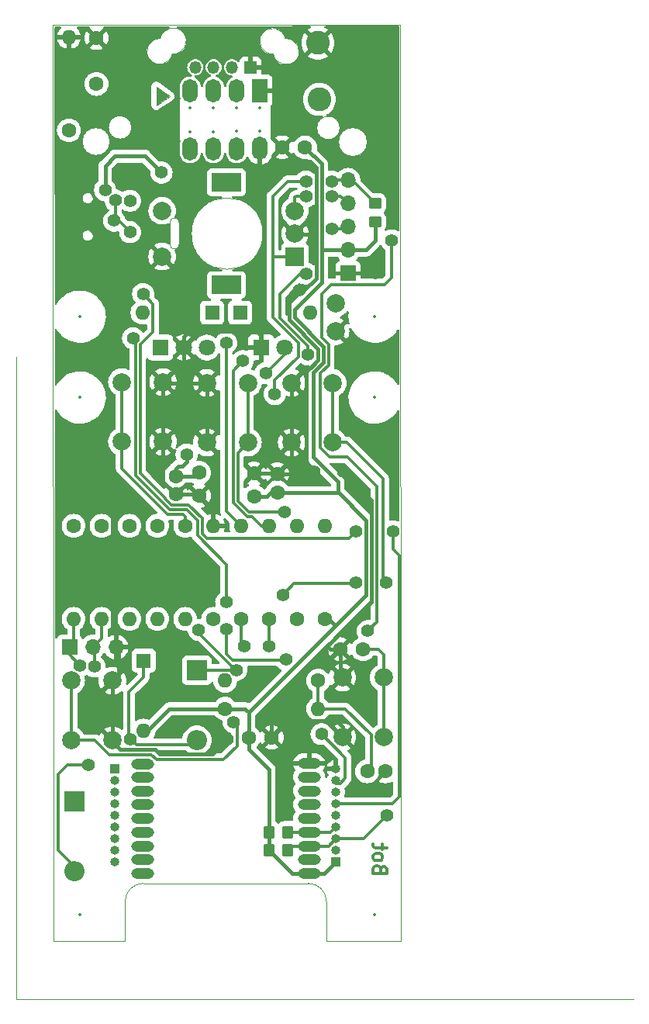
<source format=gbr>
G04 #@! TF.GenerationSoftware,KiCad,Pcbnew,7.0.1*
G04 #@! TF.CreationDate,2023-11-23T20:28:25+01:00*
G04 #@! TF.ProjectId,Spotify_controller,53706f74-6966-4795-9f63-6f6e74726f6c,rev?*
G04 #@! TF.SameCoordinates,Original*
G04 #@! TF.FileFunction,Profile,NP*
%FSLAX46Y46*%
G04 Gerber Fmt 4.6, Leading zero omitted, Abs format (unit mm)*
G04 Created by KiCad (PCBNEW 7.0.1) date 2023-11-23 20:28:25*
%MOMM*%
%LPD*%
G01*
G04 APERTURE LIST*
G04 Aperture macros list*
%AMRoundRect*
0 Rectangle with rounded corners*
0 $1 Rounding radius*
0 $2 $3 $4 $5 $6 $7 $8 $9 X,Y pos of 4 corners*
0 Add a 4 corners polygon primitive as box body*
4,1,4,$2,$3,$4,$5,$6,$7,$8,$9,$2,$3,0*
0 Add four circle primitives for the rounded corners*
1,1,$1+$1,$2,$3*
1,1,$1+$1,$4,$5*
1,1,$1+$1,$6,$7*
1,1,$1+$1,$8,$9*
0 Add four rect primitives between the rounded corners*
20,1,$1+$1,$2,$3,$4,$5,0*
20,1,$1+$1,$4,$5,$6,$7,0*
20,1,$1+$1,$6,$7,$8,$9,0*
20,1,$1+$1,$8,$9,$2,$3,0*%
G04 Aperture macros list end*
G04 #@! TA.AperFunction,Profile*
%ADD10C,0.100000*%
G04 #@! TD*
G04 #@! TA.AperFunction,Profile*
%ADD11C,0.050000*%
G04 #@! TD*
G04 #@! TA.AperFunction,NonConductor*
%ADD12C,0.100000*%
G04 #@! TD*
%ADD13C,0.300000*%
G04 #@! TA.AperFunction,NonConductor*
%ADD14C,0.300000*%
G04 #@! TD*
G04 #@! TA.AperFunction,EtchedComponent*
%ADD15C,0.050000*%
G04 #@! TD*
G04 #@! TA.AperFunction,ComponentPad*
%ADD16R,1.600000X1.600000*%
G04 #@! TD*
G04 #@! TA.AperFunction,ComponentPad*
%ADD17O,1.600000X1.600000*%
G04 #@! TD*
G04 #@! TA.AperFunction,ComponentPad*
%ADD18R,1.000000X1.000000*%
G04 #@! TD*
G04 #@! TA.AperFunction,ComponentPad*
%ADD19O,1.000000X1.000000*%
G04 #@! TD*
G04 #@! TA.AperFunction,ComponentPad*
%ADD20C,1.600000*%
G04 #@! TD*
G04 #@! TA.AperFunction,ComponentPad*
%ADD21R,1.800000X1.800000*%
G04 #@! TD*
G04 #@! TA.AperFunction,ComponentPad*
%ADD22C,1.800000*%
G04 #@! TD*
G04 #@! TA.AperFunction,ComponentPad*
%ADD23R,1.700000X1.700000*%
G04 #@! TD*
G04 #@! TA.AperFunction,ComponentPad*
%ADD24O,1.700000X1.700000*%
G04 #@! TD*
G04 #@! TA.AperFunction,ComponentPad*
%ADD25O,2.500000X1.200000*%
G04 #@! TD*
G04 #@! TA.AperFunction,ComponentPad*
%ADD26O,2.200000X2.200000*%
G04 #@! TD*
G04 #@! TA.AperFunction,ComponentPad*
%ADD27R,2.200000X2.200000*%
G04 #@! TD*
G04 #@! TA.AperFunction,ComponentPad*
%ADD28O,1.700000X2.550000*%
G04 #@! TD*
G04 #@! TA.AperFunction,ComponentPad*
%ADD29O,1.350000X1.350000*%
G04 #@! TD*
G04 #@! TA.AperFunction,ComponentPad*
%ADD30R,1.350000X1.350000*%
G04 #@! TD*
G04 #@! TA.AperFunction,ComponentPad*
%ADD31R,1.700000X2.550000*%
G04 #@! TD*
G04 #@! TA.AperFunction,ComponentPad*
%ADD32C,2.600000*%
G04 #@! TD*
G04 #@! TA.AperFunction,ComponentPad*
%ADD33C,2.000000*%
G04 #@! TD*
G04 #@! TA.AperFunction,ComponentPad*
%ADD34R,2.000000X2.000000*%
G04 #@! TD*
G04 #@! TA.AperFunction,ComponentPad*
%ADD35R,3.200000X2.000000*%
G04 #@! TD*
G04 #@! TA.AperFunction,SMDPad,CuDef*
%ADD36RoundRect,0.250000X-0.350000X-0.450000X0.350000X-0.450000X0.350000X0.450000X-0.350000X0.450000X0*%
G04 #@! TD*
G04 #@! TA.AperFunction,SMDPad,CuDef*
%ADD37RoundRect,0.250000X0.450000X-0.350000X0.450000X0.350000X-0.450000X0.350000X-0.450000X-0.350000X0*%
G04 #@! TD*
G04 #@! TA.AperFunction,ViaPad*
%ADD38C,1.400000*%
G04 #@! TD*
G04 #@! TA.AperFunction,Conductor*
%ADD39C,0.400000*%
G04 #@! TD*
G04 #@! TA.AperFunction,Conductor*
%ADD40C,0.300000*%
G04 #@! TD*
%ADD41C,0.350000*%
%ADD42C,0.099999*%
%ADD43O,2.800000X1.500000*%
G04 APERTURE END LIST*
D10*
X66300000Y-142500000D02*
X58200000Y-142500000D01*
X56200000Y-136200000D02*
X38200000Y-136200000D01*
X66240000Y-42500000D02*
X28300000Y-42500000D01*
X66300000Y-142500000D02*
X66240000Y-42500000D01*
X28360000Y-142500000D02*
X36200000Y-142500000D01*
X28300000Y-42500000D02*
X28360000Y-142500000D01*
X36200000Y-142500000D02*
X36200000Y-138200000D01*
X58200000Y-142500000D02*
X58200000Y-138200000D01*
X58200000Y-138200000D02*
G75*
G03*
X56200000Y-136200000I-2000000J0D01*
G01*
X38200000Y-136200000D02*
G75*
G03*
X36200000Y-138200000I0J-2000000D01*
G01*
D11*
X34539367Y-55246493D02*
G75*
G03*
X34539367Y-55246493I-1503191J0D01*
G01*
X36914388Y-53708493D02*
G75*
G03*
X36914388Y-53708493I-1260612J0D01*
G01*
X59655562Y-53759400D02*
G75*
G03*
X59655562Y-53759400I-1260962J0D01*
G01*
X62637337Y-55297400D02*
G75*
G03*
X62637337Y-55297400I-1560337J0D01*
G01*
D10*
X41370500Y-45684496D02*
G75*
G03*
X40059249Y-44003753I91840J1423516D01*
G01*
X40059249Y-44003723D02*
G75*
G03*
X41367028Y-45683800I-69049J-1402777D01*
G01*
X53695599Y-44007400D02*
G75*
G03*
X52384522Y-45691682I-1380298J-277975D01*
G01*
X52384349Y-45688146D02*
G75*
G03*
X53695600Y-44007401I1403091J257230D01*
G01*
D11*
X42107600Y-66469200D02*
X42107600Y-64081600D01*
X41091600Y-64081600D02*
X41091600Y-66469200D01*
X41091600Y-66469200D02*
G75*
G03*
X42107600Y-66469200I508000J0D01*
G01*
X42107600Y-64081600D02*
G75*
G03*
X41091600Y-64081600I-508000J0D01*
G01*
X51240000Y-65290000D02*
G75*
G03*
X51240000Y-65290000I-3900000J0D01*
G01*
D12*
X24282400Y-148844000D02*
X91694000Y-148844000D01*
X24282400Y-78740000D02*
X24282400Y-148844000D01*
D13*
D14*
X64088285Y-134651857D02*
X64016857Y-134437571D01*
X64016857Y-134437571D02*
X63945428Y-134366142D01*
X63945428Y-134366142D02*
X63802571Y-134294714D01*
X63802571Y-134294714D02*
X63588285Y-134294714D01*
X63588285Y-134294714D02*
X63445428Y-134366142D01*
X63445428Y-134366142D02*
X63374000Y-134437571D01*
X63374000Y-134437571D02*
X63302571Y-134580428D01*
X63302571Y-134580428D02*
X63302571Y-135151857D01*
X63302571Y-135151857D02*
X64802571Y-135151857D01*
X64802571Y-135151857D02*
X64802571Y-134651857D01*
X64802571Y-134651857D02*
X64731142Y-134509000D01*
X64731142Y-134509000D02*
X64659714Y-134437571D01*
X64659714Y-134437571D02*
X64516857Y-134366142D01*
X64516857Y-134366142D02*
X64374000Y-134366142D01*
X64374000Y-134366142D02*
X64231142Y-134437571D01*
X64231142Y-134437571D02*
X64159714Y-134509000D01*
X64159714Y-134509000D02*
X64088285Y-134651857D01*
X64088285Y-134651857D02*
X64088285Y-135151857D01*
X63302571Y-133437571D02*
X63374000Y-133580428D01*
X63374000Y-133580428D02*
X63445428Y-133651857D01*
X63445428Y-133651857D02*
X63588285Y-133723285D01*
X63588285Y-133723285D02*
X64016857Y-133723285D01*
X64016857Y-133723285D02*
X64159714Y-133651857D01*
X64159714Y-133651857D02*
X64231142Y-133580428D01*
X64231142Y-133580428D02*
X64302571Y-133437571D01*
X64302571Y-133437571D02*
X64302571Y-133223285D01*
X64302571Y-133223285D02*
X64231142Y-133080428D01*
X64231142Y-133080428D02*
X64159714Y-133009000D01*
X64159714Y-133009000D02*
X64016857Y-132937571D01*
X64016857Y-132937571D02*
X63588285Y-132937571D01*
X63588285Y-132937571D02*
X63445428Y-133009000D01*
X63445428Y-133009000D02*
X63374000Y-133080428D01*
X63374000Y-133080428D02*
X63302571Y-133223285D01*
X63302571Y-133223285D02*
X63302571Y-133437571D01*
X64302571Y-132508999D02*
X64302571Y-131937571D01*
X64802571Y-132294714D02*
X63516857Y-132294714D01*
X63516857Y-132294714D02*
X63374000Y-132223285D01*
X63374000Y-132223285D02*
X63302571Y-132080428D01*
X63302571Y-132080428D02*
X63302571Y-131937571D01*
D15*
X41079600Y-50313000D02*
X39606400Y-51278200D01*
X39606400Y-49246200D01*
X41079600Y-50313000D01*
G04 #@! TA.AperFunction,EtchedComponent*
G36*
X41079600Y-50313000D02*
G01*
X39606400Y-51278200D01*
X39606400Y-49246200D01*
X41079600Y-50313000D01*
G37*
G04 #@! TD.AperFunction*
D16*
X38227000Y-111912400D03*
D17*
X38227000Y-119532400D03*
D18*
X59232800Y-133858000D03*
D19*
X59232800Y-132588000D03*
X59232800Y-131318000D03*
X59232800Y-130048000D03*
X59232800Y-128778000D03*
X59232800Y-127508000D03*
X59232800Y-126238000D03*
X59232800Y-124968000D03*
X59232800Y-123698000D03*
D20*
X62636400Y-123977400D03*
X64636400Y-123977400D03*
D18*
X35102800Y-123708000D03*
D19*
X35102800Y-124978000D03*
X35102800Y-126248000D03*
X35102800Y-127518000D03*
X35102800Y-128788000D03*
X35102800Y-130058000D03*
X35102800Y-131328000D03*
X35102800Y-132598000D03*
X35102800Y-133868000D03*
D21*
X40045800Y-77724000D03*
D22*
X42585800Y-77724000D03*
X45125800Y-77724000D03*
D20*
X52832000Y-93539999D03*
X52832000Y-91539999D03*
X41734001Y-91739998D03*
X41734001Y-93739998D03*
D23*
X30124400Y-110413800D03*
D24*
X32664400Y-110413800D03*
X35204400Y-110413800D03*
D25*
X56300000Y-135128000D03*
X56300000Y-133628000D03*
X56300000Y-132138000D03*
X56300000Y-130628000D03*
X56300000Y-129128000D03*
X56300000Y-127628000D03*
X56300000Y-126128000D03*
X56300000Y-124628000D03*
X56300000Y-123128000D03*
X38100000Y-123158000D03*
X38100000Y-124628000D03*
X38100000Y-126128000D03*
X38100000Y-127628000D03*
X38100000Y-129128000D03*
X38100000Y-130628000D03*
X38100000Y-132128000D03*
X38100000Y-133628000D03*
X38100000Y-135128000D03*
D17*
X47120000Y-114090000D03*
D20*
X57280000Y-114090000D03*
D26*
X44043600Y-120573800D03*
D27*
X44043600Y-112953800D03*
D26*
X30657800Y-134874000D03*
D27*
X30657800Y-127254000D03*
D28*
X43307000Y-56037400D03*
X45847000Y-56037400D03*
X48387000Y-56037400D03*
X50927000Y-55997400D03*
X43307000Y-49717400D03*
D29*
X43869200Y-47142400D03*
D28*
X45847000Y-49717400D03*
D29*
X45869200Y-47142400D03*
X47869200Y-47142400D03*
D28*
X48387000Y-49717400D03*
D30*
X49869200Y-47142400D03*
D31*
X50927000Y-49717400D03*
D20*
X33070800Y-48950000D03*
X33070800Y-43950000D03*
D32*
X57251600Y-44475400D03*
X57429400Y-50647600D03*
D20*
X39725600Y-97180400D03*
D17*
X39725600Y-107340400D03*
X30581600Y-107340400D03*
D20*
X30581600Y-97180400D03*
X33629600Y-97180400D03*
D17*
X33629600Y-107340400D03*
D20*
X53360000Y-55880000D03*
X55860000Y-55880000D03*
X58013600Y-107340400D03*
D17*
X58013600Y-97180400D03*
D20*
X51917600Y-107340400D03*
D17*
X51917600Y-97180400D03*
D33*
X58892000Y-81586000D03*
X58892000Y-88086000D03*
X54392000Y-81586000D03*
X54392000Y-88086000D03*
X30320000Y-120590000D03*
X30320000Y-114090000D03*
X34820000Y-120590000D03*
X34820000Y-114090000D03*
D20*
X54965600Y-107340400D03*
D17*
X54965600Y-97180400D03*
D21*
X51054000Y-77712000D03*
D22*
X53594000Y-77712000D03*
D34*
X54748000Y-67790000D03*
D33*
X54748000Y-62790000D03*
X54748000Y-65290000D03*
D35*
X47248000Y-70890000D03*
X47248000Y-59690000D03*
D33*
X40248000Y-62790000D03*
X40248000Y-67790000D03*
X59182000Y-72912000D03*
D20*
X36677600Y-97180400D03*
D17*
X36677600Y-107340400D03*
D33*
X35850000Y-88000000D03*
X35850000Y-81500000D03*
X40350000Y-88000000D03*
X40350000Y-81500000D03*
X49621000Y-81586000D03*
X49621000Y-88086000D03*
X45121000Y-81586000D03*
X45121000Y-88086000D03*
D20*
X42773600Y-97180400D03*
D17*
X42773600Y-107340400D03*
D20*
X59690000Y-110650000D03*
X62190000Y-110650000D03*
X45821600Y-107340400D03*
D17*
X45821600Y-97180400D03*
X48869600Y-97180400D03*
D20*
X48869600Y-107340400D03*
D33*
X64440000Y-113749100D03*
X64440000Y-120249100D03*
X59940000Y-113749100D03*
X59940000Y-120249100D03*
X59182000Y-75946000D03*
D20*
X49718600Y-120276600D03*
X52218600Y-120276600D03*
D17*
X57287801Y-117152400D03*
D20*
X47127801Y-117152400D03*
D16*
X45720000Y-73914000D03*
D17*
X38100000Y-73914000D03*
D23*
X60540000Y-69640000D03*
D24*
X60540000Y-67100000D03*
X60540000Y-64560000D03*
X60540000Y-62020000D03*
X60540000Y-59480000D03*
D20*
X44274001Y-91399999D03*
X44274001Y-93899999D03*
X50284001Y-93980000D03*
X50284001Y-91480000D03*
D16*
X48768000Y-73914000D03*
D17*
X56388000Y-73914000D03*
D20*
X30070000Y-54019999D03*
D17*
X30070000Y-43859999D03*
D36*
X51933600Y-130606800D03*
X53933600Y-130606800D03*
X53933600Y-132588000D03*
X51933600Y-132588000D03*
D37*
X63500000Y-63992000D03*
X63500000Y-61992000D03*
D38*
X57658000Y-119913400D03*
X64820800Y-128778000D03*
X32156500Y-123288365D03*
X36753800Y-120499100D03*
X48040268Y-118603602D03*
X32878119Y-112551262D03*
X31281704Y-112451941D03*
X36752241Y-61705251D03*
X35018500Y-63872000D03*
X36748500Y-65125600D03*
X35153338Y-61661452D03*
X34016436Y-60536347D03*
X40182800Y-58623200D03*
X44246800Y-108534200D03*
X53410691Y-104718691D03*
X42926000Y-89408000D03*
X47362900Y-120514900D03*
X60060211Y-91302211D03*
X55229536Y-71485536D03*
X49276000Y-75946000D03*
X63500000Y-69596000D03*
X56812026Y-91302211D03*
X34544000Y-93218000D03*
X53594000Y-95707200D03*
X61441000Y-103378000D03*
X64740500Y-103378000D03*
X51562000Y-80518000D03*
X52549615Y-82804000D03*
X58757500Y-59614497D03*
X55958500Y-59614497D03*
X58757500Y-61214000D03*
X65278000Y-66040000D03*
X55958500Y-61214000D03*
X62687200Y-108661200D03*
X58757500Y-64770000D03*
X55958500Y-69664524D03*
X56170500Y-78486000D03*
X38167000Y-71882000D03*
X65430400Y-97790000D03*
X61441000Y-97790000D03*
X37076645Y-76701176D03*
X47252214Y-108466215D03*
X53746400Y-111760000D03*
X47244000Y-105511600D03*
X48344131Y-112911100D03*
X51917600Y-110286900D03*
X49047400Y-79197200D03*
X49199800Y-110286900D03*
X47244000Y-77216000D03*
D39*
X38658800Y-119532400D02*
X38227000Y-119532400D01*
X41038800Y-117152400D02*
X38658800Y-119532400D01*
D40*
X38227000Y-113690400D02*
X36626800Y-115290600D01*
X36626800Y-120218200D02*
X37033200Y-120624600D01*
X38227000Y-111912400D02*
X38227000Y-113690400D01*
X36626800Y-115290600D02*
X36626800Y-120218200D01*
D39*
X47127801Y-117152400D02*
X41038800Y-117152400D01*
X35483800Y-113426200D02*
X34820000Y-114090000D01*
X35483800Y-110693200D02*
X35483800Y-113426200D01*
X35204400Y-110413800D02*
X35483800Y-110693200D01*
X34829600Y-108134000D02*
X34829600Y-93503600D01*
X35204400Y-108508800D02*
X34829600Y-108134000D01*
X35204400Y-110413800D02*
X35204400Y-108508800D01*
X34829600Y-93503600D02*
X34544000Y-93218000D01*
D40*
X33629600Y-109448600D02*
X32664400Y-110413800D01*
X33629600Y-107340400D02*
X33629600Y-109448600D01*
X32878119Y-110627519D02*
X32664400Y-110413800D01*
X31281704Y-112451941D02*
X30124400Y-111294637D01*
X30581600Y-107340400D02*
X30581600Y-109956600D01*
X30581600Y-109956600D02*
X30124400Y-110413800D01*
X30124400Y-111294637D02*
X30124400Y-110413800D01*
X32878119Y-112551262D02*
X32878119Y-110627519D01*
D39*
X35052000Y-56845200D02*
X38404800Y-56845200D01*
X38404800Y-56845200D02*
X40182800Y-58623200D01*
X34016436Y-57880764D02*
X35052000Y-56845200D01*
X34016436Y-60536347D02*
X34016436Y-57880764D01*
D40*
X30657800Y-134340600D02*
X30657800Y-134874000D01*
X28879800Y-132562600D02*
X30657800Y-134340600D01*
X29924435Y-123288365D02*
X28879800Y-124333000D01*
X32156500Y-123288365D02*
X29924435Y-123288365D01*
X28879800Y-124333000D02*
X28879800Y-132562600D01*
X63090000Y-123523800D02*
X62636400Y-123977400D01*
X63090000Y-119986000D02*
X63090000Y-123523800D01*
X57287801Y-117152400D02*
X60256400Y-117152400D01*
X60256400Y-117152400D02*
X63090000Y-119986000D01*
X60255800Y-124757800D02*
X59740800Y-125272800D01*
X60255800Y-122511200D02*
X60255800Y-124757800D01*
X57658000Y-119913400D02*
X60255800Y-122511200D01*
D39*
X59283600Y-118465600D02*
X59940000Y-119122000D01*
X54029600Y-118465600D02*
X59283600Y-118465600D01*
X52218600Y-120276600D02*
X54029600Y-118465600D01*
X59940000Y-119122000D02*
X59940000Y-120249100D01*
D40*
X65405000Y-127508000D02*
X59232800Y-127508000D01*
X66140563Y-126772437D02*
X65405000Y-127508000D01*
X66124749Y-100414749D02*
X66140563Y-126772437D01*
X65430400Y-97790000D02*
X65430400Y-99720400D01*
X65430400Y-99720400D02*
X66124749Y-100414749D01*
D39*
X57962800Y-135128000D02*
X59232800Y-133858000D01*
X56300000Y-135128000D02*
X57962800Y-135128000D01*
D40*
X59232800Y-131318000D02*
X62280800Y-131318000D01*
X62280800Y-131318000D02*
X64820800Y-128778000D01*
X58412800Y-132138000D02*
X59232800Y-131318000D01*
X55041800Y-132138000D02*
X58412800Y-132138000D01*
X59537600Y-125272800D02*
X59232800Y-124968000D01*
X59740800Y-125272800D02*
X59537600Y-125272800D01*
X59359800Y-125272800D02*
X59740800Y-125272800D01*
X58216800Y-130628000D02*
X58652800Y-130628000D01*
X58216800Y-130628000D02*
X58495400Y-130628000D01*
X56300000Y-130628000D02*
X58216800Y-130628000D01*
X58652800Y-130628000D02*
X59232800Y-130048000D01*
X39617503Y-122682000D02*
X46939200Y-122682000D01*
X48412400Y-118975734D02*
X48040268Y-118603602D01*
X34468911Y-122148100D02*
X39083603Y-122148100D01*
X39083603Y-122148100D02*
X39617503Y-122682000D01*
X30320000Y-120590000D02*
X32910811Y-120590000D01*
X32910811Y-120590000D02*
X34468911Y-122148100D01*
X46939200Y-122682000D02*
X48412400Y-121208800D01*
X48412400Y-121208800D02*
X48412400Y-118975734D01*
X55041800Y-132138000D02*
X56300000Y-132138000D01*
X54813200Y-132138000D02*
X55041800Y-132138000D01*
D39*
X34820000Y-120590000D02*
X34820000Y-114090000D01*
X49276000Y-75946000D02*
X43180000Y-75946000D01*
X42569000Y-76557000D02*
X42569000Y-77707200D01*
X43180000Y-75946000D02*
X42569000Y-76557000D01*
X42569000Y-76557000D02*
X42569000Y-77732000D01*
X42569000Y-77707200D02*
X42585800Y-77724000D01*
X45745800Y-122132000D02*
X47362900Y-120514900D01*
X39979600Y-122132000D02*
X45745800Y-122132000D01*
X35645000Y-121598600D02*
X39446200Y-121598600D01*
X39446200Y-121598600D02*
X39979600Y-122132000D01*
X34820000Y-120773600D02*
X35645000Y-121598600D01*
X34820000Y-120590000D02*
X34820000Y-120773600D01*
D40*
X35018500Y-63872000D02*
X35153338Y-63737162D01*
X35494900Y-63872000D02*
X36748500Y-65125600D01*
X35018500Y-63872000D02*
X35494900Y-63872000D01*
X35153338Y-63737162D02*
X35153338Y-61661452D01*
X51562000Y-80518000D02*
X53594000Y-78486000D01*
X53594000Y-78486000D02*
X53594000Y-77712000D01*
X55118000Y-77216000D02*
X52324000Y-74422000D01*
X52549615Y-81308385D02*
X55118000Y-78740000D01*
X52549615Y-82804000D02*
X52549615Y-81308385D01*
X52324000Y-74422000D02*
X52324000Y-67818000D01*
X55118000Y-78740000D02*
X55118000Y-77216000D01*
X49510310Y-96191416D02*
X50065016Y-96191416D01*
X50065016Y-96191416D02*
X51054000Y-97180400D01*
X48006000Y-94687107D02*
X49510310Y-96191416D01*
X48006000Y-80238600D02*
X48006000Y-94687107D01*
X49047400Y-79197200D02*
X48006000Y-80238600D01*
X51054000Y-97180400D02*
X51917600Y-97180400D01*
X44043600Y-112953800D02*
X44086300Y-112911100D01*
X44086300Y-112911100D02*
X48344131Y-112911100D01*
X36879300Y-120624600D02*
X36753800Y-120499100D01*
X37033200Y-120624600D02*
X36879300Y-120624600D01*
X37033200Y-120624600D02*
X37457200Y-121048600D01*
X37457200Y-121048600D02*
X43568800Y-121048600D01*
X43568800Y-121048600D02*
X44043600Y-120573800D01*
X51917600Y-110286900D02*
X51917600Y-107340400D01*
X48869600Y-109956700D02*
X48869600Y-107340400D01*
X49199800Y-110286900D02*
X48869600Y-109956700D01*
X48297594Y-112911100D02*
X48344131Y-112911100D01*
X44246800Y-108860306D02*
X48297594Y-112911100D01*
X44246800Y-108534200D02*
X44246800Y-108860306D01*
X53678900Y-111827500D02*
X53746400Y-111760000D01*
X47252214Y-111158614D02*
X47921100Y-111827500D01*
X47921100Y-111827500D02*
X53678900Y-111827500D01*
X47252214Y-108466215D02*
X47252214Y-111158614D01*
X37346000Y-76970531D02*
X37076645Y-76701176D01*
X37346000Y-91685449D02*
X37346000Y-76970531D01*
X41050549Y-95389998D02*
X37346000Y-91685449D01*
X42917692Y-95389998D02*
X41050549Y-95389998D01*
X44102400Y-96574706D02*
X42917692Y-95389998D01*
X47244000Y-101392706D02*
X44102400Y-98251106D01*
X47244000Y-105511600D02*
X47244000Y-101392706D01*
X44102400Y-98251106D02*
X44102400Y-96574706D01*
X61339400Y-103479600D02*
X61441000Y-103378000D01*
X54649782Y-103479600D02*
X61339400Y-103479600D01*
X53410691Y-104718691D02*
X54649782Y-103479600D01*
D39*
X49718600Y-121600600D02*
X49718600Y-120276600D01*
X51933600Y-123815600D02*
X49718600Y-121600600D01*
X51933600Y-130606800D02*
X51933600Y-123815600D01*
D40*
X53954800Y-130628000D02*
X54559200Y-130628000D01*
X53933600Y-130606800D02*
X53954800Y-130628000D01*
D39*
X51933600Y-132588000D02*
X51933600Y-130606800D01*
D40*
X54383600Y-132138000D02*
X54813200Y-132138000D01*
D39*
X51933600Y-132588000D02*
X51933600Y-132604000D01*
X51933600Y-132604000D02*
X54457600Y-135128000D01*
D40*
X53933600Y-132588000D02*
X54383600Y-132138000D01*
X54864000Y-130628000D02*
X54559200Y-130628000D01*
D39*
X54457600Y-135128000D02*
X54737000Y-135128000D01*
X62540500Y-96576500D02*
X59436000Y-93472000D01*
X62540500Y-104729300D02*
X62540500Y-96576500D01*
X49718600Y-117551200D02*
X62540500Y-104729300D01*
X47127801Y-117152400D02*
X49319800Y-117152400D01*
X49718600Y-120276600D02*
X49718600Y-117551200D01*
X49319800Y-117152400D02*
X49718600Y-117551200D01*
X63140500Y-94382500D02*
X60060211Y-91302211D01*
X63140500Y-105515500D02*
X63140500Y-94382500D01*
X58293000Y-110363000D02*
X63140500Y-105515500D01*
D40*
X63690500Y-107657900D02*
X62687200Y-108661200D01*
X63690500Y-92900500D02*
X63690500Y-107657900D01*
X60452000Y-89662000D02*
X63690500Y-92900500D01*
X58558811Y-89662000D02*
X60452000Y-89662000D01*
X57542000Y-88645189D02*
X58558811Y-89662000D01*
X57542000Y-80507000D02*
X57542000Y-88645189D01*
X57665000Y-80391000D02*
X57658000Y-80391000D01*
X58420000Y-79636000D02*
X57665000Y-80391000D01*
X58420000Y-77406730D02*
X58420000Y-79636000D01*
X64516000Y-70866000D02*
X58674000Y-70866000D01*
X57658000Y-80391000D02*
X57542000Y-80507000D01*
X57658000Y-76644730D02*
X58420000Y-77406730D01*
X65278000Y-70104000D02*
X64516000Y-70866000D01*
X65278000Y-66040000D02*
X65278000Y-70104000D01*
X58674000Y-70866000D02*
X57658000Y-71882000D01*
X57658000Y-71882000D02*
X57658000Y-76644730D01*
X48506000Y-89201000D02*
X49621000Y-88086000D01*
X48506000Y-94480000D02*
X48506000Y-89201000D01*
X53578216Y-95691416D02*
X49717416Y-95691416D01*
X53594000Y-95707200D02*
X53578216Y-95691416D01*
X49717416Y-95691416D02*
X48506000Y-94480000D01*
X42499198Y-95889998D02*
X40843443Y-95889998D01*
X35850000Y-90896555D02*
X35850000Y-88086000D01*
X42773600Y-96164400D02*
X42499198Y-95889998D01*
X40843443Y-95889998D02*
X35850000Y-90896555D01*
X42773600Y-97180400D02*
X42773600Y-96164400D01*
X60679000Y-98552000D02*
X61441000Y-97790000D01*
X45110400Y-98552000D02*
X60679000Y-98552000D01*
X44602400Y-96367600D02*
X44602400Y-98044000D01*
X43124798Y-94889998D02*
X44602400Y-96367600D01*
X41257655Y-94889998D02*
X43124798Y-94889998D01*
X40584001Y-94216344D02*
X41257655Y-94889998D01*
X37846000Y-77415000D02*
X37846000Y-91455818D01*
X37846000Y-91455818D02*
X40584001Y-94193819D01*
X40584001Y-94193819D02*
X40584001Y-94216344D01*
X39250000Y-72965000D02*
X39250000Y-76011000D01*
X44602400Y-98044000D02*
X45110400Y-98552000D01*
X39250000Y-76011000D02*
X37846000Y-77415000D01*
X38167000Y-71882000D02*
X39250000Y-72965000D01*
X48869600Y-97180400D02*
X47244000Y-95554800D01*
X47244000Y-95554800D02*
X47244000Y-77216000D01*
D39*
X58013600Y-107340400D02*
X58470800Y-107340400D01*
X58470800Y-107340400D02*
X59131200Y-108000800D01*
D40*
X60400000Y-88086000D02*
X58892000Y-88086000D01*
X64363600Y-92049600D02*
X60400000Y-88086000D01*
X64363600Y-103001100D02*
X64363600Y-92049600D01*
X64740500Y-103378000D02*
X64363600Y-103001100D01*
D39*
X41988001Y-90678000D02*
X41734001Y-90932000D01*
X42926000Y-90170000D02*
X42418000Y-90678000D01*
X43934002Y-91739998D02*
X44274001Y-91399999D01*
X42926000Y-89408000D02*
X42926000Y-90170000D01*
X42418000Y-90678000D02*
X41988001Y-90678000D01*
X41734001Y-90932000D02*
X41734001Y-91739998D01*
X41734001Y-91739998D02*
X43934002Y-91739998D01*
X42569000Y-81483000D02*
X42569000Y-77732000D01*
X52218600Y-120276600D02*
X52218600Y-116437400D01*
X57270000Y-77883076D02*
X57270000Y-79091415D01*
X52218600Y-116437400D02*
X58293000Y-110363000D01*
X51816000Y-91480000D02*
X52772001Y-91480000D01*
X50284001Y-91480000D02*
X51816000Y-91480000D01*
X54392000Y-91404000D02*
X54356000Y-91440000D01*
X40350000Y-92355997D02*
X41734001Y-93739998D01*
X45121000Y-81586000D02*
X45121000Y-88086000D01*
X56007000Y-80354415D02*
X56007000Y-90497185D01*
X56388000Y-57404000D02*
X57058000Y-58074000D01*
X40350000Y-81586000D02*
X40350000Y-88086000D01*
X49276000Y-75946000D02*
X50546000Y-75946000D01*
X56812026Y-91302211D02*
X56574238Y-91539999D01*
X63456000Y-69640000D02*
X63500000Y-69596000D01*
X42569000Y-81483000D02*
X42672000Y-81586000D01*
X51054000Y-76454000D02*
X51054000Y-77712000D01*
X56574238Y-91539999D02*
X54610000Y-91539999D01*
X54300000Y-65350000D02*
X56824000Y-65350000D01*
X54102000Y-72613072D02*
X54102000Y-74715076D01*
X54392000Y-88086000D02*
X54392000Y-81586000D01*
X56007000Y-90497185D02*
X56812026Y-91302211D01*
X51816000Y-91480000D02*
X52873601Y-91480000D01*
X54610000Y-91539999D02*
X52933600Y-91539999D01*
X52704002Y-91480000D02*
X52764001Y-91539999D01*
X56254000Y-80107415D02*
X56623707Y-79737707D01*
X53360000Y-55880000D02*
X54884000Y-57404000D01*
X55768464Y-71485536D02*
X57058000Y-70196000D01*
X52772001Y-91480000D02*
X52832000Y-91539999D01*
X53848000Y-91539999D02*
X52832000Y-91539999D01*
X52873601Y-91480000D02*
X52933600Y-91539999D01*
X54256001Y-91539999D02*
X54102000Y-91539999D01*
X44114000Y-93739998D02*
X44274001Y-93899999D01*
X54102000Y-74715076D02*
X57270000Y-77883076D01*
X54356000Y-91440000D02*
X54256001Y-91539999D01*
X53848000Y-91539999D02*
X52764001Y-91539999D01*
X54392000Y-88086000D02*
X54392000Y-91404000D01*
X50546000Y-75946000D02*
X51054000Y-76454000D01*
X57270000Y-79091415D02*
X56623707Y-79737707D01*
X40350000Y-81586000D02*
X42672000Y-81586000D01*
X59690000Y-110650000D02*
X58580000Y-110650000D01*
X56254000Y-80107415D02*
X56007000Y-80354415D01*
X59690000Y-110650000D02*
X59690000Y-113499100D01*
X41734001Y-93739998D02*
X44114000Y-93739998D01*
X42672000Y-81586000D02*
X45121000Y-81586000D01*
X54884000Y-57404000D02*
X56388000Y-57404000D01*
X59690000Y-113499100D02*
X59940000Y-113749100D01*
X55229536Y-71485536D02*
X55768464Y-71485536D01*
X55229536Y-71485536D02*
X54102000Y-72613072D01*
X57270000Y-79091415D02*
X56254000Y-80107415D01*
X51816000Y-91480000D02*
X52704002Y-91480000D01*
X58580000Y-110650000D02*
X58293000Y-110363000D01*
X40350000Y-88086000D02*
X40350000Y-92355997D01*
X54102000Y-91539999D02*
X53848000Y-91539999D01*
X57058000Y-70196000D02*
X57058000Y-58074000D01*
X54610000Y-91539999D02*
X54102000Y-91539999D01*
X60540000Y-69640000D02*
X63456000Y-69640000D01*
X63500000Y-63992000D02*
X63500000Y-66084000D01*
X54702000Y-73568000D02*
X57658000Y-70612000D01*
X52070000Y-93539999D02*
X52832000Y-93539999D01*
X56769000Y-80440943D02*
X57870000Y-79339943D01*
X54702000Y-74466548D02*
X54702000Y-73568000D01*
X57870000Y-79339943D02*
X57870000Y-77634548D01*
X57658000Y-67056000D02*
X57658000Y-57678000D01*
X57658000Y-70612000D02*
X57658000Y-67056000D01*
X57658000Y-93539999D02*
X59368001Y-93539999D01*
X53848000Y-93539999D02*
X58420000Y-93539999D01*
X59436000Y-92370550D02*
X56769000Y-89703550D01*
X52070000Y-93539999D02*
X52933600Y-93539999D01*
X59368001Y-93539999D02*
X59436000Y-93472000D01*
X57702000Y-67100000D02*
X57658000Y-67056000D01*
X57870000Y-77634548D02*
X54702000Y-74466548D01*
X63500000Y-66084000D02*
X62484000Y-67100000D01*
X54737000Y-135128000D02*
X56300000Y-135128000D01*
X59436000Y-93472000D02*
X59436000Y-92370550D01*
X57658000Y-57678000D02*
X55860000Y-55880000D01*
X51629999Y-93980000D02*
X50284001Y-93980000D01*
X62484000Y-67100000D02*
X60540000Y-67100000D01*
X52933600Y-93539999D02*
X53848000Y-93539999D01*
X51629999Y-93980000D02*
X52070000Y-93539999D01*
X57658000Y-93539999D02*
X58420000Y-93539999D01*
X60540000Y-67100000D02*
X57702000Y-67100000D01*
X53848000Y-93539999D02*
X52832000Y-93539999D01*
X56769000Y-89703550D02*
X56769000Y-80440943D01*
D40*
X49621000Y-81586000D02*
X49621000Y-88086000D01*
X57287801Y-117152400D02*
X57287801Y-114097801D01*
X57287801Y-114097801D02*
X57280000Y-114090000D01*
X35850000Y-81586000D02*
X35850000Y-88086000D01*
X58892000Y-81586000D02*
X58892000Y-88086000D01*
X64440000Y-113749100D02*
X64440000Y-120249100D01*
X64440000Y-111226800D02*
X64440000Y-113749100D01*
X62190000Y-110650000D02*
X63863200Y-110650000D01*
X63863200Y-110650000D02*
X64440000Y-111226800D01*
X52324000Y-67818000D02*
X52324000Y-61214000D01*
X60540000Y-59480000D02*
X60988000Y-59480000D01*
X54748000Y-67790000D02*
X52352000Y-67790000D01*
X58757500Y-59614497D02*
X58891997Y-59480000D01*
X58891997Y-59480000D02*
X60540000Y-59480000D01*
X52352000Y-67790000D02*
X52324000Y-67818000D01*
X52324000Y-61214000D02*
X53923503Y-59614497D01*
X55958500Y-59614497D02*
X53923503Y-59614497D01*
X60988000Y-59480000D02*
X63500000Y-61992000D01*
X54864000Y-61214000D02*
X54737000Y-61341000D01*
X54748000Y-61352000D02*
X54748000Y-62790000D01*
X58757500Y-61214000D02*
X59734000Y-61214000D01*
X55958500Y-61214000D02*
X54864000Y-61214000D01*
X59734000Y-61214000D02*
X60540000Y-62020000D01*
X54737000Y-61341000D02*
X54748000Y-61352000D01*
X56170500Y-77561394D02*
X53086000Y-74476894D01*
X60330000Y-64770000D02*
X60540000Y-64560000D01*
X56170500Y-78486000D02*
X56170500Y-77561394D01*
X53086000Y-74476894D02*
X53086000Y-71882000D01*
X53086000Y-71882000D02*
X55303476Y-69664524D01*
X56300000Y-130628000D02*
X54864000Y-130628000D01*
X55303476Y-69664524D02*
X55958500Y-69664524D01*
X58757500Y-64770000D02*
X60330000Y-64770000D01*
X30320000Y-120590000D02*
X30320000Y-114090000D01*
G04 #@! TA.AperFunction,Conductor*
G36*
X62988885Y-105419500D02*
G01*
X63026485Y-105463523D01*
X63040000Y-105519818D01*
X63040000Y-107337091D01*
X63030560Y-107384545D01*
X63003679Y-107424775D01*
X62987303Y-107441150D01*
X62936302Y-107471917D01*
X62876839Y-107475354D01*
X62798443Y-107460700D01*
X62575957Y-107460700D01*
X62357259Y-107501582D01*
X62357260Y-107501582D01*
X62149795Y-107581954D01*
X61960637Y-107699075D01*
X61796219Y-107848962D01*
X61662141Y-108026511D01*
X61562969Y-108225673D01*
X61502085Y-108439662D01*
X61481557Y-108661199D01*
X61502085Y-108882737D01*
X61562969Y-109096726D01*
X61667263Y-109306174D01*
X61666857Y-109306375D01*
X61684629Y-109345735D01*
X61683469Y-109400486D01*
X61658839Y-109449398D01*
X61615542Y-109482931D01*
X61537264Y-109519432D01*
X61350859Y-109649953D01*
X61189953Y-109810859D01*
X61059429Y-109997268D01*
X61052104Y-110012978D01*
X61006347Y-110065152D01*
X60939722Y-110084570D01*
X60873098Y-110065150D01*
X60827342Y-110012975D01*
X60820133Y-109997515D01*
X60769025Y-109924526D01*
X60043553Y-110649998D01*
X60043553Y-110649999D01*
X60769025Y-111375472D01*
X60820131Y-111302484D01*
X60827340Y-111287026D01*
X60873097Y-111234849D01*
X60939722Y-111215428D01*
X61006348Y-111234847D01*
X61052105Y-111287022D01*
X61054004Y-111291094D01*
X61059432Y-111302735D01*
X61189953Y-111489140D01*
X61350859Y-111650046D01*
X61537264Y-111780567D01*
X61537265Y-111780567D01*
X61537266Y-111780568D01*
X61743504Y-111876739D01*
X61963308Y-111935635D01*
X62190000Y-111955468D01*
X62416692Y-111935635D01*
X62636496Y-111876739D01*
X62842734Y-111780568D01*
X63029139Y-111650047D01*
X63190047Y-111489139D01*
X63269637Y-111375472D01*
X63285108Y-111353377D01*
X63329426Y-111314511D01*
X63386683Y-111300500D01*
X63542392Y-111300500D01*
X63589845Y-111309939D01*
X63630073Y-111336819D01*
X63753181Y-111459927D01*
X63780061Y-111500155D01*
X63789500Y-111547608D01*
X63789500Y-112321110D01*
X63772023Y-112384584D01*
X63724518Y-112430164D01*
X63616490Y-112488626D01*
X63420259Y-112641359D01*
X63420256Y-112641361D01*
X63420256Y-112641362D01*
X63251836Y-112824315D01*
X63224348Y-112866389D01*
X63115825Y-113032495D01*
X63036693Y-113212900D01*
X63015937Y-113260219D01*
X62970927Y-113437959D01*
X62954891Y-113501283D01*
X62934356Y-113749100D01*
X62954891Y-113996916D01*
X62954891Y-113996919D01*
X62954892Y-113996921D01*
X63015937Y-114237981D01*
X63041443Y-114296129D01*
X63115825Y-114465704D01*
X63115827Y-114465707D01*
X63251836Y-114673885D01*
X63420256Y-114856838D01*
X63616491Y-115009574D01*
X63648008Y-115026630D01*
X63724518Y-115068036D01*
X63772023Y-115113616D01*
X63789500Y-115177090D01*
X63789500Y-118821110D01*
X63772023Y-118884584D01*
X63724518Y-118930164D01*
X63616494Y-118988624D01*
X63616492Y-118988625D01*
X63616491Y-118988626D01*
X63594819Y-119005494D01*
X63420252Y-119141364D01*
X63385581Y-119179027D01*
X63329733Y-119213889D01*
X63263912Y-119215250D01*
X63206671Y-119182725D01*
X60776834Y-116752888D01*
X60763491Y-116736233D01*
X60710566Y-116686534D01*
X60707769Y-116683823D01*
X60687434Y-116663488D01*
X60683947Y-116660783D01*
X60675071Y-116653201D01*
X60641794Y-116621952D01*
X60623193Y-116611726D01*
X60606932Y-116601045D01*
X60592760Y-116590052D01*
X60590164Y-116588038D01*
X60589891Y-116587920D01*
X60548269Y-116569908D01*
X60537779Y-116564769D01*
X60497767Y-116542772D01*
X60477200Y-116537491D01*
X60458798Y-116531191D01*
X60439324Y-116522764D01*
X60394237Y-116515623D01*
X60382798Y-116513254D01*
X60338578Y-116501900D01*
X60338577Y-116501900D01*
X60317355Y-116501900D01*
X60297956Y-116500373D01*
X60276996Y-116497053D01*
X60276995Y-116497053D01*
X60254958Y-116499136D01*
X60231539Y-116501350D01*
X60219870Y-116501900D01*
X58484484Y-116501900D01*
X58427227Y-116487889D01*
X58382909Y-116449023D01*
X58287847Y-116313259D01*
X58126941Y-116152353D01*
X57991178Y-116057292D01*
X57952312Y-116012974D01*
X57938301Y-115955717D01*
X57938301Y-115281221D01*
X57952312Y-115223964D01*
X57991178Y-115179646D01*
X58093965Y-115107674D01*
X58119139Y-115090047D01*
X58236476Y-114972710D01*
X59069942Y-114972710D01*
X59116766Y-115009155D01*
X59335393Y-115127468D01*
X59570506Y-115208183D01*
X59815707Y-115249100D01*
X60064293Y-115249100D01*
X60309493Y-115208183D01*
X60544606Y-115127468D01*
X60763233Y-115009153D01*
X60810056Y-114972709D01*
X59940000Y-114102653D01*
X59069942Y-114972709D01*
X59069942Y-114972710D01*
X58236476Y-114972710D01*
X58280047Y-114929139D01*
X58410568Y-114742734D01*
X58477449Y-114599307D01*
X58519525Y-114549571D01*
X58581010Y-114528028D01*
X58644929Y-114540628D01*
X58693639Y-114583892D01*
X58716564Y-114618982D01*
X59586447Y-113749101D01*
X60293553Y-113749101D01*
X61163434Y-114618982D01*
X61263730Y-114465469D01*
X61363586Y-114237821D01*
X61424613Y-113996832D01*
X61445141Y-113749100D01*
X61424613Y-113501367D01*
X61363586Y-113260378D01*
X61263730Y-113032730D01*
X61163434Y-112879216D01*
X60293553Y-113749100D01*
X60293553Y-113749101D01*
X59586447Y-113749101D01*
X59586447Y-113749100D01*
X58716564Y-112879216D01*
X58616266Y-113032734D01*
X58516549Y-113260069D01*
X58475855Y-113310594D01*
X58415217Y-113333655D01*
X58351233Y-113322940D01*
X58301417Y-113281381D01*
X58280045Y-113250858D01*
X58119140Y-113089953D01*
X57932735Y-112959432D01*
X57726497Y-112863261D01*
X57506689Y-112804364D01*
X57280000Y-112784531D01*
X57053310Y-112804364D01*
X56833502Y-112863261D01*
X56627264Y-112959432D01*
X56440859Y-113089953D01*
X56279953Y-113250859D01*
X56149432Y-113437264D01*
X56053261Y-113643502D01*
X55994364Y-113863310D01*
X55974531Y-114090000D01*
X55994364Y-114316689D01*
X56053261Y-114536497D01*
X56149432Y-114742735D01*
X56279953Y-114929140D01*
X56440860Y-115090047D01*
X56584424Y-115190571D01*
X56623290Y-115234889D01*
X56637301Y-115292146D01*
X56637301Y-115955717D01*
X56623290Y-116012974D01*
X56584424Y-116057292D01*
X56448660Y-116152353D01*
X56287754Y-116313259D01*
X56157233Y-116499664D01*
X56061062Y-116705902D01*
X56002165Y-116925710D01*
X55982332Y-117152399D01*
X56002165Y-117379089D01*
X56061062Y-117598897D01*
X56157233Y-117805135D01*
X56287754Y-117991540D01*
X56448660Y-118152446D01*
X56635065Y-118282967D01*
X56635066Y-118282967D01*
X56635067Y-118282968D01*
X56841305Y-118379139D01*
X57061109Y-118438035D01*
X57287801Y-118457868D01*
X57514493Y-118438035D01*
X57734297Y-118379139D01*
X57940535Y-118282968D01*
X58126940Y-118152447D01*
X58287848Y-117991539D01*
X58382908Y-117855777D01*
X58427227Y-117816911D01*
X58484484Y-117802900D01*
X59935592Y-117802900D01*
X59983045Y-117812339D01*
X60023273Y-117839219D01*
X62403181Y-120219127D01*
X62430061Y-120259355D01*
X62439500Y-120306808D01*
X62439500Y-122588633D01*
X62427882Y-122641038D01*
X62395206Y-122683622D01*
X62347594Y-122708408D01*
X62189902Y-122750661D01*
X61983664Y-122846832D01*
X61797259Y-122977353D01*
X61636353Y-123138259D01*
X61505832Y-123324664D01*
X61409661Y-123530902D01*
X61350764Y-123750710D01*
X61330931Y-123977400D01*
X61350764Y-124204089D01*
X61409661Y-124423897D01*
X61505832Y-124630135D01*
X61636353Y-124816540D01*
X61797259Y-124977446D01*
X61983664Y-125107967D01*
X61983665Y-125107967D01*
X61983666Y-125107968D01*
X62189904Y-125204139D01*
X62409708Y-125263035D01*
X62636400Y-125282868D01*
X62863092Y-125263035D01*
X63082896Y-125204139D01*
X63289134Y-125107968D01*
X63475539Y-124977447D01*
X63636447Y-124816539D01*
X63766968Y-124630134D01*
X63863139Y-124423896D01*
X63864344Y-124419396D01*
X63896438Y-124363807D01*
X64548718Y-123711527D01*
X64604305Y-123679433D01*
X64668493Y-123679433D01*
X64724080Y-123711527D01*
X64902271Y-123889718D01*
X64934365Y-123945305D01*
X64934365Y-124009493D01*
X64902271Y-124065080D01*
X63910926Y-125056425D01*
X63910926Y-125056426D01*
X63983915Y-125107533D01*
X64190073Y-125203666D01*
X64409797Y-125262541D01*
X64636400Y-125282366D01*
X64863002Y-125262541D01*
X65082726Y-125203666D01*
X65288882Y-125107533D01*
X65293995Y-125103954D01*
X65356990Y-125081793D01*
X65422344Y-125095519D01*
X65471102Y-125141150D01*
X65489122Y-125205452D01*
X65489870Y-126451746D01*
X65480445Y-126499238D01*
X65453551Y-126539501D01*
X65171870Y-126821183D01*
X65131645Y-126848061D01*
X65084192Y-126857500D01*
X60243006Y-126857500D01*
X60181887Y-126841391D01*
X60136648Y-126797249D01*
X60119043Y-126736543D01*
X60133648Y-126675047D01*
X60161614Y-126622727D01*
X60218824Y-126434132D01*
X60238141Y-126238000D01*
X60218824Y-126041868D01*
X60165709Y-125866775D01*
X60162800Y-125806353D01*
X60188826Y-125751742D01*
X60189634Y-125750765D01*
X60189637Y-125750763D01*
X60218746Y-125715575D01*
X60226590Y-125706954D01*
X60655313Y-125278231D01*
X60671962Y-125264894D01*
X60673736Y-125263004D01*
X60673740Y-125263002D01*
X60721698Y-125211930D01*
X60724346Y-125209198D01*
X60744711Y-125188835D01*
X60747411Y-125185352D01*
X60754987Y-125176481D01*
X60786248Y-125143193D01*
X60796475Y-125124587D01*
X60807148Y-125108339D01*
X60820162Y-125091564D01*
X60838291Y-125049668D01*
X60843431Y-125039177D01*
X60858042Y-125012600D01*
X60865427Y-124999168D01*
X60870706Y-124978605D01*
X60877004Y-124960206D01*
X60885435Y-124940726D01*
X60892577Y-124895624D01*
X60894945Y-124884197D01*
X60906300Y-124839978D01*
X60906300Y-124818755D01*
X60907827Y-124799356D01*
X60908136Y-124797402D01*
X60911147Y-124778395D01*
X60906850Y-124732939D01*
X60906300Y-124721270D01*
X60906300Y-122596705D01*
X60908641Y-122575495D01*
X60908288Y-122564269D01*
X60906360Y-122502937D01*
X60906300Y-122499043D01*
X60906300Y-122470281D01*
X60906300Y-122470275D01*
X60905746Y-122465895D01*
X60904830Y-122454254D01*
X60903397Y-122408631D01*
X60897475Y-122388248D01*
X60893532Y-122369211D01*
X60890871Y-122348142D01*
X60874063Y-122305691D01*
X60870280Y-122294642D01*
X60857544Y-122250802D01*
X60846737Y-122232529D01*
X60838182Y-122215066D01*
X60830368Y-122195329D01*
X60803533Y-122158393D01*
X60797125Y-122148636D01*
X60773884Y-122109338D01*
X60766695Y-122102149D01*
X60758868Y-122094322D01*
X60746235Y-122079530D01*
X60733763Y-122062363D01*
X60698579Y-122033256D01*
X60689940Y-122025394D01*
X60497030Y-121832484D01*
X60465506Y-121778952D01*
X60463903Y-121716847D01*
X60492625Y-121661760D01*
X60535983Y-121633117D01*
X60535572Y-121632358D01*
X60544208Y-121627684D01*
X60544460Y-121627518D01*
X60544611Y-121627465D01*
X60763233Y-121509153D01*
X60810056Y-121472709D01*
X59586448Y-120249101D01*
X60293553Y-120249101D01*
X61163434Y-121118982D01*
X61263730Y-120965469D01*
X61363586Y-120737821D01*
X61424613Y-120496832D01*
X61445141Y-120249100D01*
X61424613Y-120001367D01*
X61363586Y-119760378D01*
X61263730Y-119532730D01*
X61163434Y-119379216D01*
X60293553Y-120249100D01*
X60293553Y-120249101D01*
X59586448Y-120249101D01*
X58763812Y-119426465D01*
X58740493Y-119394055D01*
X58683060Y-119278713D01*
X58548980Y-119101162D01*
X58465972Y-119025490D01*
X59069942Y-119025490D01*
X59940000Y-119895547D01*
X59940001Y-119895547D01*
X60810057Y-119025490D01*
X60810056Y-119025488D01*
X60763235Y-118989047D01*
X60544606Y-118870731D01*
X60309493Y-118790016D01*
X60064293Y-118749100D01*
X59815707Y-118749100D01*
X59570506Y-118790016D01*
X59335393Y-118870731D01*
X59116764Y-118989046D01*
X59069942Y-119025488D01*
X59069942Y-119025490D01*
X58465972Y-119025490D01*
X58384562Y-118951275D01*
X58195404Y-118834154D01*
X58134174Y-118810433D01*
X57987940Y-118753782D01*
X57769243Y-118712900D01*
X57546757Y-118712900D01*
X57353106Y-118749100D01*
X57328060Y-118753782D01*
X57120595Y-118834154D01*
X56931437Y-118951275D01*
X56767019Y-119101162D01*
X56632941Y-119278711D01*
X56533769Y-119477873D01*
X56472885Y-119691862D01*
X56452357Y-119913400D01*
X56472885Y-120134937D01*
X56533769Y-120348926D01*
X56632941Y-120548088D01*
X56767019Y-120725637D01*
X56931437Y-120875524D01*
X57120595Y-120992645D01*
X57120597Y-120992645D01*
X57120599Y-120992647D01*
X57328060Y-121073018D01*
X57546757Y-121113900D01*
X57769243Y-121113900D01*
X57769246Y-121113900D01*
X57847639Y-121099245D01*
X57907104Y-121102682D01*
X57958106Y-121133452D01*
X59446481Y-122621827D01*
X59473361Y-122662055D01*
X59482800Y-122709508D01*
X59482800Y-123824000D01*
X59466187Y-123886000D01*
X59420800Y-123931387D01*
X59358800Y-123948000D01*
X58263640Y-123948000D01*
X58263639Y-123948001D01*
X58304449Y-124082534D01*
X58403064Y-124267030D01*
X58402110Y-124267539D01*
X58420312Y-124304445D01*
X58420314Y-124360760D01*
X58401826Y-124398252D01*
X58402647Y-124398691D01*
X58303985Y-124583274D01*
X58292506Y-124621116D01*
X58255271Y-124678640D01*
X58193170Y-124707605D01*
X58125168Y-124699166D01*
X58072032Y-124655900D01*
X58049986Y-124591022D01*
X58044254Y-124470670D01*
X57994704Y-124266424D01*
X57990454Y-124257117D01*
X57907397Y-124075247D01*
X57818401Y-123950270D01*
X57797292Y-123899875D01*
X57799892Y-123845299D01*
X57825696Y-123797139D01*
X57850111Y-123768963D01*
X57955146Y-123587035D01*
X58003643Y-123446912D01*
X58262833Y-123446912D01*
X58263640Y-123448000D01*
X58982800Y-123448000D01*
X58982800Y-122728840D01*
X58982798Y-122728839D01*
X58848265Y-122769649D01*
X58674542Y-122862506D01*
X58522272Y-122987472D01*
X58397306Y-123139742D01*
X58304449Y-123313465D01*
X58265111Y-123443144D01*
X58262833Y-123446912D01*
X58003643Y-123446912D01*
X58013864Y-123417382D01*
X58024932Y-123400913D01*
X58023714Y-123389497D01*
X58025367Y-123378000D01*
X54578742Y-123378000D01*
X54605770Y-123489410D01*
X54693038Y-123680502D01*
X54781637Y-123804920D01*
X54802746Y-123855314D01*
X54800147Y-123909889D01*
X54774344Y-123958049D01*
X54749481Y-123986742D01*
X54644396Y-124168754D01*
X54575655Y-124367366D01*
X54553237Y-124523294D01*
X54545746Y-124575398D01*
X54547221Y-124606355D01*
X54555746Y-124785330D01*
X54605297Y-124989580D01*
X54692602Y-125180752D01*
X54781300Y-125305310D01*
X54802409Y-125355704D01*
X54799810Y-125410279D01*
X54774007Y-125458438D01*
X54749481Y-125486742D01*
X54644396Y-125668754D01*
X54575655Y-125867366D01*
X54549898Y-126046517D01*
X54545746Y-126075398D01*
X54555745Y-126285329D01*
X54555746Y-126285330D01*
X54605297Y-126489580D01*
X54692602Y-126680752D01*
X54781300Y-126805310D01*
X54802409Y-126855704D01*
X54799810Y-126910279D01*
X54774007Y-126958438D01*
X54749481Y-126986742D01*
X54644396Y-127168754D01*
X54575655Y-127367366D01*
X54547064Y-127566230D01*
X54545746Y-127575398D01*
X54555746Y-127785330D01*
X54604419Y-127985963D01*
X54605297Y-127989580D01*
X54692602Y-128180752D01*
X54781300Y-128305310D01*
X54802409Y-128355704D01*
X54799810Y-128410279D01*
X54774007Y-128458438D01*
X54749481Y-128486742D01*
X54644396Y-128668754D01*
X54575655Y-128867366D01*
X54545746Y-129075396D01*
X54555768Y-129285796D01*
X54546949Y-129337972D01*
X54517181Y-129381721D01*
X54471884Y-129409075D01*
X54419307Y-129415054D01*
X54333610Y-129406300D01*
X53533591Y-129406300D01*
X53430803Y-129416800D01*
X53264265Y-129471986D01*
X53114942Y-129564088D01*
X53021281Y-129657750D01*
X52965694Y-129689844D01*
X52901506Y-129689844D01*
X52845919Y-129657750D01*
X52752257Y-129564088D01*
X52693004Y-129527541D01*
X52649823Y-129482434D01*
X52634100Y-129422002D01*
X52634100Y-123840521D01*
X52634326Y-123833034D01*
X52634872Y-123824000D01*
X52637958Y-123772994D01*
X52627107Y-123713785D01*
X52625990Y-123706440D01*
X52618740Y-123646728D01*
X52615146Y-123637251D01*
X52609121Y-123615634D01*
X52607295Y-123605668D01*
X52584670Y-123555398D01*
X52582609Y-123550818D01*
X52579751Y-123543922D01*
X52558418Y-123487670D01*
X52552661Y-123479330D01*
X52541635Y-123459781D01*
X52537477Y-123450541D01*
X52500385Y-123403197D01*
X52495955Y-123397177D01*
X52461783Y-123347671D01*
X52416753Y-123307778D01*
X52411315Y-123302658D01*
X51986656Y-122877999D01*
X54574631Y-122877999D01*
X54574632Y-122878000D01*
X56050000Y-122878000D01*
X56050000Y-122028000D01*
X56550000Y-122028000D01*
X56550000Y-122878000D01*
X58021257Y-122878000D01*
X57994229Y-122766589D01*
X57906960Y-122575494D01*
X57785107Y-122404378D01*
X57633066Y-122259407D01*
X57456344Y-122145833D01*
X57261314Y-122067755D01*
X57055038Y-122028000D01*
X56550000Y-122028000D01*
X56050000Y-122028000D01*
X55597601Y-122028000D01*
X55440874Y-122042965D01*
X55239312Y-122102149D01*
X55052587Y-122198412D01*
X54887461Y-122328269D01*
X54749888Y-122487036D01*
X54644853Y-122668963D01*
X54576143Y-122867488D01*
X54574631Y-122877999D01*
X51986656Y-122877999D01*
X50559203Y-121450546D01*
X50527109Y-121394959D01*
X50527109Y-121355626D01*
X51493126Y-121355626D01*
X51566115Y-121406733D01*
X51772273Y-121502866D01*
X51991997Y-121561741D01*
X52218600Y-121581566D01*
X52445202Y-121561741D01*
X52664926Y-121502866D01*
X52871080Y-121406734D01*
X52944072Y-121355625D01*
X52218601Y-120630153D01*
X52218600Y-120630153D01*
X51493126Y-121355625D01*
X51493126Y-121355626D01*
X50527109Y-121355626D01*
X50527109Y-121330771D01*
X50559203Y-121275184D01*
X50718646Y-121115740D01*
X50718647Y-121115739D01*
X50849168Y-120929334D01*
X50856493Y-120913623D01*
X50902247Y-120861449D01*
X50968873Y-120842028D01*
X51035499Y-120861447D01*
X51081257Y-120913623D01*
X51088466Y-120929083D01*
X51139572Y-121002071D01*
X51139574Y-121002072D01*
X51865046Y-120276601D01*
X51865046Y-120276600D01*
X51865045Y-120276599D01*
X52572153Y-120276599D01*
X53297625Y-121002072D01*
X53348734Y-120929080D01*
X53444866Y-120722926D01*
X53503741Y-120503202D01*
X53523566Y-120276600D01*
X53503741Y-120049997D01*
X53444866Y-119830273D01*
X53348733Y-119624115D01*
X53297625Y-119551126D01*
X52572153Y-120276598D01*
X52572153Y-120276599D01*
X51865045Y-120276599D01*
X51139573Y-119551126D01*
X51139573Y-119551127D01*
X51088465Y-119624117D01*
X51081256Y-119639577D01*
X51035499Y-119691751D01*
X50968874Y-119711170D01*
X50902249Y-119691750D01*
X50856493Y-119639575D01*
X50852094Y-119630142D01*
X50849168Y-119623866D01*
X50808458Y-119565726D01*
X50718646Y-119437459D01*
X50557740Y-119276553D01*
X50471977Y-119216502D01*
X50455377Y-119197573D01*
X51493126Y-119197573D01*
X52218600Y-119923046D01*
X52218601Y-119923046D01*
X52944072Y-119197574D01*
X52944071Y-119197572D01*
X52871084Y-119146466D01*
X52664926Y-119050333D01*
X52445202Y-118991458D01*
X52218600Y-118971633D01*
X51991997Y-118991458D01*
X51772272Y-119050333D01*
X51566116Y-119146465D01*
X51493127Y-119197573D01*
X51493126Y-119197573D01*
X50455377Y-119197573D01*
X50433111Y-119172184D01*
X50419100Y-119114927D01*
X50419100Y-117892719D01*
X50428539Y-117845266D01*
X50455419Y-117805038D01*
X54387233Y-113873224D01*
X55734966Y-112525490D01*
X59069942Y-112525490D01*
X59940000Y-113395547D01*
X59940001Y-113395547D01*
X60810057Y-112525490D01*
X60810056Y-112525488D01*
X60763235Y-112489047D01*
X60544606Y-112370731D01*
X60309493Y-112290016D01*
X60064293Y-112249100D01*
X59815707Y-112249100D01*
X59570506Y-112290016D01*
X59335393Y-112370731D01*
X59116764Y-112489046D01*
X59069942Y-112525488D01*
X59069942Y-112525490D01*
X55734966Y-112525490D01*
X56531430Y-111729026D01*
X58964526Y-111729026D01*
X59037515Y-111780133D01*
X59243673Y-111876266D01*
X59463397Y-111935141D01*
X59690000Y-111954966D01*
X59916602Y-111935141D01*
X60136326Y-111876266D01*
X60342480Y-111780134D01*
X60415472Y-111729025D01*
X59690001Y-111003553D01*
X59690000Y-111003553D01*
X58964526Y-111729025D01*
X58964526Y-111729026D01*
X56531430Y-111729026D01*
X58322038Y-109938417D01*
X58381825Y-109905277D01*
X58450089Y-109908855D01*
X58506085Y-109948063D01*
X58532795Y-110010987D01*
X58522101Y-110078504D01*
X58463733Y-110203673D01*
X58404858Y-110423397D01*
X58385033Y-110650000D01*
X58404858Y-110876602D01*
X58463733Y-111096326D01*
X58559866Y-111302484D01*
X58610972Y-111375471D01*
X58610973Y-111375472D01*
X59690000Y-110296447D01*
X60415472Y-109570974D01*
X60415471Y-109570972D01*
X60342484Y-109519866D01*
X60136326Y-109423733D01*
X59916602Y-109364858D01*
X59690000Y-109345033D01*
X59463397Y-109364858D01*
X59243673Y-109423733D01*
X59118504Y-109482101D01*
X59050987Y-109492795D01*
X58988063Y-109466085D01*
X58948855Y-109410089D01*
X58945277Y-109341825D01*
X58978418Y-109282038D01*
X62828319Y-105432137D01*
X62877682Y-105401887D01*
X62935398Y-105397345D01*
X62988885Y-105419500D01*
G37*
G04 #@! TD.AperFunction*
G04 #@! TA.AperFunction,Conductor*
G36*
X46023385Y-117866911D02*
G01*
X46067703Y-117905777D01*
X46127754Y-117991540D01*
X46288660Y-118152446D01*
X46475065Y-118282967D01*
X46475066Y-118282967D01*
X46475067Y-118282968D01*
X46681305Y-118379139D01*
X46750178Y-118397593D01*
X46800676Y-118424876D01*
X46833479Y-118471979D01*
X46841555Y-118528807D01*
X46834625Y-118603601D01*
X46855153Y-118825139D01*
X46916037Y-119039128D01*
X47015209Y-119238290D01*
X47149287Y-119415839D01*
X47313705Y-119565726D01*
X47408008Y-119624115D01*
X47502867Y-119682849D01*
X47682696Y-119752515D01*
X47724221Y-119779120D01*
X47752092Y-119819808D01*
X47761900Y-119868141D01*
X47761900Y-120887992D01*
X47752461Y-120935445D01*
X47725581Y-120975673D01*
X46706073Y-121995181D01*
X46665845Y-122022061D01*
X46618392Y-122031500D01*
X45137369Y-122031500D01*
X45079346Y-122017087D01*
X45034811Y-121977198D01*
X45014118Y-121921107D01*
X45022077Y-121861853D01*
X45056835Y-121813211D01*
X45178824Y-121709024D01*
X45342436Y-121517459D01*
X45474066Y-121302659D01*
X45570473Y-121069911D01*
X45629283Y-120824948D01*
X45649049Y-120573800D01*
X45629283Y-120322652D01*
X45570473Y-120077689D01*
X45474066Y-119844941D01*
X45342436Y-119630141D01*
X45178824Y-119438576D01*
X44987259Y-119274964D01*
X44772459Y-119143334D01*
X44643699Y-119090000D01*
X44539710Y-119046926D01*
X44294749Y-118988117D01*
X44043600Y-118968351D01*
X43792450Y-118988117D01*
X43547489Y-119046926D01*
X43314739Y-119143335D01*
X43099942Y-119274963D01*
X42908376Y-119438576D01*
X42744763Y-119630142D01*
X42613135Y-119844939D01*
X42516726Y-120077689D01*
X42462624Y-120303047D01*
X42438416Y-120352136D01*
X42395433Y-120386021D01*
X42342050Y-120398100D01*
X39446649Y-120398100D01*
X39382321Y-120380109D01*
X39336660Y-120331357D01*
X39322915Y-120265990D01*
X39345072Y-120202978D01*
X39357568Y-120185134D01*
X39453739Y-119978896D01*
X39512635Y-119759092D01*
X39517317Y-119705565D01*
X39528462Y-119663969D01*
X39553161Y-119628694D01*
X41292637Y-117889219D01*
X41332866Y-117862339D01*
X41380319Y-117852900D01*
X45966128Y-117852900D01*
X46023385Y-117866911D01*
G37*
G04 #@! TD.AperFunction*
G04 #@! TA.AperFunction,Conductor*
G36*
X42893928Y-121706764D02*
G01*
X42931541Y-121728810D01*
X43030361Y-121813210D01*
X43065122Y-121861852D01*
X43073081Y-121921107D01*
X43052388Y-121977198D01*
X43007853Y-122017087D01*
X42949830Y-122031500D01*
X39938311Y-122031500D01*
X39890858Y-122022061D01*
X39850630Y-121995181D01*
X39766230Y-121910781D01*
X39735980Y-121861418D01*
X39731438Y-121803702D01*
X39753593Y-121750215D01*
X39797616Y-121712615D01*
X39853911Y-121699100D01*
X42851010Y-121699100D01*
X42893928Y-121706764D01*
G37*
G04 #@! TD.AperFunction*
G04 #@! TA.AperFunction,Conductor*
G36*
X66079407Y-42612637D02*
G01*
X66124931Y-42658039D01*
X66141600Y-42720136D01*
X66141600Y-64940104D01*
X66124507Y-65002929D01*
X66077939Y-65048433D01*
X66014736Y-65064071D01*
X65952323Y-65045531D01*
X65815403Y-64960754D01*
X65815401Y-64960753D01*
X65607940Y-64880382D01*
X65389243Y-64839500D01*
X65166757Y-64839500D01*
X64948059Y-64880382D01*
X64948060Y-64880382D01*
X64740593Y-64960755D01*
X64717183Y-64975250D01*
X64654240Y-64993800D01*
X64590643Y-64977630D01*
X64544204Y-64931269D01*
X64527926Y-64867700D01*
X64546367Y-64804728D01*
X64634814Y-64661334D01*
X64689999Y-64494797D01*
X64700500Y-64392009D01*
X64700499Y-63591992D01*
X64699360Y-63580846D01*
X64689999Y-63489203D01*
X64672526Y-63436473D01*
X64634814Y-63322666D01*
X64579349Y-63232743D01*
X64542713Y-63173345D01*
X64542710Y-63173342D01*
X64449047Y-63079679D01*
X64416955Y-63024094D01*
X64416955Y-62959906D01*
X64449047Y-62904320D01*
X64542712Y-62810656D01*
X64634814Y-62661334D01*
X64689999Y-62494797D01*
X64700500Y-62392009D01*
X64700499Y-61591992D01*
X64689999Y-61489203D01*
X64634814Y-61322666D01*
X64555086Y-61193405D01*
X64542711Y-61173342D01*
X64418657Y-61049288D01*
X64269334Y-60957186D01*
X64102797Y-60902000D01*
X64000009Y-60891500D01*
X63370808Y-60891500D01*
X63323355Y-60882061D01*
X63283127Y-60855181D01*
X61926393Y-59498447D01*
X61901692Y-59463170D01*
X61890546Y-59421572D01*
X61875063Y-59244593D01*
X61856741Y-59176214D01*
X61813903Y-59016337D01*
X61714035Y-58802171D01*
X61578495Y-58608599D01*
X61411401Y-58441505D01*
X61217830Y-58305965D01*
X61003663Y-58206097D01*
X60886972Y-58174830D01*
X60775407Y-58144936D01*
X60540000Y-58124340D01*
X60304592Y-58144936D01*
X60076336Y-58206097D01*
X59862170Y-58305965D01*
X59668601Y-58441503D01*
X59537250Y-58572853D01*
X59490781Y-58602122D01*
X59436228Y-58608451D01*
X59384292Y-58590598D01*
X59294904Y-58535251D01*
X59163655Y-58484405D01*
X59087440Y-58454879D01*
X58868743Y-58413997D01*
X58646257Y-58413997D01*
X58505282Y-58440349D01*
X58451330Y-58438479D01*
X58403283Y-58413859D01*
X58370253Y-58371154D01*
X58358500Y-58318461D01*
X58358500Y-57702921D01*
X58358726Y-57695434D01*
X58358941Y-57691887D01*
X58362358Y-57635394D01*
X58351507Y-57576185D01*
X58350390Y-57568840D01*
X58343140Y-57509128D01*
X58339546Y-57499651D01*
X58333521Y-57478034D01*
X58331695Y-57468068D01*
X58307009Y-57413218D01*
X58304151Y-57406322D01*
X58282818Y-57350070D01*
X58277061Y-57341730D01*
X58266035Y-57322181D01*
X58261877Y-57312941D01*
X58224785Y-57265597D01*
X58220355Y-57259577D01*
X58186183Y-57210071D01*
X58141153Y-57170178D01*
X58135715Y-57165058D01*
X57181028Y-56210371D01*
X57152187Y-56165100D01*
X57145181Y-56111882D01*
X57165468Y-55879999D01*
X57158857Y-55804436D01*
X57145635Y-55653308D01*
X57086739Y-55433504D01*
X57023272Y-55297399D01*
X59511337Y-55297399D01*
X59530613Y-55542325D01*
X59587965Y-55781216D01*
X59628884Y-55880001D01*
X59681984Y-56008196D01*
X59810352Y-56217674D01*
X59969909Y-56404491D01*
X60156726Y-56564048D01*
X60366204Y-56692416D01*
X60516895Y-56754834D01*
X60593183Y-56786434D01*
X60668655Y-56804553D01*
X60832076Y-56843787D01*
X61077000Y-56863063D01*
X61321924Y-56843787D01*
X61560816Y-56786434D01*
X61787796Y-56692416D01*
X61997274Y-56564048D01*
X62184091Y-56404491D01*
X62343648Y-56217674D01*
X62472016Y-56008196D01*
X62566034Y-55781216D01*
X62623387Y-55542324D01*
X62642663Y-55297400D01*
X62623387Y-55052476D01*
X62566034Y-54813584D01*
X62560810Y-54800973D01*
X62539461Y-54749432D01*
X62472016Y-54586604D01*
X62343648Y-54377126D01*
X62184091Y-54190309D01*
X61997274Y-54030752D01*
X61787796Y-53902384D01*
X61703950Y-53867654D01*
X61560816Y-53808365D01*
X61321925Y-53751013D01*
X61077000Y-53731737D01*
X60832074Y-53751013D01*
X60593183Y-53808365D01*
X60366202Y-53902385D01*
X60156727Y-54030751D01*
X59969909Y-54190309D01*
X59810351Y-54377127D01*
X59681985Y-54586602D01*
X59681984Y-54586604D01*
X59678770Y-54594364D01*
X59587965Y-54813583D01*
X59530613Y-55052474D01*
X59511337Y-55297399D01*
X57023272Y-55297399D01*
X56990568Y-55227266D01*
X56967984Y-55195013D01*
X56860046Y-55040859D01*
X56699140Y-54879953D01*
X56512735Y-54749432D01*
X56306497Y-54653261D01*
X56086689Y-54594364D01*
X55860000Y-54574531D01*
X55633310Y-54594364D01*
X55413502Y-54653261D01*
X55207264Y-54749432D01*
X55020859Y-54879953D01*
X54859953Y-55040859D01*
X54729429Y-55227268D01*
X54722104Y-55242978D01*
X54676347Y-55295152D01*
X54609722Y-55314570D01*
X54543098Y-55295150D01*
X54497342Y-55242975D01*
X54490133Y-55227515D01*
X54439025Y-55154526D01*
X53713553Y-55880000D01*
X53713553Y-55880001D01*
X54439025Y-56605472D01*
X54490131Y-56532484D01*
X54497340Y-56517026D01*
X54543097Y-56464849D01*
X54609722Y-56445428D01*
X54676348Y-56464847D01*
X54722106Y-56517023D01*
X54729432Y-56532735D01*
X54859953Y-56719140D01*
X55020859Y-56880046D01*
X55207264Y-57010567D01*
X55207265Y-57010567D01*
X55207266Y-57010568D01*
X55413504Y-57106739D01*
X55633308Y-57165635D01*
X55784436Y-57178857D01*
X55859999Y-57185468D01*
X55859999Y-57185467D01*
X55860000Y-57185468D01*
X55991641Y-57173950D01*
X56091882Y-57165181D01*
X56145100Y-57172187D01*
X56190371Y-57201028D01*
X56921181Y-57931838D01*
X56948061Y-57972066D01*
X56957500Y-58019519D01*
X56957500Y-58619900D01*
X56944500Y-58675172D01*
X56908227Y-58718854D01*
X56856285Y-58741789D01*
X56799566Y-58739166D01*
X56749962Y-58711537D01*
X56685062Y-58652372D01*
X56495904Y-58535251D01*
X56364655Y-58484405D01*
X56288440Y-58454879D01*
X56069743Y-58413997D01*
X55847257Y-58413997D01*
X55700115Y-58441503D01*
X55628560Y-58454879D01*
X55421095Y-58535251D01*
X55231937Y-58652372D01*
X55067519Y-58802259D01*
X54982591Y-58914724D01*
X54938909Y-58950997D01*
X54883637Y-58963997D01*
X54009008Y-58963997D01*
X53987798Y-58961655D01*
X53915241Y-58963936D01*
X53911346Y-58963997D01*
X53882574Y-58963997D01*
X53878193Y-58964550D01*
X53866562Y-58965465D01*
X53820931Y-58966899D01*
X53800555Y-58972819D01*
X53781509Y-58976764D01*
X53760442Y-58979425D01*
X53717990Y-58996233D01*
X53706942Y-59000016D01*
X53663103Y-59012753D01*
X53644833Y-59023558D01*
X53627365Y-59032115D01*
X53615966Y-59036629D01*
X53607629Y-59039930D01*
X53570694Y-59066763D01*
X53560938Y-59073172D01*
X53521638Y-59096415D01*
X53506628Y-59111425D01*
X53491839Y-59124055D01*
X53474667Y-59136531D01*
X53445560Y-59171715D01*
X53437699Y-59180353D01*
X51924484Y-60693568D01*
X51907831Y-60706910D01*
X51858133Y-60759833D01*
X51855427Y-60762626D01*
X51835083Y-60782971D01*
X51832376Y-60786460D01*
X51824807Y-60795321D01*
X51793551Y-60828607D01*
X51783322Y-60847212D01*
X51772645Y-60863467D01*
X51759636Y-60880238D01*
X51741506Y-60922132D01*
X51736370Y-60932616D01*
X51714372Y-60972632D01*
X51709091Y-60993199D01*
X51702791Y-61011600D01*
X51694364Y-61031074D01*
X51687223Y-61076161D01*
X51684855Y-61087593D01*
X51681144Y-61102053D01*
X51673500Y-61131824D01*
X51673500Y-61153045D01*
X51671973Y-61172444D01*
X51668653Y-61193403D01*
X51672950Y-61238861D01*
X51673500Y-61250530D01*
X51673500Y-67757045D01*
X51671973Y-67776444D01*
X51668653Y-67797403D01*
X51672950Y-67842861D01*
X51673500Y-67854530D01*
X51673500Y-74336495D01*
X51671158Y-74357704D01*
X51673439Y-74430262D01*
X51673500Y-74434157D01*
X51673500Y-74462926D01*
X51674053Y-74467307D01*
X51674968Y-74478940D01*
X51676402Y-74524569D01*
X51682323Y-74544950D01*
X51686267Y-74563995D01*
X51688928Y-74585059D01*
X51705737Y-74627515D01*
X51709520Y-74638563D01*
X51722256Y-74682400D01*
X51733061Y-74700670D01*
X51741621Y-74718143D01*
X51749431Y-74737869D01*
X51776267Y-74774808D01*
X51782673Y-74784560D01*
X51805919Y-74823865D01*
X51805921Y-74823867D01*
X51820925Y-74838871D01*
X51833564Y-74853669D01*
X51846037Y-74870837D01*
X51881212Y-74899936D01*
X51889854Y-74907800D01*
X53170148Y-76188094D01*
X53201671Y-76241623D01*
X53203276Y-76303724D01*
X53174560Y-76358810D01*
X53122731Y-76393056D01*
X53029499Y-76425063D01*
X53029497Y-76425063D01*
X53029497Y-76425064D01*
X52953015Y-76466454D01*
X52825372Y-76535531D01*
X52642214Y-76678088D01*
X52633485Y-76687571D01*
X52580861Y-76721424D01*
X52518407Y-76725271D01*
X52462026Y-76698133D01*
X52426075Y-76646919D01*
X52397352Y-76569911D01*
X52311188Y-76454811D01*
X52196089Y-76368647D01*
X52061375Y-76318402D01*
X52001824Y-76312000D01*
X51304000Y-76312000D01*
X51304000Y-79112000D01*
X51333905Y-79141905D01*
X51366594Y-79199804D01*
X51364675Y-79266265D01*
X51328699Y-79322181D01*
X51269010Y-79351474D01*
X51232064Y-79358380D01*
X51024595Y-79438754D01*
X50835437Y-79555875D01*
X50671019Y-79705762D01*
X50536941Y-79883311D01*
X50437770Y-80082473D01*
X50421052Y-80141230D01*
X50394631Y-80189488D01*
X50349933Y-80221566D01*
X50295757Y-80231148D01*
X50242768Y-80216349D01*
X50225810Y-80207172D01*
X50040728Y-80143633D01*
X49991830Y-80112528D01*
X49962407Y-80062599D01*
X49958887Y-80004753D01*
X49982035Y-79951627D01*
X50072458Y-79831889D01*
X50171629Y-79632728D01*
X50179425Y-79605330D01*
X50232515Y-79418737D01*
X50250508Y-79224559D01*
X50270612Y-79167507D01*
X50315315Y-79126755D01*
X50373979Y-79112000D01*
X50804000Y-79112000D01*
X50804000Y-77962000D01*
X49654000Y-77962000D01*
X49654000Y-77963743D01*
X49639694Y-78021564D01*
X49600077Y-78066043D01*
X49544290Y-78086917D01*
X49485207Y-78079370D01*
X49377340Y-78037582D01*
X49158643Y-77996700D01*
X48936157Y-77996700D01*
X48767451Y-78028237D01*
X48717460Y-78037582D01*
X48509995Y-78117954D01*
X48320837Y-78235075D01*
X48156419Y-78384962D01*
X48117454Y-78436562D01*
X48069632Y-78474802D01*
X48009342Y-78485496D01*
X47951285Y-78466038D01*
X47909618Y-78421170D01*
X47894500Y-78361835D01*
X47894500Y-78294287D01*
X47910171Y-78233948D01*
X47953223Y-78188860D01*
X47957033Y-78186500D01*
X47970562Y-78178124D01*
X48134981Y-78028236D01*
X48269058Y-77850689D01*
X48368229Y-77651528D01*
X48422154Y-77462000D01*
X49654000Y-77462000D01*
X50804000Y-77462000D01*
X50804000Y-76312000D01*
X50106176Y-76312000D01*
X50046624Y-76318402D01*
X49911910Y-76368647D01*
X49796811Y-76454811D01*
X49710647Y-76569910D01*
X49660402Y-76704624D01*
X49654000Y-76764176D01*
X49654000Y-77462000D01*
X48422154Y-77462000D01*
X48429115Y-77437536D01*
X48449643Y-77216000D01*
X48429115Y-76994464D01*
X48391098Y-76860847D01*
X48368230Y-76780473D01*
X48269058Y-76581311D01*
X48134980Y-76403762D01*
X47970562Y-76253875D01*
X47781404Y-76136754D01*
X47720174Y-76113033D01*
X47573940Y-76056382D01*
X47355243Y-76015500D01*
X47132757Y-76015500D01*
X46934527Y-76052556D01*
X46914060Y-76056382D01*
X46706595Y-76136754D01*
X46517437Y-76253875D01*
X46353019Y-76403762D01*
X46218940Y-76581312D01*
X46207978Y-76603327D01*
X46173615Y-76645535D01*
X46124486Y-76668962D01*
X46070059Y-76669093D01*
X46020819Y-76645905D01*
X45894426Y-76547530D01*
X45690303Y-76437064D01*
X45690299Y-76437062D01*
X45690298Y-76437062D01*
X45470784Y-76361702D01*
X45280256Y-76329909D01*
X45241849Y-76323500D01*
X45009751Y-76323500D01*
X44971344Y-76329909D01*
X44780815Y-76361702D01*
X44561301Y-76437062D01*
X44561297Y-76437063D01*
X44561297Y-76437064D01*
X44506989Y-76466454D01*
X44357172Y-76547531D01*
X44174015Y-76690087D01*
X44016818Y-76860850D01*
X43959309Y-76948874D01*
X43914518Y-76990107D01*
X43855500Y-77005052D01*
X43796483Y-76990106D01*
X43751692Y-76948873D01*
X43736986Y-76926364D01*
X42939353Y-77724000D01*
X43736986Y-78521634D01*
X43751692Y-78499126D01*
X43796483Y-78457892D01*
X43855501Y-78442947D01*
X43914518Y-78457892D01*
X43959308Y-78499123D01*
X44016821Y-78587153D01*
X44174016Y-78757913D01*
X44357174Y-78900470D01*
X44561297Y-79010936D01*
X44671058Y-79048617D01*
X44780815Y-79086297D01*
X44780817Y-79086297D01*
X44780819Y-79086298D01*
X45009751Y-79124500D01*
X45241848Y-79124500D01*
X45241849Y-79124500D01*
X45470781Y-79086298D01*
X45690303Y-79010936D01*
X45894426Y-78900470D01*
X46077584Y-78757913D01*
X46234779Y-78587153D01*
X46361724Y-78392849D01*
X46361725Y-78392845D01*
X46365691Y-78386776D01*
X46412294Y-78344582D01*
X46473600Y-78330666D01*
X46533852Y-78348604D01*
X46577564Y-78393785D01*
X46593500Y-78454598D01*
X46593500Y-80680831D01*
X46577564Y-80741643D01*
X46533852Y-80786825D01*
X46473600Y-80804763D01*
X46412294Y-80790847D01*
X46365692Y-80748653D01*
X46344434Y-80716116D01*
X45474553Y-81586000D01*
X45474553Y-81586001D01*
X46344434Y-82455882D01*
X46365692Y-82423346D01*
X46412294Y-82381152D01*
X46473600Y-82367236D01*
X46533852Y-82385174D01*
X46577564Y-82430356D01*
X46593500Y-82491168D01*
X46593500Y-87180831D01*
X46577564Y-87241643D01*
X46533852Y-87286825D01*
X46473600Y-87304763D01*
X46412294Y-87290847D01*
X46365692Y-87248653D01*
X46344434Y-87216116D01*
X45474553Y-88086000D01*
X45474553Y-88086001D01*
X46344434Y-88955882D01*
X46365692Y-88923346D01*
X46412294Y-88881152D01*
X46473600Y-88867236D01*
X46533852Y-88885174D01*
X46577564Y-88930356D01*
X46593500Y-88991168D01*
X46593500Y-95469295D01*
X46591158Y-95490504D01*
X46593439Y-95563062D01*
X46593500Y-95566957D01*
X46593500Y-95595726D01*
X46594053Y-95600107D01*
X46594968Y-95611740D01*
X46596402Y-95657369D01*
X46602323Y-95677750D01*
X46606267Y-95696795D01*
X46608928Y-95717859D01*
X46625737Y-95760315D01*
X46629520Y-95771363D01*
X46642256Y-95815200D01*
X46653061Y-95833470D01*
X46661621Y-95850943D01*
X46669432Y-95870671D01*
X46680522Y-95885936D01*
X46696267Y-95907608D01*
X46702678Y-95917368D01*
X46706443Y-95923734D01*
X46723707Y-95987981D01*
X46705281Y-96051904D01*
X46656470Y-96097105D01*
X46591321Y-96110573D01*
X46528588Y-96088432D01*
X46474080Y-96050265D01*
X46267926Y-95954133D01*
X46071600Y-95901528D01*
X46071600Y-96930400D01*
X47100472Y-96930400D01*
X47100471Y-96930399D01*
X47047866Y-96734073D01*
X46947149Y-96518085D01*
X46950244Y-96516641D01*
X46936278Y-96479974D01*
X46944185Y-96419788D01*
X46979713Y-96370567D01*
X47034346Y-96344108D01*
X47094992Y-96346750D01*
X47147116Y-96377862D01*
X47562715Y-96793461D01*
X47594809Y-96849048D01*
X47594809Y-96913234D01*
X47583964Y-96953707D01*
X47564131Y-97180400D01*
X47583964Y-97407089D01*
X47642861Y-97626897D01*
X47688652Y-97725095D01*
X47700005Y-97785610D01*
X47680851Y-97844125D01*
X47635913Y-97886214D01*
X47576270Y-97901500D01*
X47114378Y-97901500D01*
X47054735Y-97886214D01*
X47009797Y-97844125D01*
X46990643Y-97785610D01*
X47001996Y-97725095D01*
X47047866Y-97626726D01*
X47100472Y-97430400D01*
X45695600Y-97430400D01*
X45633600Y-97413787D01*
X45588213Y-97368400D01*
X45571600Y-97306400D01*
X45571600Y-95901528D01*
X45571599Y-95901528D01*
X45375276Y-95954133D01*
X45272080Y-96002253D01*
X45212871Y-96013683D01*
X45155272Y-95995833D01*
X45134041Y-95974330D01*
X45131559Y-95976813D01*
X45120481Y-95965735D01*
X45105468Y-95950722D01*
X45092835Y-95935930D01*
X45083974Y-95923734D01*
X45080363Y-95918763D01*
X45062411Y-95903912D01*
X45045179Y-95889656D01*
X45036540Y-95881794D01*
X44525718Y-95370972D01*
X44493624Y-95315384D01*
X44493624Y-95251197D01*
X44525718Y-95195610D01*
X44581306Y-95163516D01*
X44720326Y-95126265D01*
X44926481Y-95030133D01*
X44999473Y-94979024D01*
X43920449Y-93900000D01*
X44627554Y-93900000D01*
X45353026Y-94625471D01*
X45404135Y-94552479D01*
X45500267Y-94346325D01*
X45559142Y-94126601D01*
X45578967Y-93899998D01*
X45559142Y-93673396D01*
X45500267Y-93453672D01*
X45404134Y-93247514D01*
X45353026Y-93174525D01*
X44627554Y-93899999D01*
X44627554Y-93900000D01*
X43920449Y-93900000D01*
X43194974Y-93174525D01*
X43194973Y-93174526D01*
X43143930Y-93247424D01*
X43094760Y-93288683D01*
X43031548Y-93299829D01*
X42971231Y-93277876D01*
X42929973Y-93228706D01*
X42864134Y-93087513D01*
X42813026Y-93014524D01*
X41821681Y-94005870D01*
X41766094Y-94037964D01*
X41701906Y-94037964D01*
X41646319Y-94005870D01*
X40654974Y-93014525D01*
X40603698Y-93087756D01*
X40564124Y-93124020D01*
X40512931Y-93140161D01*
X40459713Y-93133155D01*
X40414442Y-93104314D01*
X39050126Y-91739998D01*
X40428532Y-91739998D01*
X40448365Y-91966687D01*
X40507262Y-92186495D01*
X40603433Y-92392733D01*
X40733954Y-92579138D01*
X40894860Y-92740044D01*
X41081265Y-92870565D01*
X41287502Y-92966736D01*
X41287504Y-92966736D01*
X41287505Y-92966737D01*
X41292001Y-92967941D01*
X41347592Y-93000036D01*
X41734001Y-93386444D01*
X41734002Y-93386444D01*
X42120408Y-93000036D01*
X42175997Y-92967942D01*
X42180497Y-92966737D01*
X42386735Y-92870566D01*
X42573140Y-92740045D01*
X42734048Y-92579137D01*
X42768057Y-92530567D01*
X42794099Y-92493375D01*
X42838417Y-92454509D01*
X42895674Y-92440498D01*
X43453537Y-92440498D01*
X43490824Y-92446237D01*
X43524660Y-92462923D01*
X43621265Y-92530566D01*
X43621266Y-92530566D01*
X43621267Y-92530567D01*
X43636976Y-92537892D01*
X43689151Y-92583648D01*
X43708571Y-92650273D01*
X43689152Y-92716898D01*
X43636978Y-92762655D01*
X43621518Y-92769864D01*
X43548527Y-92820972D01*
X44273999Y-93546445D01*
X44274000Y-93546445D01*
X44999473Y-92820972D01*
X44999472Y-92820971D01*
X44926484Y-92769865D01*
X44911024Y-92762656D01*
X44858848Y-92716898D01*
X44839429Y-92650272D01*
X44858850Y-92583646D01*
X44911024Y-92537892D01*
X44926735Y-92530567D01*
X45113140Y-92400046D01*
X45274048Y-92239138D01*
X45404569Y-92052733D01*
X45500740Y-91846495D01*
X45559636Y-91626691D01*
X45579469Y-91399999D01*
X45559636Y-91173307D01*
X45500740Y-90953503D01*
X45404569Y-90747265D01*
X45372975Y-90702144D01*
X45274047Y-90560858D01*
X45113141Y-90399952D01*
X44926736Y-90269431D01*
X44720498Y-90173260D01*
X44500690Y-90114363D01*
X44274000Y-90094530D01*
X44129801Y-90107146D01*
X44065869Y-90095661D01*
X44016514Y-90053432D01*
X43995281Y-89992045D01*
X44007994Y-89928346D01*
X44014516Y-89915249D01*
X44050229Y-89843528D01*
X44111115Y-89629536D01*
X44127714Y-89450395D01*
X44147874Y-89393261D01*
X44192698Y-89352498D01*
X44251487Y-89337838D01*
X44310203Y-89352783D01*
X44516396Y-89464369D01*
X44751506Y-89545083D01*
X44996707Y-89586000D01*
X45245293Y-89586000D01*
X45490493Y-89545083D01*
X45725606Y-89464368D01*
X45944233Y-89346053D01*
X45991056Y-89309609D01*
X45121000Y-88439553D01*
X43897564Y-87216116D01*
X43797266Y-87369634D01*
X43697413Y-87597278D01*
X43636386Y-87838267D01*
X43615858Y-88085994D01*
X43625338Y-88200394D01*
X43614827Y-88261545D01*
X43576006Y-88309949D01*
X43518594Y-88333485D01*
X43456967Y-88326260D01*
X43348992Y-88284430D01*
X43255940Y-88248382D01*
X43037243Y-88207500D01*
X42814757Y-88207500D01*
X42599537Y-88247732D01*
X42596060Y-88248382D01*
X42388595Y-88328754D01*
X42199437Y-88445875D01*
X42035019Y-88595762D01*
X41936607Y-88726081D01*
X41890391Y-88763580D01*
X41832026Y-88775226D01*
X41774957Y-88758337D01*
X41732332Y-88716802D01*
X41713968Y-88660190D01*
X41724097Y-88601543D01*
X41773587Y-88488718D01*
X41834613Y-88247732D01*
X41855141Y-88000000D01*
X41834613Y-87752267D01*
X41773586Y-87511278D01*
X41673730Y-87283630D01*
X41573434Y-87130116D01*
X40703553Y-88000000D01*
X41573433Y-88869881D01*
X41587383Y-88848531D01*
X41633058Y-88806824D01*
X41693198Y-88792368D01*
X41752839Y-88808762D01*
X41797141Y-88851925D01*
X41815082Y-88911119D01*
X41804399Y-88961273D01*
X41804915Y-88961420D01*
X41802741Y-88969060D01*
X41802197Y-88971615D01*
X41801770Y-88972471D01*
X41740885Y-89186462D01*
X41720357Y-89408000D01*
X41740885Y-89629537D01*
X41801770Y-89843529D01*
X41805357Y-89850732D01*
X41818011Y-89915249D01*
X41795902Y-89977166D01*
X41745247Y-90019077D01*
X41723232Y-90028985D01*
X41716314Y-90031850D01*
X41660068Y-90053182D01*
X41651721Y-90058943D01*
X41632193Y-90069957D01*
X41622949Y-90074118D01*
X41575598Y-90111214D01*
X41569569Y-90115649D01*
X41520071Y-90149816D01*
X41480184Y-90194838D01*
X41475052Y-90200290D01*
X41256291Y-90419051D01*
X41250839Y-90424183D01*
X41205817Y-90464070D01*
X41171650Y-90513568D01*
X41167214Y-90519598D01*
X41124106Y-90574623D01*
X41089427Y-90602172D01*
X41090152Y-90603208D01*
X40894860Y-90739951D01*
X40733954Y-90900857D01*
X40603433Y-91087262D01*
X40507262Y-91293500D01*
X40448365Y-91513308D01*
X40428532Y-91739998D01*
X39050126Y-91739998D01*
X38532819Y-91222691D01*
X38505939Y-91182463D01*
X38496500Y-91135010D01*
X38496500Y-89223610D01*
X39479942Y-89223610D01*
X39526766Y-89260055D01*
X39745393Y-89378368D01*
X39980506Y-89459083D01*
X40225707Y-89500000D01*
X40474293Y-89500000D01*
X40719493Y-89459083D01*
X40954606Y-89378368D01*
X41173233Y-89260053D01*
X41220056Y-89223609D01*
X40350000Y-88353553D01*
X39479942Y-89223609D01*
X39479942Y-89223610D01*
X38496500Y-89223610D01*
X38496500Y-88000000D01*
X38844858Y-88000000D01*
X38865386Y-88247732D01*
X38926413Y-88488721D01*
X39026268Y-88716370D01*
X39126563Y-88869882D01*
X39126564Y-88869882D01*
X39996447Y-88000001D01*
X39996447Y-88000000D01*
X39126564Y-87130116D01*
X39026266Y-87283634D01*
X38926413Y-87511278D01*
X38865386Y-87752267D01*
X38844858Y-88000000D01*
X38496500Y-88000000D01*
X38496500Y-86776390D01*
X39479942Y-86776390D01*
X40350000Y-87646447D01*
X40350001Y-87646447D01*
X41134057Y-86862390D01*
X44250942Y-86862390D01*
X45121000Y-87732447D01*
X45121001Y-87732447D01*
X45991057Y-86862390D01*
X45991056Y-86862388D01*
X45944235Y-86825947D01*
X45725606Y-86707631D01*
X45490493Y-86626916D01*
X45245293Y-86586000D01*
X44996707Y-86586000D01*
X44751506Y-86626916D01*
X44516393Y-86707631D01*
X44297764Y-86825946D01*
X44250942Y-86862388D01*
X44250942Y-86862390D01*
X41134057Y-86862390D01*
X41220057Y-86776390D01*
X41220056Y-86776388D01*
X41173235Y-86739947D01*
X40954606Y-86621631D01*
X40719493Y-86540916D01*
X40474293Y-86500000D01*
X40225707Y-86500000D01*
X39980506Y-86540916D01*
X39745393Y-86621631D01*
X39526764Y-86739946D01*
X39479942Y-86776388D01*
X39479942Y-86776390D01*
X38496500Y-86776390D01*
X38496500Y-82723610D01*
X39479942Y-82723610D01*
X39526766Y-82760055D01*
X39745393Y-82878368D01*
X39980506Y-82959083D01*
X40225707Y-83000000D01*
X40474293Y-83000000D01*
X40719493Y-82959083D01*
X40954606Y-82878368D01*
X41081660Y-82809610D01*
X44250942Y-82809610D01*
X44297766Y-82846055D01*
X44516393Y-82964368D01*
X44751506Y-83045083D01*
X44996707Y-83086000D01*
X45245293Y-83086000D01*
X45490493Y-83045083D01*
X45725606Y-82964368D01*
X45944233Y-82846053D01*
X45991056Y-82809609D01*
X45121000Y-81939553D01*
X44250942Y-82809609D01*
X44250942Y-82809610D01*
X41081660Y-82809610D01*
X41173233Y-82760053D01*
X41220056Y-82723609D01*
X40350000Y-81853553D01*
X39479942Y-82723609D01*
X39479942Y-82723610D01*
X38496500Y-82723610D01*
X38496500Y-81500000D01*
X38844858Y-81500000D01*
X38865386Y-81747732D01*
X38926413Y-81988721D01*
X39026268Y-82216370D01*
X39126563Y-82369882D01*
X39126564Y-82369882D01*
X39996447Y-81500001D01*
X39996447Y-81500000D01*
X40703553Y-81500000D01*
X41573434Y-82369882D01*
X41673730Y-82216369D01*
X41773586Y-81988721D01*
X41834613Y-81747732D01*
X41848015Y-81586000D01*
X43615858Y-81586000D01*
X43636386Y-81833732D01*
X43697413Y-82074721D01*
X43797268Y-82302370D01*
X43897563Y-82455882D01*
X43897564Y-82455882D01*
X44767447Y-81586001D01*
X44767447Y-81586000D01*
X43897564Y-80716116D01*
X43797266Y-80869634D01*
X43697413Y-81097278D01*
X43636386Y-81338267D01*
X43615858Y-81586000D01*
X41848015Y-81586000D01*
X41855141Y-81500000D01*
X41834613Y-81252267D01*
X41773586Y-81011278D01*
X41673730Y-80783630D01*
X41573434Y-80630116D01*
X40703553Y-81500000D01*
X39996447Y-81500000D01*
X39126564Y-80630116D01*
X39026266Y-80783634D01*
X38926413Y-81011278D01*
X38865386Y-81252267D01*
X38844858Y-81500000D01*
X38496500Y-81500000D01*
X38496500Y-80276390D01*
X39479942Y-80276390D01*
X40350000Y-81146447D01*
X40350001Y-81146447D01*
X41134057Y-80362390D01*
X44250942Y-80362390D01*
X45121000Y-81232447D01*
X45121001Y-81232447D01*
X45991057Y-80362390D01*
X45991056Y-80362388D01*
X45944235Y-80325947D01*
X45725606Y-80207631D01*
X45490493Y-80126916D01*
X45245293Y-80086000D01*
X44996707Y-80086000D01*
X44751506Y-80126916D01*
X44516393Y-80207631D01*
X44297764Y-80325946D01*
X44250942Y-80362388D01*
X44250942Y-80362390D01*
X41134057Y-80362390D01*
X41220057Y-80276390D01*
X41220056Y-80276388D01*
X41173235Y-80239947D01*
X40954606Y-80121631D01*
X40719493Y-80040916D01*
X40474293Y-80000000D01*
X40225707Y-80000000D01*
X39980506Y-80040916D01*
X39745393Y-80121631D01*
X39526764Y-80239946D01*
X39479942Y-80276388D01*
X39479942Y-80276390D01*
X38496500Y-80276390D01*
X38496500Y-78964370D01*
X38511668Y-78904943D01*
X38553460Y-78860055D01*
X38611654Y-78840686D01*
X38672011Y-78851575D01*
X38719766Y-78890058D01*
X38788254Y-78981546D01*
X38903469Y-79067796D01*
X39038317Y-79118091D01*
X39097927Y-79124500D01*
X40993672Y-79124499D01*
X41053283Y-79118091D01*
X41188131Y-79067796D01*
X41303346Y-78981546D01*
X41382095Y-78876351D01*
X41786999Y-78876351D01*
X41817450Y-78900051D01*
X42021500Y-79010477D01*
X42240940Y-79085811D01*
X42469793Y-79124000D01*
X42701807Y-79124000D01*
X42930659Y-79085811D01*
X43150096Y-79010478D01*
X43354153Y-78900048D01*
X43384598Y-78876351D01*
X42585800Y-78077553D01*
X41786999Y-78876351D01*
X41382095Y-78876351D01*
X41389596Y-78866331D01*
X41439891Y-78731483D01*
X41446300Y-78671873D01*
X41446299Y-78561304D01*
X41455738Y-78513856D01*
X41482618Y-78473627D01*
X42232247Y-77724001D01*
X42232247Y-77724000D01*
X41482618Y-76974371D01*
X41455738Y-76934143D01*
X41446299Y-76886690D01*
X41446299Y-76776130D01*
X41441166Y-76728380D01*
X41439891Y-76716517D01*
X41389596Y-76581669D01*
X41382094Y-76571647D01*
X41787000Y-76571647D01*
X42585800Y-77370447D01*
X42585801Y-77370447D01*
X43384599Y-76571648D01*
X43384599Y-76571647D01*
X43354149Y-76547948D01*
X43150099Y-76437522D01*
X42930659Y-76362188D01*
X42701807Y-76324000D01*
X42469793Y-76324000D01*
X42240940Y-76362188D01*
X42021503Y-76437521D01*
X41817445Y-76547952D01*
X41787000Y-76571646D01*
X41787000Y-76571647D01*
X41382094Y-76571647D01*
X41303346Y-76466454D01*
X41188131Y-76380204D01*
X41053283Y-76329909D01*
X40993673Y-76323500D01*
X40993669Y-76323500D01*
X40004299Y-76323500D01*
X39952386Y-76312110D01*
X39910010Y-76280033D01*
X39884955Y-76233161D01*
X39881825Y-76180106D01*
X39886777Y-76148834D01*
X39889143Y-76137405D01*
X39900500Y-76093177D01*
X39900500Y-76071955D01*
X39902027Y-76052556D01*
X39902232Y-76051259D01*
X39905347Y-76031595D01*
X39901050Y-75986139D01*
X39900500Y-75974470D01*
X39900500Y-73050504D01*
X39902841Y-73029294D01*
X39902617Y-73022179D01*
X39900560Y-72956736D01*
X39900500Y-72952842D01*
X39900500Y-72924081D01*
X39900500Y-72924075D01*
X39899946Y-72919695D01*
X39899030Y-72908054D01*
X39897597Y-72862430D01*
X39891675Y-72842047D01*
X39887732Y-72823010D01*
X39885071Y-72801942D01*
X39868266Y-72759498D01*
X39864481Y-72748444D01*
X39851744Y-72704602D01*
X39851744Y-72704601D01*
X39840934Y-72686322D01*
X39832380Y-72668862D01*
X39824568Y-72649129D01*
X39797723Y-72612180D01*
X39791332Y-72602451D01*
X39768081Y-72563135D01*
X39753068Y-72548122D01*
X39740435Y-72533330D01*
X39727963Y-72516163D01*
X39692779Y-72487056D01*
X39684140Y-72479194D01*
X39389575Y-72184629D01*
X39360626Y-72139059D01*
X39353785Y-72085509D01*
X39372643Y-71882000D01*
X39352115Y-71660464D01*
X39316271Y-71534486D01*
X39291230Y-71446473D01*
X39192058Y-71247311D01*
X39057980Y-71069762D01*
X38893562Y-70919875D01*
X38704404Y-70802754D01*
X38552151Y-70743771D01*
X38496940Y-70722382D01*
X38278243Y-70681500D01*
X38055757Y-70681500D01*
X37917602Y-70707326D01*
X37837060Y-70722382D01*
X37629595Y-70802754D01*
X37440437Y-70919875D01*
X37276019Y-71069762D01*
X37141941Y-71247311D01*
X37042769Y-71446473D01*
X36981885Y-71660462D01*
X36961357Y-71882000D01*
X36981885Y-72103537D01*
X37042769Y-72317526D01*
X37141941Y-72516688D01*
X37276019Y-72694236D01*
X37291270Y-72708139D01*
X37322715Y-72753354D01*
X37331478Y-72807726D01*
X37315830Y-72860530D01*
X37278859Y-72901350D01*
X37260860Y-72913953D01*
X37099953Y-73074860D01*
X36969432Y-73261264D01*
X36873261Y-73467502D01*
X36814364Y-73687310D01*
X36794531Y-73914000D01*
X36814364Y-74140689D01*
X36873261Y-74360497D01*
X36969432Y-74566735D01*
X37099953Y-74753140D01*
X37260859Y-74914046D01*
X37447264Y-75044567D01*
X37447265Y-75044567D01*
X37447266Y-75044568D01*
X37653504Y-75140739D01*
X37873308Y-75199635D01*
X38100000Y-75219468D01*
X38326692Y-75199635D01*
X38365961Y-75189112D01*
X38443407Y-75168362D01*
X38499691Y-75166520D01*
X38550987Y-75189761D01*
X38586712Y-75233293D01*
X38599500Y-75288137D01*
X38599500Y-75690192D01*
X38590061Y-75737645D01*
X38563183Y-75777870D01*
X38333531Y-76007521D01*
X38276838Y-76064215D01*
X38215684Y-76097662D01*
X38146148Y-76092835D01*
X38090205Y-76051261D01*
X37967626Y-75888940D01*
X37967624Y-75888937D01*
X37803207Y-75739051D01*
X37614049Y-75621930D01*
X37539867Y-75593192D01*
X37406585Y-75541558D01*
X37187888Y-75500676D01*
X36965402Y-75500676D01*
X36764000Y-75538325D01*
X36746705Y-75541558D01*
X36539240Y-75621930D01*
X36350082Y-75739051D01*
X36185664Y-75888938D01*
X36051586Y-76066487D01*
X35952414Y-76265649D01*
X35891530Y-76479638D01*
X35871002Y-76701176D01*
X35891530Y-76922713D01*
X35952414Y-77136702D01*
X36051586Y-77335864D01*
X36185664Y-77513413D01*
X36350082Y-77663300D01*
X36448117Y-77724000D01*
X36539244Y-77780423D01*
X36616295Y-77810272D01*
X36657821Y-77836878D01*
X36685692Y-77877566D01*
X36695500Y-77925899D01*
X36695500Y-80043328D01*
X36679312Y-80104587D01*
X36634974Y-80149851D01*
X36574063Y-80167302D01*
X36512483Y-80152383D01*
X36454808Y-80121171D01*
X36219615Y-80040429D01*
X35974335Y-79999500D01*
X35725665Y-79999500D01*
X35480384Y-80040429D01*
X35245194Y-80121170D01*
X35026485Y-80239529D01*
X34830259Y-80392259D01*
X34830256Y-80392261D01*
X34830256Y-80392262D01*
X34728145Y-80503184D01*
X34661837Y-80575214D01*
X34525825Y-80783395D01*
X34435780Y-80988678D01*
X34425937Y-81011119D01*
X34395542Y-81131146D01*
X34364891Y-81252183D01*
X34344356Y-81500000D01*
X34364891Y-81747816D01*
X34364891Y-81747819D01*
X34364892Y-81747821D01*
X34425937Y-81988881D01*
X34448508Y-82040337D01*
X34525825Y-82216604D01*
X34525827Y-82216607D01*
X34661836Y-82424785D01*
X34830256Y-82607738D01*
X35026491Y-82760474D01*
X35074241Y-82786315D01*
X35134518Y-82818936D01*
X35182023Y-82864516D01*
X35199500Y-82927990D01*
X35199500Y-86572010D01*
X35182023Y-86635484D01*
X35134518Y-86681064D01*
X35026490Y-86739526D01*
X34830259Y-86892259D01*
X34830256Y-86892261D01*
X34830256Y-86892262D01*
X34661837Y-87075214D01*
X34525825Y-87283395D01*
X34454126Y-87446854D01*
X34425937Y-87511119D01*
X34399017Y-87617423D01*
X34364891Y-87752183D01*
X34344356Y-88000000D01*
X34364891Y-88247816D01*
X34364891Y-88247819D01*
X34364892Y-88247821D01*
X34425937Y-88488881D01*
X34448508Y-88540337D01*
X34525825Y-88716604D01*
X34525827Y-88716607D01*
X34661836Y-88924785D01*
X34830256Y-89107738D01*
X35026491Y-89260474D01*
X35074241Y-89286315D01*
X35134518Y-89318936D01*
X35182023Y-89364516D01*
X35199500Y-89427990D01*
X35199500Y-90811050D01*
X35197158Y-90832259D01*
X35199439Y-90904817D01*
X35199500Y-90908712D01*
X35199500Y-90937481D01*
X35200053Y-90941862D01*
X35200968Y-90953495D01*
X35202402Y-90999124D01*
X35208323Y-91019505D01*
X35212267Y-91038550D01*
X35214928Y-91059614D01*
X35231737Y-91102070D01*
X35235520Y-91113118D01*
X35248256Y-91156955D01*
X35259061Y-91175225D01*
X35267621Y-91192698D01*
X35275431Y-91212424D01*
X35302267Y-91249363D01*
X35308673Y-91259115D01*
X35331919Y-91298420D01*
X35331920Y-91298421D01*
X35331921Y-91298422D01*
X35346925Y-91313426D01*
X35359564Y-91328224D01*
X35372037Y-91345392D01*
X35407212Y-91374491D01*
X35415854Y-91382355D01*
X37579944Y-93546445D01*
X39705689Y-95672189D01*
X39739069Y-95733031D01*
X39734530Y-95802280D01*
X39693495Y-95858245D01*
X39628816Y-95883398D01*
X39498910Y-95894764D01*
X39279102Y-95953661D01*
X39072864Y-96049832D01*
X38886459Y-96180353D01*
X38725553Y-96341259D01*
X38595032Y-96527664D01*
X38498861Y-96733902D01*
X38439964Y-96953710D01*
X38420131Y-97180400D01*
X38439964Y-97407089D01*
X38498861Y-97626897D01*
X38595032Y-97833135D01*
X38725553Y-98019540D01*
X38886459Y-98180446D01*
X39072864Y-98310967D01*
X39072865Y-98310967D01*
X39072866Y-98310968D01*
X39279104Y-98407139D01*
X39498908Y-98466035D01*
X39725600Y-98485868D01*
X39952292Y-98466035D01*
X40172096Y-98407139D01*
X40378334Y-98310968D01*
X40564739Y-98180447D01*
X40725647Y-98019539D01*
X40856168Y-97833134D01*
X40952339Y-97626896D01*
X41011235Y-97407092D01*
X41031068Y-97180400D01*
X41011235Y-96953708D01*
X40952339Y-96733904D01*
X40944411Y-96716904D01*
X40933058Y-96656390D01*
X40952212Y-96597874D01*
X40997150Y-96555784D01*
X41056793Y-96540498D01*
X41442407Y-96540498D01*
X41502050Y-96555784D01*
X41546988Y-96597874D01*
X41566142Y-96656390D01*
X41554788Y-96716905D01*
X41546861Y-96733902D01*
X41487964Y-96953710D01*
X41468131Y-97180400D01*
X41487964Y-97407089D01*
X41546861Y-97626897D01*
X41643032Y-97833135D01*
X41773553Y-98019540D01*
X41934459Y-98180446D01*
X42120864Y-98310967D01*
X42120865Y-98310967D01*
X42120866Y-98310968D01*
X42327104Y-98407139D01*
X42546908Y-98466035D01*
X42773600Y-98485868D01*
X43000292Y-98466035D01*
X43220096Y-98407139D01*
X43307193Y-98366524D01*
X43372844Y-98355617D01*
X43434682Y-98380225D01*
X43474889Y-98433262D01*
X43484137Y-98456621D01*
X43487920Y-98467669D01*
X43500656Y-98511506D01*
X43511461Y-98529776D01*
X43520021Y-98547249D01*
X43527831Y-98566975D01*
X43554667Y-98603914D01*
X43561073Y-98613666D01*
X43584319Y-98652971D01*
X43584321Y-98652973D01*
X43599325Y-98667977D01*
X43611964Y-98682775D01*
X43624437Y-98699943D01*
X43659612Y-98729042D01*
X43668254Y-98736906D01*
X46557181Y-101625833D01*
X46584061Y-101666061D01*
X46593500Y-101713514D01*
X46593500Y-104433313D01*
X46577829Y-104493652D01*
X46534777Y-104538740D01*
X46517437Y-104549476D01*
X46353019Y-104699362D01*
X46218941Y-104876911D01*
X46119769Y-105076073D01*
X46058885Y-105290062D01*
X46058884Y-105290064D01*
X46058885Y-105290064D01*
X46038357Y-105511600D01*
X46040148Y-105530927D01*
X46058885Y-105733137D01*
X46103736Y-105890773D01*
X46105833Y-105950146D01*
X46080070Y-106003679D01*
X46032364Y-106039084D01*
X45973663Y-106048235D01*
X45821600Y-106034931D01*
X45594910Y-106054764D01*
X45375102Y-106113661D01*
X45168864Y-106209832D01*
X44982459Y-106340353D01*
X44821553Y-106501259D01*
X44691032Y-106687664D01*
X44594861Y-106893902D01*
X44535964Y-107113710D01*
X44526080Y-107226680D01*
X44501761Y-107290260D01*
X44447544Y-107331422D01*
X44379768Y-107337761D01*
X44370730Y-107336071D01*
X44358043Y-107333700D01*
X44192107Y-107333700D01*
X44133256Y-107318845D01*
X44088506Y-107277839D01*
X44068579Y-107220507D01*
X44059235Y-107113710D01*
X44059235Y-107113709D01*
X44059235Y-107113708D01*
X44000339Y-106893904D01*
X43904168Y-106687666D01*
X43836375Y-106590847D01*
X43773646Y-106501259D01*
X43612740Y-106340353D01*
X43426335Y-106209832D01*
X43220097Y-106113661D01*
X43000289Y-106054764D01*
X42773600Y-106034931D01*
X42546910Y-106054764D01*
X42327102Y-106113661D01*
X42120864Y-106209832D01*
X41934459Y-106340353D01*
X41773553Y-106501259D01*
X41643032Y-106687664D01*
X41546861Y-106893902D01*
X41487964Y-107113710D01*
X41468131Y-107340400D01*
X41487964Y-107567089D01*
X41546861Y-107786897D01*
X41643032Y-107993135D01*
X41773553Y-108179540D01*
X41934459Y-108340446D01*
X42120864Y-108470967D01*
X42120865Y-108470967D01*
X42120866Y-108470968D01*
X42327104Y-108567139D01*
X42546908Y-108626035D01*
X42698036Y-108639257D01*
X42773599Y-108645868D01*
X42773599Y-108645867D01*
X42773600Y-108645868D01*
X42926372Y-108632502D01*
X42989391Y-108643558D01*
X43038509Y-108684557D01*
X43060651Y-108744584D01*
X43061685Y-108755738D01*
X43122569Y-108969726D01*
X43221741Y-109168888D01*
X43355819Y-109346437D01*
X43520237Y-109496324D01*
X43709395Y-109613445D01*
X43709397Y-109613445D01*
X43709399Y-109613447D01*
X43916860Y-109693818D01*
X44135557Y-109734700D01*
X44149886Y-109734700D01*
X44197339Y-109744139D01*
X44237567Y-109771019D01*
X45444821Y-110978273D01*
X46515468Y-112048919D01*
X46545718Y-112098282D01*
X46550260Y-112155998D01*
X46528105Y-112209485D01*
X46484082Y-112247085D01*
X46427787Y-112260600D01*
X45768099Y-112260600D01*
X45706099Y-112243987D01*
X45660712Y-112198600D01*
X45644099Y-112136600D01*
X45644099Y-111805930D01*
X45643528Y-111800618D01*
X45637691Y-111746317D01*
X45587396Y-111611469D01*
X45501146Y-111496254D01*
X45385931Y-111410004D01*
X45251083Y-111359709D01*
X45191473Y-111353300D01*
X45191469Y-111353300D01*
X42895730Y-111353300D01*
X42836115Y-111359709D01*
X42701269Y-111410004D01*
X42586054Y-111496254D01*
X42499804Y-111611468D01*
X42449509Y-111746315D01*
X42449509Y-111746317D01*
X42445827Y-111780568D01*
X42443100Y-111805930D01*
X42443100Y-114101669D01*
X42449509Y-114161284D01*
X42466723Y-114207437D01*
X42499804Y-114296131D01*
X42586054Y-114411346D01*
X42701269Y-114497596D01*
X42836117Y-114547891D01*
X42895727Y-114554300D01*
X45191472Y-114554299D01*
X45251083Y-114547891D01*
X45385931Y-114497596D01*
X45501146Y-114411346D01*
X45587396Y-114296131D01*
X45594123Y-114278092D01*
X45632881Y-114224567D01*
X45693631Y-114198552D01*
X45759117Y-114207437D01*
X45810738Y-114248699D01*
X45833833Y-114310618D01*
X45834364Y-114316689D01*
X45893261Y-114536497D01*
X45989432Y-114742735D01*
X46119953Y-114929140D01*
X46280859Y-115090046D01*
X46467264Y-115220567D01*
X46467265Y-115220567D01*
X46467266Y-115220568D01*
X46673504Y-115316739D01*
X46893308Y-115375635D01*
X47120000Y-115395468D01*
X47346692Y-115375635D01*
X47566496Y-115316739D01*
X47772734Y-115220568D01*
X47959139Y-115090047D01*
X48120047Y-114929139D01*
X48250568Y-114742734D01*
X48346739Y-114536496D01*
X48405635Y-114316692D01*
X48414844Y-114211423D01*
X48430773Y-114160601D01*
X48466555Y-114121147D01*
X48515582Y-114100344D01*
X48674071Y-114070718D01*
X48881532Y-113990347D01*
X49070693Y-113873224D01*
X49181097Y-113772577D01*
X49235111Y-113723337D01*
X49235112Y-113723336D01*
X49369189Y-113545789D01*
X49468360Y-113346628D01*
X49471129Y-113336899D01*
X49508232Y-113206491D01*
X49529246Y-113132636D01*
X49549774Y-112911100D01*
X49529246Y-112689564D01*
X49513986Y-112635933D01*
X49511364Y-112579216D01*
X49534299Y-112527274D01*
X49577981Y-112491000D01*
X49633253Y-112478000D01*
X52722510Y-112478000D01*
X52777781Y-112491000D01*
X52821464Y-112527273D01*
X52855419Y-112572237D01*
X53019835Y-112722122D01*
X53218500Y-112845130D01*
X53257888Y-112884066D01*
X53276396Y-112936267D01*
X53270331Y-112991318D01*
X53240903Y-113038238D01*
X49779700Y-116499441D01*
X49740623Y-116525838D01*
X49694516Y-116535735D01*
X49648047Y-116527702D01*
X49591502Y-116506257D01*
X49584583Y-116503391D01*
X49529729Y-116478703D01*
X49519752Y-116476875D01*
X49498139Y-116470850D01*
X49488673Y-116467260D01*
X49428972Y-116460010D01*
X49421571Y-116458883D01*
X49362407Y-116448041D01*
X49302366Y-116451674D01*
X49294879Y-116451900D01*
X48289474Y-116451900D01*
X48232217Y-116437889D01*
X48187899Y-116399023D01*
X48127847Y-116313259D01*
X47966941Y-116152353D01*
X47780536Y-116021832D01*
X47574298Y-115925661D01*
X47354490Y-115866764D01*
X47127801Y-115846931D01*
X46901111Y-115866764D01*
X46681303Y-115925661D01*
X46475065Y-116021832D01*
X46288660Y-116152353D01*
X46127754Y-116313259D01*
X46067703Y-116399023D01*
X46023385Y-116437889D01*
X45966128Y-116451900D01*
X41063710Y-116451900D01*
X41056223Y-116451674D01*
X40996191Y-116448042D01*
X40937042Y-116458881D01*
X40929643Y-116460008D01*
X40869922Y-116467260D01*
X40860441Y-116470856D01*
X40838836Y-116476879D01*
X40828869Y-116478705D01*
X40774034Y-116503384D01*
X40767118Y-116506248D01*
X40710869Y-116527581D01*
X40702525Y-116533341D01*
X40682983Y-116544363D01*
X40673744Y-116548521D01*
X40626394Y-116585616D01*
X40620366Y-116590052D01*
X40570867Y-116624219D01*
X40530983Y-116669238D01*
X40525851Y-116674690D01*
X38885872Y-118314669D01*
X38843973Y-118342227D01*
X38794585Y-118350936D01*
X38745786Y-118339370D01*
X38673498Y-118305661D01*
X38453689Y-118246764D01*
X38227000Y-118226931D01*
X38000310Y-118246764D01*
X37780502Y-118305661D01*
X37574264Y-118401832D01*
X37472423Y-118473142D01*
X37409409Y-118495302D01*
X37344043Y-118481556D01*
X37295291Y-118435895D01*
X37277300Y-118371567D01*
X37277300Y-115611408D01*
X37286739Y-115563955D01*
X37313619Y-115523727D01*
X37639608Y-115197738D01*
X38626513Y-114210831D01*
X38643162Y-114197494D01*
X38644936Y-114195604D01*
X38644940Y-114195602D01*
X38692898Y-114144530D01*
X38695546Y-114141798D01*
X38715912Y-114121434D01*
X38718612Y-114117951D01*
X38726188Y-114109080D01*
X38757448Y-114075793D01*
X38767672Y-114057193D01*
X38778351Y-114040936D01*
X38791363Y-114024163D01*
X38809498Y-113982252D01*
X38814633Y-113971774D01*
X38836626Y-113931770D01*
X38841903Y-113911215D01*
X38848208Y-113892799D01*
X38856636Y-113873326D01*
X38863778Y-113828224D01*
X38866143Y-113816805D01*
X38877500Y-113772577D01*
X38877500Y-113751355D01*
X38879027Y-113731956D01*
X38880392Y-113723336D01*
X38882347Y-113710995D01*
X38878049Y-113665536D01*
X38877500Y-113653869D01*
X38877500Y-113336899D01*
X38894113Y-113274899D01*
X38939500Y-113229512D01*
X39001500Y-113212899D01*
X39074870Y-113212899D01*
X39074872Y-113212899D01*
X39134483Y-113206491D01*
X39269331Y-113156196D01*
X39384546Y-113069946D01*
X39470796Y-112954731D01*
X39521091Y-112819883D01*
X39527500Y-112760273D01*
X39527499Y-111064528D01*
X39521091Y-111004917D01*
X39470796Y-110870069D01*
X39384546Y-110754854D01*
X39269331Y-110668604D01*
X39134483Y-110618309D01*
X39074873Y-110611900D01*
X39074869Y-110611900D01*
X37379130Y-110611900D01*
X37319515Y-110618309D01*
X37184669Y-110668604D01*
X37069454Y-110754854D01*
X36983204Y-110870068D01*
X36932909Y-111004915D01*
X36932909Y-111004917D01*
X36926585Y-111063742D01*
X36926500Y-111064530D01*
X36926500Y-112760269D01*
X36932909Y-112819884D01*
X36955039Y-112879216D01*
X36983204Y-112954731D01*
X37069454Y-113069946D01*
X37184669Y-113156196D01*
X37319517Y-113206491D01*
X37379127Y-113212900D01*
X37452500Y-113212900D01*
X37514500Y-113229513D01*
X37559887Y-113274900D01*
X37576500Y-113336900D01*
X37576500Y-113369592D01*
X37567061Y-113417045D01*
X37540181Y-113457273D01*
X36502633Y-114494819D01*
X36447375Y-114526824D01*
X36383518Y-114527088D01*
X36327998Y-114495540D01*
X36295538Y-114440548D01*
X36294747Y-114376696D01*
X36304613Y-114337735D01*
X36325141Y-114090000D01*
X36304613Y-113842267D01*
X36243586Y-113601278D01*
X36143730Y-113373630D01*
X36043434Y-113220116D01*
X34820000Y-114443553D01*
X33949942Y-115313609D01*
X33949942Y-115313610D01*
X33996766Y-115350055D01*
X34215393Y-115468368D01*
X34450506Y-115549083D01*
X34695707Y-115590000D01*
X34944293Y-115590000D01*
X35189493Y-115549083D01*
X35424606Y-115468368D01*
X35643237Y-115350051D01*
X35776138Y-115246611D01*
X35839508Y-115221126D01*
X35906760Y-115233064D01*
X35957488Y-115278802D01*
X35976300Y-115344464D01*
X35976300Y-119335536D01*
X35957488Y-119401198D01*
X35906760Y-119446936D01*
X35839508Y-119458874D01*
X35776138Y-119433389D01*
X35643237Y-119329948D01*
X35424606Y-119211631D01*
X35189493Y-119130916D01*
X34944293Y-119090000D01*
X34695707Y-119090000D01*
X34450506Y-119130916D01*
X34215393Y-119211631D01*
X33996764Y-119329946D01*
X33949942Y-119366388D01*
X33949942Y-119366390D01*
X35085871Y-120502319D01*
X35117965Y-120557906D01*
X35117965Y-120622094D01*
X35085871Y-120677681D01*
X34907681Y-120855871D01*
X34852094Y-120887965D01*
X34787906Y-120887965D01*
X34732319Y-120855871D01*
X33596564Y-119720116D01*
X33496266Y-119873634D01*
X33446509Y-119987070D01*
X33413133Y-120031849D01*
X33363493Y-120057440D01*
X33307657Y-120058652D01*
X33256952Y-120035239D01*
X33252582Y-120031849D01*
X33244575Y-120025638D01*
X33202681Y-120007508D01*
X33192190Y-120002369D01*
X33152178Y-119980372D01*
X33131611Y-119975091D01*
X33113209Y-119968791D01*
X33093735Y-119960364D01*
X33048648Y-119953223D01*
X33037209Y-119950854D01*
X32992989Y-119939500D01*
X32992988Y-119939500D01*
X32971766Y-119939500D01*
X32952367Y-119937973D01*
X32931407Y-119934653D01*
X32931406Y-119934653D01*
X32909369Y-119936736D01*
X32885950Y-119938950D01*
X32874281Y-119939500D01*
X31754184Y-119939500D01*
X31707520Y-119930385D01*
X31667716Y-119904378D01*
X31651447Y-119880913D01*
X31649793Y-119881995D01*
X31609164Y-119819808D01*
X31508164Y-119665215D01*
X31339744Y-119482262D01*
X31143509Y-119329526D01*
X31035482Y-119271064D01*
X30987977Y-119225484D01*
X30970500Y-119162010D01*
X30970500Y-115517990D01*
X30987977Y-115454516D01*
X31035482Y-115408936D01*
X31075101Y-115387494D01*
X31143509Y-115350474D01*
X31339744Y-115197738D01*
X31508164Y-115014785D01*
X31644173Y-114806607D01*
X31744063Y-114578881D01*
X31805108Y-114337821D01*
X31825643Y-114090000D01*
X31805108Y-113842179D01*
X31761222Y-113668881D01*
X31759290Y-113617043D01*
X31778733Y-113568948D01*
X31816152Y-113533016D01*
X31819103Y-113531188D01*
X31819105Y-113531188D01*
X31949104Y-113450696D01*
X31999141Y-113433064D01*
X32051970Y-113437959D01*
X32097917Y-113464487D01*
X32151556Y-113513386D01*
X32340714Y-113630507D01*
X32340716Y-113630507D01*
X32340718Y-113630509D01*
X32548179Y-113710880D01*
X32766876Y-113751762D01*
X32989360Y-113751762D01*
X32989362Y-113751762D01*
X33188666Y-113714505D01*
X33245092Y-113717045D01*
X33294539Y-113744352D01*
X33326745Y-113790758D01*
X33335024Y-113846634D01*
X33314858Y-114089999D01*
X33335386Y-114337732D01*
X33396413Y-114578721D01*
X33496268Y-114806370D01*
X33596563Y-114959882D01*
X33596564Y-114959882D01*
X35690057Y-112866389D01*
X35690056Y-112866388D01*
X35643235Y-112829947D01*
X35424606Y-112711631D01*
X35189493Y-112630916D01*
X34944293Y-112590000D01*
X34695707Y-112590000D01*
X34450506Y-112630916D01*
X34245521Y-112701288D01*
X34184550Y-112706266D01*
X34128620Y-112681488D01*
X34091341Y-112632986D01*
X34081787Y-112572567D01*
X34083762Y-112551262D01*
X34063234Y-112329726D01*
X34034975Y-112230405D01*
X34002349Y-112115735D01*
X33903177Y-111916573D01*
X33769099Y-111739024D01*
X33596190Y-111581397D01*
X33597573Y-111579879D01*
X33571336Y-111553942D01*
X33552830Y-111501742D01*
X33558895Y-111446691D01*
X33588323Y-111399773D01*
X33641467Y-111346629D01*
X33702895Y-111285201D01*
X33833132Y-111099202D01*
X33877448Y-111060339D01*
X33934705Y-111046328D01*
X33991962Y-111060339D01*
X34036280Y-111099204D01*
X34166293Y-111284881D01*
X34333318Y-111451906D01*
X34526823Y-111587400D01*
X34740907Y-111687230D01*
X34954399Y-111744435D01*
X34954400Y-111744436D01*
X34954400Y-110663800D01*
X35454400Y-110663800D01*
X35454400Y-111744435D01*
X35667892Y-111687230D01*
X35881976Y-111587400D01*
X36075481Y-111451906D01*
X36242506Y-111284881D01*
X36378000Y-111091376D01*
X36477830Y-110877292D01*
X36535036Y-110663800D01*
X35454400Y-110663800D01*
X34954400Y-110663800D01*
X34954400Y-109083164D01*
X35454400Y-109083164D01*
X35454400Y-110163800D01*
X36535036Y-110163800D01*
X36535035Y-110163799D01*
X36477830Y-109950307D01*
X36377999Y-109736221D01*
X36242509Y-109542721D01*
X36075481Y-109375693D01*
X35881976Y-109240199D01*
X35667892Y-109140369D01*
X35454400Y-109083164D01*
X34954400Y-109083164D01*
X34954399Y-109083164D01*
X34740907Y-109140369D01*
X34526821Y-109240200D01*
X34475223Y-109276330D01*
X34412210Y-109298490D01*
X34346843Y-109284744D01*
X34298091Y-109239083D01*
X34280100Y-109174755D01*
X34280100Y-108537083D01*
X34294111Y-108479826D01*
X34332977Y-108435508D01*
X34468740Y-108340446D01*
X34629646Y-108179540D01*
X34677879Y-108110655D01*
X34760168Y-107993134D01*
X34856339Y-107786896D01*
X34915235Y-107567092D01*
X34935068Y-107340400D01*
X35372131Y-107340400D01*
X35391964Y-107567089D01*
X35450861Y-107786897D01*
X35547032Y-107993135D01*
X35677553Y-108179540D01*
X35838459Y-108340446D01*
X36024864Y-108470967D01*
X36024865Y-108470967D01*
X36024866Y-108470968D01*
X36231104Y-108567139D01*
X36450908Y-108626035D01*
X36677600Y-108645868D01*
X36904292Y-108626035D01*
X37124096Y-108567139D01*
X37330334Y-108470968D01*
X37516739Y-108340447D01*
X37677647Y-108179539D01*
X37808168Y-107993134D01*
X37904339Y-107786896D01*
X37963235Y-107567092D01*
X37983068Y-107340400D01*
X38420131Y-107340400D01*
X38439964Y-107567089D01*
X38498861Y-107786897D01*
X38595032Y-107993135D01*
X38725553Y-108179540D01*
X38886459Y-108340446D01*
X39072864Y-108470967D01*
X39072865Y-108470967D01*
X39072866Y-108470968D01*
X39279104Y-108567139D01*
X39498908Y-108626035D01*
X39725600Y-108645868D01*
X39952292Y-108626035D01*
X40172096Y-108567139D01*
X40378334Y-108470968D01*
X40564739Y-108340447D01*
X40725647Y-108179539D01*
X40856168Y-107993134D01*
X40952339Y-107786896D01*
X41011235Y-107567092D01*
X41031068Y-107340400D01*
X41011235Y-107113708D01*
X40952339Y-106893904D01*
X40856168Y-106687666D01*
X40788375Y-106590847D01*
X40725646Y-106501259D01*
X40564740Y-106340353D01*
X40378335Y-106209832D01*
X40172097Y-106113661D01*
X39952289Y-106054764D01*
X39725600Y-106034931D01*
X39498910Y-106054764D01*
X39279102Y-106113661D01*
X39072864Y-106209832D01*
X38886459Y-106340353D01*
X38725553Y-106501259D01*
X38595032Y-106687664D01*
X38498861Y-106893902D01*
X38439964Y-107113710D01*
X38420131Y-107340400D01*
X37983068Y-107340400D01*
X37963235Y-107113708D01*
X37904339Y-106893904D01*
X37808168Y-106687666D01*
X37740375Y-106590847D01*
X37677646Y-106501259D01*
X37516740Y-106340353D01*
X37330335Y-106209832D01*
X37124097Y-106113661D01*
X36904289Y-106054764D01*
X36677600Y-106034931D01*
X36450910Y-106054764D01*
X36231102Y-106113661D01*
X36024864Y-106209832D01*
X35838459Y-106340353D01*
X35677553Y-106501259D01*
X35547032Y-106687664D01*
X35450861Y-106893902D01*
X35391964Y-107113710D01*
X35372131Y-107340400D01*
X34935068Y-107340400D01*
X34915235Y-107113708D01*
X34856339Y-106893904D01*
X34760168Y-106687666D01*
X34692375Y-106590847D01*
X34629646Y-106501259D01*
X34468740Y-106340353D01*
X34282335Y-106209832D01*
X34076097Y-106113661D01*
X33856289Y-106054764D01*
X33629600Y-106034931D01*
X33402910Y-106054764D01*
X33183102Y-106113661D01*
X32976864Y-106209832D01*
X32790459Y-106340353D01*
X32629553Y-106501259D01*
X32499032Y-106687664D01*
X32402861Y-106893902D01*
X32343964Y-107113710D01*
X32324131Y-107340400D01*
X32343964Y-107567089D01*
X32402861Y-107786897D01*
X32499032Y-107993135D01*
X32629553Y-108179540D01*
X32790459Y-108340446D01*
X32926223Y-108435508D01*
X32965089Y-108479826D01*
X32979100Y-108537083D01*
X32979100Y-108950351D01*
X32960638Y-109015448D01*
X32910751Y-109061161D01*
X32844293Y-109073879D01*
X32664400Y-109058140D01*
X32428992Y-109078736D01*
X32200736Y-109139897D01*
X31986570Y-109239765D01*
X31793001Y-109375303D01*
X31671073Y-109497231D01*
X31618326Y-109528526D01*
X31557034Y-109530715D01*
X31502189Y-109503262D01*
X31467210Y-109452882D01*
X31458056Y-109428339D01*
X31418196Y-109321469D01*
X31331946Y-109206254D01*
X31331944Y-109206252D01*
X31331943Y-109206251D01*
X31281789Y-109168705D01*
X31245216Y-109124943D01*
X31232100Y-109069439D01*
X31232100Y-108537083D01*
X31246111Y-108479826D01*
X31284977Y-108435508D01*
X31420740Y-108340446D01*
X31581646Y-108179540D01*
X31629879Y-108110655D01*
X31712168Y-107993134D01*
X31808339Y-107786896D01*
X31867235Y-107567092D01*
X31887068Y-107340400D01*
X31867235Y-107113708D01*
X31808339Y-106893904D01*
X31712168Y-106687666D01*
X31644375Y-106590847D01*
X31581646Y-106501259D01*
X31420740Y-106340353D01*
X31234335Y-106209832D01*
X31028097Y-106113661D01*
X30808289Y-106054764D01*
X30581600Y-106034931D01*
X30354910Y-106054764D01*
X30135102Y-106113661D01*
X29928864Y-106209832D01*
X29742459Y-106340353D01*
X29581553Y-106501259D01*
X29451032Y-106687664D01*
X29354861Y-106893902D01*
X29295964Y-107113710D01*
X29276131Y-107340400D01*
X29295964Y-107567089D01*
X29354861Y-107786897D01*
X29451032Y-107993135D01*
X29581553Y-108179540D01*
X29742459Y-108340446D01*
X29878223Y-108435508D01*
X29917089Y-108479826D01*
X29931100Y-108537083D01*
X29931100Y-108939301D01*
X29914487Y-109001301D01*
X29869100Y-109046688D01*
X29807100Y-109063301D01*
X29226528Y-109063301D01*
X29196722Y-109066505D01*
X29166915Y-109069709D01*
X29032069Y-109120004D01*
X28916854Y-109206254D01*
X28830604Y-109321469D01*
X28790006Y-109430317D01*
X28749559Y-109485168D01*
X28686236Y-109510360D01*
X28619164Y-109498285D01*
X28568602Y-109452590D01*
X28549825Y-109387081D01*
X28540486Y-97180400D01*
X29276131Y-97180400D01*
X29295964Y-97407089D01*
X29354861Y-97626897D01*
X29451032Y-97833135D01*
X29581553Y-98019540D01*
X29742459Y-98180446D01*
X29928864Y-98310967D01*
X29928865Y-98310967D01*
X29928866Y-98310968D01*
X30135104Y-98407139D01*
X30354908Y-98466035D01*
X30581600Y-98485868D01*
X30808292Y-98466035D01*
X31028096Y-98407139D01*
X31234334Y-98310968D01*
X31420739Y-98180447D01*
X31581647Y-98019539D01*
X31712168Y-97833134D01*
X31808339Y-97626896D01*
X31867235Y-97407092D01*
X31887068Y-97180400D01*
X32324131Y-97180400D01*
X32343964Y-97407089D01*
X32402861Y-97626897D01*
X32499032Y-97833135D01*
X32629553Y-98019540D01*
X32790459Y-98180446D01*
X32976864Y-98310967D01*
X32976865Y-98310967D01*
X32976866Y-98310968D01*
X33183104Y-98407139D01*
X33402908Y-98466035D01*
X33629600Y-98485868D01*
X33856292Y-98466035D01*
X34076096Y-98407139D01*
X34282334Y-98310968D01*
X34468739Y-98180447D01*
X34629647Y-98019539D01*
X34760168Y-97833134D01*
X34856339Y-97626896D01*
X34915235Y-97407092D01*
X34935068Y-97180400D01*
X35372131Y-97180400D01*
X35391964Y-97407089D01*
X35450861Y-97626897D01*
X35547032Y-97833135D01*
X35677553Y-98019540D01*
X35838459Y-98180446D01*
X36024864Y-98310967D01*
X36024865Y-98310967D01*
X36024866Y-98310968D01*
X36231104Y-98407139D01*
X36450908Y-98466035D01*
X36677600Y-98485868D01*
X36904292Y-98466035D01*
X37124096Y-98407139D01*
X37330334Y-98310968D01*
X37516739Y-98180447D01*
X37677647Y-98019539D01*
X37808168Y-97833134D01*
X37904339Y-97626896D01*
X37963235Y-97407092D01*
X37983068Y-97180400D01*
X37963235Y-96953708D01*
X37904339Y-96733904D01*
X37808168Y-96527666D01*
X37801459Y-96518085D01*
X37677646Y-96341259D01*
X37516740Y-96180353D01*
X37330335Y-96049832D01*
X37124097Y-95953661D01*
X36904289Y-95894764D01*
X36677600Y-95874931D01*
X36450910Y-95894764D01*
X36231102Y-95953661D01*
X36024864Y-96049832D01*
X35838459Y-96180353D01*
X35677553Y-96341259D01*
X35547032Y-96527664D01*
X35450861Y-96733902D01*
X35391964Y-96953710D01*
X35372131Y-97180400D01*
X34935068Y-97180400D01*
X34915235Y-96953708D01*
X34856339Y-96733904D01*
X34760168Y-96527666D01*
X34753459Y-96518085D01*
X34629646Y-96341259D01*
X34468740Y-96180353D01*
X34282335Y-96049832D01*
X34076097Y-95953661D01*
X33856289Y-95894764D01*
X33629600Y-95874931D01*
X33402910Y-95894764D01*
X33183102Y-95953661D01*
X32976864Y-96049832D01*
X32790459Y-96180353D01*
X32629553Y-96341259D01*
X32499032Y-96527664D01*
X32402861Y-96733902D01*
X32343964Y-96953710D01*
X32324131Y-97180400D01*
X31887068Y-97180400D01*
X31867235Y-96953708D01*
X31808339Y-96733904D01*
X31712168Y-96527666D01*
X31705459Y-96518085D01*
X31581646Y-96341259D01*
X31420740Y-96180353D01*
X31234335Y-96049832D01*
X31028097Y-95953661D01*
X30808289Y-95894764D01*
X30581600Y-95874931D01*
X30354910Y-95894764D01*
X30135102Y-95953661D01*
X29928864Y-96049832D01*
X29742459Y-96180353D01*
X29581553Y-96341259D01*
X29451032Y-96527664D01*
X29354861Y-96733902D01*
X29295964Y-96953710D01*
X29276131Y-97180400D01*
X28540486Y-97180400D01*
X28530886Y-84633858D01*
X28547705Y-84571409D01*
X28593686Y-84525921D01*
X28656317Y-84509775D01*
X28718558Y-84527363D01*
X28763476Y-84573901D01*
X28788174Y-84618700D01*
X28835388Y-84704341D01*
X29032624Y-84979225D01*
X29149903Y-85107424D01*
X29260988Y-85228853D01*
X29517273Y-85449719D01*
X29797882Y-85638723D01*
X30098871Y-85793211D01*
X30211210Y-85834938D01*
X30416028Y-85911017D01*
X30744887Y-85990485D01*
X31080837Y-86030500D01*
X31334504Y-86030500D01*
X31334507Y-86030500D01*
X31429464Y-86024864D01*
X31587731Y-86015472D01*
X31920721Y-85955626D01*
X32244295Y-85856816D01*
X32244295Y-85856815D01*
X32244298Y-85856815D01*
X32553913Y-85720429D01*
X32692256Y-85638723D01*
X32845224Y-85548380D01*
X33114143Y-85343085D01*
X33356894Y-85107424D01*
X33570068Y-84844707D01*
X33750674Y-84558620D01*
X33896176Y-84253181D01*
X34004531Y-83932677D01*
X34074219Y-83601607D01*
X34104261Y-83264618D01*
X34094235Y-82926442D01*
X34044283Y-82591825D01*
X33955105Y-82265465D01*
X33827953Y-81951942D01*
X33825630Y-81947729D01*
X33769649Y-81846185D01*
X33664612Y-81655659D01*
X33467376Y-81380775D01*
X33239012Y-81131147D01*
X33099733Y-81011117D01*
X32982726Y-80910280D01*
X32702117Y-80721276D01*
X32401128Y-80566788D01*
X32129419Y-80465864D01*
X32083972Y-80448983D01*
X31849234Y-80392259D01*
X31755114Y-80369515D01*
X31671125Y-80359511D01*
X31419163Y-80329500D01*
X31165496Y-80329500D01*
X31165493Y-80329500D01*
X30912273Y-80344527D01*
X30579278Y-80404374D01*
X30255701Y-80503184D01*
X29946086Y-80639570D01*
X29654777Y-80811619D01*
X29385856Y-81016914D01*
X29143107Y-81252574D01*
X28929931Y-81515293D01*
X28757511Y-81788413D01*
X28711248Y-81831503D01*
X28649755Y-81846185D01*
X28589016Y-81828642D01*
X28544821Y-81783434D01*
X28528658Y-81722319D01*
X28524128Y-75801598D01*
X28540947Y-75739151D01*
X28586928Y-75693663D01*
X28649559Y-75677517D01*
X28711800Y-75695105D01*
X28756717Y-75741641D01*
X28835388Y-75884341D01*
X29032624Y-76159225D01*
X29260987Y-76408852D01*
X29260988Y-76408853D01*
X29517273Y-76629719D01*
X29797882Y-76818723D01*
X30098871Y-76973211D01*
X30184594Y-77005052D01*
X30416028Y-77091017D01*
X30744887Y-77170485D01*
X31080837Y-77210500D01*
X31334504Y-77210500D01*
X31334507Y-77210500D01*
X31429464Y-77204864D01*
X31587731Y-77195472D01*
X31920721Y-77135626D01*
X32244295Y-77036816D01*
X32244295Y-77036815D01*
X32244298Y-77036815D01*
X32553913Y-76900429D01*
X32697066Y-76815882D01*
X32845224Y-76728380D01*
X33114143Y-76523085D01*
X33356894Y-76287424D01*
X33570068Y-76024707D01*
X33750674Y-75738620D01*
X33896176Y-75433181D01*
X34004531Y-75112677D01*
X34074219Y-74781607D01*
X34093295Y-74567632D01*
X34104261Y-74444623D01*
X34103835Y-74430262D01*
X34094235Y-74106442D01*
X34044283Y-73771825D01*
X33955105Y-73445465D01*
X33827953Y-73131942D01*
X33810414Y-73100129D01*
X33758806Y-73006517D01*
X33664612Y-72835659D01*
X33467376Y-72560775D01*
X33239012Y-72311147D01*
X33171722Y-72253157D01*
X32982726Y-72090280D01*
X32702117Y-71901276D01*
X32401128Y-71746788D01*
X32136728Y-71648579D01*
X32083972Y-71628983D01*
X31859904Y-71574837D01*
X31755114Y-71549515D01*
X31671125Y-71539511D01*
X31419163Y-71509500D01*
X31165496Y-71509500D01*
X31165493Y-71509500D01*
X30912273Y-71524527D01*
X30579278Y-71584374D01*
X30255701Y-71683184D01*
X29946086Y-71819570D01*
X29654777Y-71991619D01*
X29385856Y-72196914D01*
X29143107Y-72432574D01*
X28929931Y-72695293D01*
X28750771Y-72979089D01*
X28704508Y-73022179D01*
X28643015Y-73036861D01*
X28582276Y-73019318D01*
X28538081Y-72974110D01*
X28521918Y-72912994D01*
X28518935Y-69013610D01*
X39377942Y-69013610D01*
X39424766Y-69050055D01*
X39643393Y-69168368D01*
X39878506Y-69249083D01*
X40123707Y-69290000D01*
X40372293Y-69290000D01*
X40617493Y-69249083D01*
X40852606Y-69168368D01*
X41071233Y-69050053D01*
X41118056Y-69013609D01*
X40248000Y-68143553D01*
X39377942Y-69013609D01*
X39377942Y-69013610D01*
X28518935Y-69013610D01*
X28517999Y-67790000D01*
X38742858Y-67790000D01*
X38763386Y-68037732D01*
X38824413Y-68278721D01*
X38924268Y-68506370D01*
X39024563Y-68659882D01*
X39024564Y-68659882D01*
X39894447Y-67790001D01*
X39894447Y-67790000D01*
X39024564Y-66920116D01*
X38924266Y-67073634D01*
X38824413Y-67301278D01*
X38763386Y-67542267D01*
X38742858Y-67790000D01*
X28517999Y-67790000D01*
X28516293Y-65560422D01*
X31567618Y-65560422D01*
X31598407Y-65708583D01*
X31598407Y-65708584D01*
X31598408Y-65708585D01*
X31668029Y-65842947D01*
X31709412Y-65887257D01*
X31771321Y-65953545D01*
X31799203Y-65970500D01*
X31900618Y-66032172D01*
X32046335Y-66073000D01*
X32159658Y-66073000D01*
X32271920Y-66057570D01*
X32410720Y-65997280D01*
X32528108Y-65901778D01*
X32615377Y-65778147D01*
X32666054Y-65635556D01*
X32676381Y-65484579D01*
X32665330Y-65431401D01*
X32645592Y-65336416D01*
X32645592Y-65336415D01*
X32575971Y-65202053D01*
X32472680Y-65091456D01*
X32472679Y-65091455D01*
X32472678Y-65091454D01*
X32376453Y-65032939D01*
X32343382Y-65012828D01*
X32197665Y-64972000D01*
X32084342Y-64972000D01*
X31972079Y-64987430D01*
X31833280Y-65047719D01*
X31715892Y-65143221D01*
X31628621Y-65266854D01*
X31577946Y-65409442D01*
X31567618Y-65560422D01*
X28516293Y-65560422D01*
X28513156Y-61460422D01*
X31567618Y-61460422D01*
X31598407Y-61608583D01*
X31598407Y-61608584D01*
X31598408Y-61608585D01*
X31668029Y-61742947D01*
X31722974Y-61801778D01*
X31771321Y-61853545D01*
X31790510Y-61865214D01*
X31900618Y-61932172D01*
X32046335Y-61973000D01*
X32159658Y-61973000D01*
X32271920Y-61957570D01*
X32410720Y-61897280D01*
X32528108Y-61801778D01*
X32615377Y-61678147D01*
X32616451Y-61675127D01*
X32631338Y-61633236D01*
X32666054Y-61535556D01*
X32676381Y-61384579D01*
X32675819Y-61381875D01*
X32652514Y-61269724D01*
X32645592Y-61236415D01*
X32575971Y-61102053D01*
X32472680Y-60991456D01*
X32472679Y-60991455D01*
X32472678Y-60991454D01*
X32375453Y-60932331D01*
X32343382Y-60912828D01*
X32197665Y-60872000D01*
X32084342Y-60872000D01*
X31972079Y-60887430D01*
X31833280Y-60947719D01*
X31715892Y-61043221D01*
X31628621Y-61166854D01*
X31577946Y-61309442D01*
X31567618Y-61460422D01*
X28513156Y-61460422D01*
X28512449Y-60536347D01*
X32810793Y-60536347D01*
X32811928Y-60548594D01*
X32831321Y-60757884D01*
X32892205Y-60971873D01*
X32991377Y-61171035D01*
X33125455Y-61348584D01*
X33289873Y-61498471D01*
X33479031Y-61615592D01*
X33479033Y-61615592D01*
X33479035Y-61615594D01*
X33686496Y-61695965D01*
X33863508Y-61729054D01*
X33912366Y-61749735D01*
X33948109Y-61788943D01*
X33964193Y-61839501D01*
X33968223Y-61882990D01*
X34029107Y-62096978D01*
X34128279Y-62296140D01*
X34262357Y-62473689D01*
X34435267Y-62631317D01*
X34433433Y-62633328D01*
X34463335Y-62664647D01*
X34479004Y-62724985D01*
X34463333Y-62785322D01*
X34420282Y-62830409D01*
X34291935Y-62909877D01*
X34127519Y-63059762D01*
X33993441Y-63237311D01*
X33894269Y-63436473D01*
X33833385Y-63650462D01*
X33812857Y-63872000D01*
X33833385Y-64093537D01*
X33894269Y-64307526D01*
X33993441Y-64506688D01*
X34127519Y-64684237D01*
X34291937Y-64834124D01*
X34481095Y-64951245D01*
X34481097Y-64951245D01*
X34481099Y-64951247D01*
X34688560Y-65031618D01*
X34907257Y-65072500D01*
X35129741Y-65072500D01*
X35129743Y-65072500D01*
X35348440Y-65031618D01*
X35374600Y-65021483D01*
X35430832Y-65013639D01*
X35484669Y-65031683D01*
X35524819Y-65071832D01*
X35542863Y-65125669D01*
X35563384Y-65347137D01*
X35624269Y-65561126D01*
X35723441Y-65760288D01*
X35857519Y-65937837D01*
X36021937Y-66087724D01*
X36211095Y-66204845D01*
X36211097Y-66204845D01*
X36211099Y-66204847D01*
X36418560Y-66285218D01*
X36637257Y-66326100D01*
X36859741Y-66326100D01*
X36859743Y-66326100D01*
X37078440Y-66285218D01*
X37285901Y-66204847D01*
X37475062Y-66087724D01*
X37639481Y-65937836D01*
X37773558Y-65760289D01*
X37872729Y-65561128D01*
X37872931Y-65560421D01*
X37895616Y-65480685D01*
X37933615Y-65347136D01*
X37954143Y-65125600D01*
X37933615Y-64904064D01*
X37902700Y-64795408D01*
X37872730Y-64690073D01*
X37773558Y-64490911D01*
X37639480Y-64313362D01*
X37475062Y-64163475D01*
X37285904Y-64046354D01*
X37204079Y-64014655D01*
X37078440Y-63965982D01*
X36859743Y-63925100D01*
X36637257Y-63925100D01*
X36601746Y-63931737D01*
X36558858Y-63939755D01*
X36499394Y-63936317D01*
X36448393Y-63905547D01*
X36230485Y-63687639D01*
X36198900Y-63633892D01*
X36142730Y-63436473D01*
X36043558Y-63237311D01*
X36040108Y-63232743D01*
X35909481Y-63059764D01*
X35844297Y-63000341D01*
X35814404Y-62958794D01*
X35803838Y-62908707D01*
X35803838Y-62745973D01*
X35816838Y-62690701D01*
X35853112Y-62647018D01*
X35905054Y-62624084D01*
X35961773Y-62626707D01*
X36011377Y-62654337D01*
X36025678Y-62667375D01*
X36214836Y-62784496D01*
X36214838Y-62784496D01*
X36214840Y-62784498D01*
X36422301Y-62864869D01*
X36640998Y-62905751D01*
X36863482Y-62905751D01*
X36863484Y-62905751D01*
X37082181Y-62864869D01*
X37275440Y-62790000D01*
X38742356Y-62790000D01*
X38762891Y-63037816D01*
X38762891Y-63037819D01*
X38762892Y-63037821D01*
X38823937Y-63278881D01*
X38843143Y-63322666D01*
X38923825Y-63506604D01*
X38923827Y-63506607D01*
X39059836Y-63714785D01*
X39228256Y-63897738D01*
X39228259Y-63897740D01*
X39424485Y-64050470D01*
X39424487Y-64050471D01*
X39424491Y-64050474D01*
X39643190Y-64168828D01*
X39878386Y-64249571D01*
X40123665Y-64290500D01*
X40372335Y-64290500D01*
X40617614Y-64249571D01*
X40852810Y-64168828D01*
X40908082Y-64138916D01*
X40969663Y-64123997D01*
X41030574Y-64141448D01*
X41074912Y-64186712D01*
X41091100Y-64247971D01*
X41091100Y-66332598D01*
X41074912Y-66393856D01*
X41030574Y-66439120D01*
X40969663Y-66456572D01*
X40908083Y-66441653D01*
X40852607Y-66411631D01*
X40617493Y-66330916D01*
X40372293Y-66290000D01*
X40123707Y-66290000D01*
X39878506Y-66330916D01*
X39643393Y-66411631D01*
X39424764Y-66529946D01*
X39377942Y-66566388D01*
X39377942Y-66566390D01*
X40248000Y-67436447D01*
X41471434Y-68659882D01*
X41571730Y-68506369D01*
X41671586Y-68278721D01*
X41732613Y-68037732D01*
X41753141Y-67789999D01*
X41732613Y-67542267D01*
X41671586Y-67301278D01*
X41602045Y-67142739D01*
X41591619Y-67090793D01*
X41603828Y-67039237D01*
X41636443Y-66997483D01*
X41683506Y-66973155D01*
X41795874Y-66943047D01*
X41911826Y-66876101D01*
X42006501Y-66781426D01*
X42073447Y-66665474D01*
X42108100Y-66536145D01*
X42108100Y-66469200D01*
X42108100Y-66468700D01*
X42108100Y-65289999D01*
X43434487Y-65289999D01*
X43454525Y-65685116D01*
X43514431Y-66076168D01*
X43540831Y-66178128D01*
X43612925Y-66456572D01*
X43613599Y-66459173D01*
X43750120Y-66827791D01*
X43750998Y-66830162D01*
X43925228Y-67185353D01*
X43997485Y-67301278D01*
X44134500Y-67521099D01*
X44376659Y-67833943D01*
X44649230Y-68120688D01*
X44949409Y-68378383D01*
X44949412Y-68378385D01*
X45274124Y-68604391D01*
X45274126Y-68604392D01*
X45611799Y-68791816D01*
X45620035Y-68796387D01*
X45983595Y-68952403D01*
X46361073Y-69070838D01*
X46717274Y-69144038D01*
X46771480Y-69170063D01*
X46807071Y-69218531D01*
X46815675Y-69278045D01*
X46795268Y-69334608D01*
X46750649Y-69374920D01*
X46692311Y-69389500D01*
X45600130Y-69389500D01*
X45540515Y-69395909D01*
X45405669Y-69446204D01*
X45290454Y-69532454D01*
X45204204Y-69647668D01*
X45153909Y-69782515D01*
X45153909Y-69782517D01*
X45148735Y-69830645D01*
X45147500Y-69842130D01*
X45147500Y-71937869D01*
X45153279Y-71991620D01*
X45153909Y-71997483D01*
X45204204Y-72132331D01*
X45290454Y-72247546D01*
X45405669Y-72333796D01*
X45511634Y-72373318D01*
X45566497Y-72413779D01*
X45591682Y-72477125D01*
X45579579Y-72544211D01*
X45533844Y-72594762D01*
X45468301Y-72613500D01*
X44872130Y-72613500D01*
X44812515Y-72619909D01*
X44677669Y-72670204D01*
X44562454Y-72756454D01*
X44476204Y-72871668D01*
X44425909Y-73006516D01*
X44419500Y-73066130D01*
X44419500Y-74761869D01*
X44425909Y-74821484D01*
X44444317Y-74870837D01*
X44476204Y-74956331D01*
X44562454Y-75071546D01*
X44677669Y-75157796D01*
X44812517Y-75208091D01*
X44872127Y-75214500D01*
X46567872Y-75214499D01*
X46627483Y-75208091D01*
X46762331Y-75157796D01*
X46877546Y-75071546D01*
X46963796Y-74956331D01*
X47014091Y-74821483D01*
X47020500Y-74761873D01*
X47020499Y-73066128D01*
X47014091Y-73006517D01*
X46963796Y-72871669D01*
X46877546Y-72756454D01*
X46762331Y-72670204D01*
X46701649Y-72647571D01*
X46656365Y-72630681D01*
X46601503Y-72590219D01*
X46576318Y-72526873D01*
X46588422Y-72459787D01*
X46634156Y-72409237D01*
X46699696Y-72390499D01*
X47788302Y-72390499D01*
X47853844Y-72409237D01*
X47899578Y-72459787D01*
X47911682Y-72526873D01*
X47886497Y-72590219D01*
X47831635Y-72630681D01*
X47725669Y-72670204D01*
X47610454Y-72756454D01*
X47524204Y-72871668D01*
X47473909Y-73006516D01*
X47467500Y-73066130D01*
X47467500Y-74761869D01*
X47473909Y-74821484D01*
X47492317Y-74870837D01*
X47524204Y-74956331D01*
X47610454Y-75071546D01*
X47725669Y-75157796D01*
X47860517Y-75208091D01*
X47920127Y-75214500D01*
X49615872Y-75214499D01*
X49675483Y-75208091D01*
X49810331Y-75157796D01*
X49925546Y-75071546D01*
X50011796Y-74956331D01*
X50062091Y-74821483D01*
X50068500Y-74761873D01*
X50068499Y-73066128D01*
X50062091Y-73006517D01*
X50011796Y-72871669D01*
X49925546Y-72756454D01*
X49810331Y-72670204D01*
X49675483Y-72619909D01*
X49615873Y-72613500D01*
X49615869Y-72613500D01*
X49027699Y-72613500D01*
X48962156Y-72594762D01*
X48916422Y-72544211D01*
X48904318Y-72477125D01*
X48929503Y-72413779D01*
X48984365Y-72373318D01*
X49090331Y-72333796D01*
X49205546Y-72247546D01*
X49291796Y-72132331D01*
X49342091Y-71997483D01*
X49348500Y-71937873D01*
X49348499Y-69842128D01*
X49342091Y-69782517D01*
X49291796Y-69647669D01*
X49205546Y-69532454D01*
X49090331Y-69446204D01*
X48955483Y-69395909D01*
X48895873Y-69389500D01*
X48895869Y-69389500D01*
X47987690Y-69389500D01*
X47929352Y-69374920D01*
X47884733Y-69334608D01*
X47864326Y-69278045D01*
X47872930Y-69218531D01*
X47908520Y-69170063D01*
X47962727Y-69144038D01*
X48318927Y-69070838D01*
X48696405Y-68952403D01*
X49059965Y-68796387D01*
X49405876Y-68604391D01*
X49730588Y-68378385D01*
X50030769Y-68120688D01*
X50303340Y-67833944D01*
X50545502Y-67521095D01*
X50754772Y-67185353D01*
X50929002Y-66830162D01*
X51066403Y-66459167D01*
X51165567Y-66076174D01*
X51225475Y-65685114D01*
X51245513Y-65290000D01*
X51225475Y-64894886D01*
X51166006Y-64506689D01*
X51165568Y-64503831D01*
X51162223Y-64490911D01*
X51066403Y-64120833D01*
X50929002Y-63749838D01*
X50754772Y-63394647D01*
X50546039Y-63059766D01*
X50545499Y-63058900D01*
X50303340Y-62746056D01*
X50030769Y-62459311D01*
X49730590Y-62201616D01*
X49405873Y-61975607D01*
X49059968Y-61783614D01*
X48696400Y-61627595D01*
X48318932Y-61509163D01*
X47962727Y-61435961D01*
X47908518Y-61409936D01*
X47872928Y-61361468D01*
X47864324Y-61301954D01*
X47884731Y-61245391D01*
X47929350Y-61205079D01*
X47987686Y-61190499D01*
X48895872Y-61190499D01*
X48955483Y-61184091D01*
X49090331Y-61133796D01*
X49205546Y-61047546D01*
X49291796Y-60932331D01*
X49342091Y-60797483D01*
X49348500Y-60737873D01*
X49348499Y-58642128D01*
X49342091Y-58582517D01*
X49291796Y-58447669D01*
X49205546Y-58332454D01*
X49090331Y-58246204D01*
X48955483Y-58195909D01*
X48895873Y-58189500D01*
X48895869Y-58189500D01*
X45600130Y-58189500D01*
X45540515Y-58195909D01*
X45405669Y-58246204D01*
X45290454Y-58332454D01*
X45204204Y-58447668D01*
X45153909Y-58582516D01*
X45147500Y-58642130D01*
X45147500Y-60737869D01*
X45153909Y-60797484D01*
X45172457Y-60847212D01*
X45204204Y-60932331D01*
X45290454Y-61047546D01*
X45405669Y-61133796D01*
X45540517Y-61184091D01*
X45600127Y-61190500D01*
X46692311Y-61190499D01*
X46750647Y-61205079D01*
X46795265Y-61245391D01*
X46815673Y-61301954D01*
X46807069Y-61361467D01*
X46771479Y-61409936D01*
X46717270Y-61435961D01*
X46361067Y-61509163D01*
X45983599Y-61627595D01*
X45620031Y-61783614D01*
X45274126Y-61975607D01*
X44949409Y-62201616D01*
X44649230Y-62459311D01*
X44376659Y-62746056D01*
X44134500Y-63058900D01*
X43925228Y-63394647D01*
X43750996Y-63749842D01*
X43613599Y-64120826D01*
X43613597Y-64120831D01*
X43613597Y-64120833D01*
X43602556Y-64163475D01*
X43514431Y-64503831D01*
X43454525Y-64894883D01*
X43434487Y-65289999D01*
X42108100Y-65289999D01*
X42108100Y-64081501D01*
X42108100Y-64014655D01*
X42073447Y-63885326D01*
X42006501Y-63769374D01*
X41911826Y-63674699D01*
X41795874Y-63607753D01*
X41795873Y-63607752D01*
X41795872Y-63607752D01*
X41695456Y-63580846D01*
X41648391Y-63556516D01*
X41615777Y-63514762D01*
X41603568Y-63463206D01*
X41613994Y-63411264D01*
X41672063Y-63278881D01*
X41733108Y-63037821D01*
X41753643Y-62790000D01*
X41733108Y-62542179D01*
X41672063Y-62301119D01*
X41572173Y-62073393D01*
X41436164Y-61865215D01*
X41267744Y-61682262D01*
X41245612Y-61665036D01*
X41071514Y-61529529D01*
X41071510Y-61529526D01*
X41071509Y-61529526D01*
X40852810Y-61411172D01*
X40852806Y-61411170D01*
X40852805Y-61411170D01*
X40617615Y-61330429D01*
X40372335Y-61289500D01*
X40123665Y-61289500D01*
X39878384Y-61330429D01*
X39643194Y-61411170D01*
X39643190Y-61411171D01*
X39643190Y-61411172D01*
X39576751Y-61447127D01*
X39424485Y-61529529D01*
X39228259Y-61682259D01*
X39228256Y-61682261D01*
X39228256Y-61682262D01*
X39059836Y-61865215D01*
X39016092Y-61932170D01*
X38923825Y-62073395D01*
X38864521Y-62208597D01*
X38823937Y-62301119D01*
X38769145Y-62517487D01*
X38762891Y-62542183D01*
X38742356Y-62790000D01*
X37275440Y-62790000D01*
X37289642Y-62784498D01*
X37478803Y-62667375D01*
X37643222Y-62517487D01*
X37777299Y-62339940D01*
X37876470Y-62140779D01*
X37888933Y-62096978D01*
X37909060Y-62026236D01*
X37937356Y-61926787D01*
X37957884Y-61705251D01*
X37937356Y-61483715D01*
X37902574Y-61361468D01*
X37876471Y-61269724D01*
X37777299Y-61070562D01*
X37643221Y-60893013D01*
X37478803Y-60743126D01*
X37289645Y-60626005D01*
X37211506Y-60595734D01*
X37082181Y-60545633D01*
X36863484Y-60504751D01*
X36640998Y-60504751D01*
X36426730Y-60544805D01*
X36422301Y-60545633D01*
X36214836Y-60626005D01*
X36047090Y-60729869D01*
X35997050Y-60747502D01*
X35944221Y-60742607D01*
X35898274Y-60716078D01*
X35879900Y-60699327D01*
X35690742Y-60582206D01*
X35483278Y-60501834D01*
X35306265Y-60468744D01*
X35257406Y-60448063D01*
X35221663Y-60408854D01*
X35205580Y-60358295D01*
X35201551Y-60314811D01*
X35187378Y-60264997D01*
X35140666Y-60100820D01*
X35041494Y-59901658D01*
X34907416Y-59724109D01*
X34757398Y-59587350D01*
X34727502Y-59545799D01*
X34716936Y-59495713D01*
X34716936Y-58222283D01*
X34726375Y-58174830D01*
X34753255Y-58134602D01*
X35305838Y-57582019D01*
X35346066Y-57555139D01*
X35393519Y-57545700D01*
X38063281Y-57545700D01*
X38110734Y-57555139D01*
X38150962Y-57582019D01*
X38954227Y-58385284D01*
X38983176Y-58430853D01*
X38990017Y-58484405D01*
X38978510Y-58608598D01*
X38977157Y-58623200D01*
X38986021Y-58718854D01*
X38997685Y-58844737D01*
X39058569Y-59058726D01*
X39157741Y-59257888D01*
X39291819Y-59435437D01*
X39456237Y-59585324D01*
X39645395Y-59702445D01*
X39645397Y-59702445D01*
X39645399Y-59702447D01*
X39852860Y-59782818D01*
X40071557Y-59823700D01*
X40294041Y-59823700D01*
X40294043Y-59823700D01*
X40512740Y-59782818D01*
X40720201Y-59702447D01*
X40909362Y-59585324D01*
X41073781Y-59435436D01*
X41207858Y-59257889D01*
X41307029Y-59058728D01*
X41312378Y-59039930D01*
X41339301Y-58945302D01*
X41367915Y-58844736D01*
X41388443Y-58623200D01*
X41367915Y-58401664D01*
X41316877Y-58222283D01*
X41307030Y-58187673D01*
X41207858Y-57988511D01*
X41073780Y-57810962D01*
X40909362Y-57661075D01*
X40720204Y-57543954D01*
X40630310Y-57509129D01*
X40512740Y-57463582D01*
X40294043Y-57422700D01*
X40071557Y-57422700D01*
X40052728Y-57426219D01*
X39993266Y-57422779D01*
X39942267Y-57392010D01*
X38917740Y-56367483D01*
X38912622Y-56362047D01*
X38872729Y-56317017D01*
X38866983Y-56313051D01*
X38823236Y-56282854D01*
X38817205Y-56278416D01*
X38769854Y-56241320D01*
X38760613Y-56237161D01*
X38741073Y-56226141D01*
X38732730Y-56220382D01*
X38732727Y-56220381D01*
X38732726Y-56220380D01*
X38676501Y-56199056D01*
X38669583Y-56196191D01*
X38614729Y-56171503D01*
X38604752Y-56169675D01*
X38583139Y-56163650D01*
X38573673Y-56160060D01*
X38513972Y-56152810D01*
X38506571Y-56151683D01*
X38447407Y-56140841D01*
X38387366Y-56144474D01*
X38379879Y-56144700D01*
X35076921Y-56144700D01*
X35069434Y-56144474D01*
X35009391Y-56140841D01*
X34950227Y-56151683D01*
X34942828Y-56152810D01*
X34883124Y-56160060D01*
X34873651Y-56163653D01*
X34852047Y-56169676D01*
X34842069Y-56171505D01*
X34787225Y-56196187D01*
X34780310Y-56199051D01*
X34724070Y-56220381D01*
X34715723Y-56226143D01*
X34696187Y-56237161D01*
X34686944Y-56241321D01*
X34639608Y-56278405D01*
X34633582Y-56282839D01*
X34584072Y-56317016D01*
X34544184Y-56362038D01*
X34539052Y-56367489D01*
X33538726Y-57367815D01*
X33533274Y-57372947D01*
X33488252Y-57412834D01*
X33454085Y-57462332D01*
X33449649Y-57468361D01*
X33412557Y-57515706D01*
X33408397Y-57524950D01*
X33397377Y-57544489D01*
X33391618Y-57552833D01*
X33370289Y-57609069D01*
X33367425Y-57615983D01*
X33342739Y-57670834D01*
X33340911Y-57680811D01*
X33334890Y-57702412D01*
X33331295Y-57711892D01*
X33324045Y-57771591D01*
X33322919Y-57778990D01*
X33312077Y-57838155D01*
X33315710Y-57898198D01*
X33315936Y-57905685D01*
X33315936Y-59495713D01*
X33305370Y-59545799D01*
X33275474Y-59587350D01*
X33125455Y-59724109D01*
X32991377Y-59901658D01*
X32892205Y-60100820D01*
X32831321Y-60314809D01*
X32817779Y-60460952D01*
X32810793Y-60536347D01*
X28512449Y-60536347D01*
X28507463Y-54019999D01*
X28764531Y-54019999D01*
X28784364Y-54246688D01*
X28843261Y-54466496D01*
X28939432Y-54672734D01*
X29069953Y-54859139D01*
X29230859Y-55020045D01*
X29417264Y-55150566D01*
X29417265Y-55150566D01*
X29417266Y-55150567D01*
X29623504Y-55246738D01*
X29843308Y-55305634D01*
X30070000Y-55325467D01*
X30296692Y-55305634D01*
X30516496Y-55246738D01*
X30517021Y-55246493D01*
X31527835Y-55246493D01*
X31546405Y-55482451D01*
X31601657Y-55712596D01*
X31665704Y-55867217D01*
X31692234Y-55931265D01*
X31815902Y-56133074D01*
X31969618Y-56313051D01*
X32149595Y-56466767D01*
X32351404Y-56590435D01*
X32483010Y-56644948D01*
X32570072Y-56681011D01*
X32595956Y-56687225D01*
X32800219Y-56736264D01*
X33036176Y-56754834D01*
X33272133Y-56736264D01*
X33502279Y-56681011D01*
X33720948Y-56590435D01*
X33922757Y-56466767D01*
X34102734Y-56313051D01*
X34256450Y-56133074D01*
X34380118Y-55931265D01*
X34470694Y-55712596D01*
X34525947Y-55482450D01*
X34544517Y-55246493D01*
X34525947Y-55010536D01*
X34470694Y-54780390D01*
X34458050Y-54749866D01*
X34428385Y-54678247D01*
X34380118Y-54561721D01*
X34256450Y-54359912D01*
X34102734Y-54179935D01*
X33922757Y-54026219D01*
X33720948Y-53902551D01*
X33656900Y-53876021D01*
X33502279Y-53811974D01*
X33272134Y-53756722D01*
X33036176Y-53738152D01*
X32800217Y-53756722D01*
X32570072Y-53811974D01*
X32351404Y-53902551D01*
X32149594Y-54026219D01*
X31969618Y-54179935D01*
X31815902Y-54359911D01*
X31692234Y-54561721D01*
X31601657Y-54780389D01*
X31546405Y-55010534D01*
X31527835Y-55246493D01*
X30517021Y-55246493D01*
X30722734Y-55150567D01*
X30909139Y-55020046D01*
X31070047Y-54859138D01*
X31200568Y-54672733D01*
X31296739Y-54466495D01*
X31355635Y-54246691D01*
X31375468Y-54019999D01*
X31355635Y-53793307D01*
X31332909Y-53708493D01*
X34387846Y-53708493D01*
X34407078Y-53928316D01*
X34464193Y-54141469D01*
X34557446Y-54341453D01*
X34557448Y-54341455D01*
X34557449Y-54341458D01*
X34684018Y-54522216D01*
X34840053Y-54678251D01*
X35020811Y-54804820D01*
X35020814Y-54804821D01*
X35020815Y-54804822D01*
X35043466Y-54815384D01*
X35220803Y-54898077D01*
X35433950Y-54955190D01*
X35653776Y-54974422D01*
X35873602Y-54955190D01*
X36086749Y-54898077D01*
X36286741Y-54804820D01*
X36467499Y-54678251D01*
X36623534Y-54522216D01*
X36750103Y-54341458D01*
X36843360Y-54141466D01*
X36900473Y-53928319D01*
X36919705Y-53708493D01*
X36900473Y-53488667D01*
X36843360Y-53275520D01*
X36750103Y-53075529D01*
X36623534Y-52894770D01*
X36467499Y-52738735D01*
X36286741Y-52612166D01*
X36286738Y-52612165D01*
X36286736Y-52612163D01*
X36086752Y-52518910D01*
X36086749Y-52518909D01*
X35894983Y-52467525D01*
X35873599Y-52461795D01*
X35653776Y-52442563D01*
X35433952Y-52461795D01*
X35220801Y-52518909D01*
X35020818Y-52612163D01*
X35020812Y-52612166D01*
X34840053Y-52738735D01*
X34840049Y-52738738D01*
X34684021Y-52894766D01*
X34684018Y-52894769D01*
X34684018Y-52894770D01*
X34596365Y-53019952D01*
X34557448Y-53075531D01*
X34464192Y-53275518D01*
X34407078Y-53488669D01*
X34387846Y-53708493D01*
X31332909Y-53708493D01*
X31296739Y-53573503D01*
X31200568Y-53367265D01*
X31171888Y-53326306D01*
X31070046Y-53180858D01*
X30909140Y-53019952D01*
X30722735Y-52889431D01*
X30516497Y-52793260D01*
X30296689Y-52734363D01*
X30070000Y-52714530D01*
X29843310Y-52734363D01*
X29623502Y-52793260D01*
X29417264Y-52889431D01*
X29230859Y-53019952D01*
X29069953Y-53180858D01*
X28939432Y-53367263D01*
X28843261Y-53573501D01*
X28784364Y-53793309D01*
X28764531Y-54019999D01*
X28507463Y-54019999D01*
X28503584Y-48950000D01*
X31765331Y-48950000D01*
X31785164Y-49176689D01*
X31844061Y-49396497D01*
X31940232Y-49602735D01*
X32070753Y-49789140D01*
X32231659Y-49950046D01*
X32418064Y-50080567D01*
X32418065Y-50080567D01*
X32418066Y-50080568D01*
X32624304Y-50176739D01*
X32844108Y-50235635D01*
X33070800Y-50255468D01*
X33297492Y-50235635D01*
X33517296Y-50176739D01*
X33723534Y-50080568D01*
X33909939Y-49950047D01*
X34070847Y-49789139D01*
X34201368Y-49602734D01*
X34297539Y-49396496D01*
X34339528Y-49239791D01*
X39075997Y-49239791D01*
X39079940Y-49271288D01*
X39080900Y-49286688D01*
X39080900Y-51266914D01*
X39080826Y-51271210D01*
X39078712Y-51332178D01*
X39087949Y-51370164D01*
X39090305Y-51382578D01*
X39095628Y-51421310D01*
X39102197Y-51436434D01*
X39108949Y-51456528D01*
X39112844Y-51472544D01*
X39131984Y-51506625D01*
X39137600Y-51517939D01*
X39153181Y-51553809D01*
X39163000Y-51565879D01*
X39163581Y-51566592D01*
X39175511Y-51584130D01*
X39183578Y-51598496D01*
X39211212Y-51626158D01*
X39219672Y-51635538D01*
X39244345Y-51665865D01*
X39257803Y-51675364D01*
X39274022Y-51689032D01*
X39285673Y-51700695D01*
X39319747Y-51719876D01*
X39330420Y-51726623D01*
X39362360Y-51749170D01*
X39362363Y-51749171D01*
X39377891Y-51754689D01*
X39397191Y-51763473D01*
X39411555Y-51771559D01*
X39449543Y-51780836D01*
X39461635Y-51784452D01*
X39498479Y-51797546D01*
X39514924Y-51798670D01*
X39535877Y-51801921D01*
X39551886Y-51805832D01*
X39590974Y-51804516D01*
X39603577Y-51804734D01*
X39642599Y-51807404D01*
X39658738Y-51804050D01*
X39679791Y-51801527D01*
X39696261Y-51800973D01*
X39733523Y-51789167D01*
X39745734Y-51785972D01*
X39784034Y-51778014D01*
X39798674Y-51770427D01*
X39818259Y-51762320D01*
X39833972Y-51757343D01*
X39866672Y-51735917D01*
X39877574Y-51729544D01*
X39912295Y-51711554D01*
X39924344Y-51700299D01*
X39941019Y-51687208D01*
X41299150Y-50797397D01*
X41311226Y-50791495D01*
X41317925Y-50786886D01*
X41317929Y-50786885D01*
X41371436Y-50750074D01*
X41373675Y-50748571D01*
X41397657Y-50732860D01*
X41397659Y-50732857D01*
X41398337Y-50732414D01*
X41407975Y-50724937D01*
X41409628Y-50723800D01*
X42152462Y-50723800D01*
X42177862Y-55016400D01*
X42208136Y-55046189D01*
X42236548Y-55089157D01*
X42245048Y-55139963D01*
X42232169Y-55189840D01*
X42229594Y-55195010D01*
X42171243Y-55400089D01*
X42156500Y-55559205D01*
X42156500Y-56515595D01*
X42171243Y-56674710D01*
X42229595Y-56879790D01*
X42324631Y-57070652D01*
X42429917Y-57210071D01*
X42453128Y-57240807D01*
X42610698Y-57384452D01*
X42791981Y-57496698D01*
X42990802Y-57573721D01*
X43200390Y-57612900D01*
X43413608Y-57612900D01*
X43413610Y-57612900D01*
X43623198Y-57573721D01*
X43822019Y-57496698D01*
X44003302Y-57384452D01*
X44160872Y-57240807D01*
X44289366Y-57070655D01*
X44289366Y-57070653D01*
X44289368Y-57070652D01*
X44344950Y-56959026D01*
X44384405Y-56879789D01*
X44442756Y-56674710D01*
X44453528Y-56558450D01*
X44473633Y-56501398D01*
X44518336Y-56460646D01*
X44577000Y-56445891D01*
X44635664Y-56460646D01*
X44680367Y-56501398D01*
X44700471Y-56558450D01*
X44711243Y-56674710D01*
X44769595Y-56879790D01*
X44864631Y-57070652D01*
X44969917Y-57210071D01*
X44993128Y-57240807D01*
X45150698Y-57384452D01*
X45331981Y-57496698D01*
X45530802Y-57573721D01*
X45740390Y-57612900D01*
X45953608Y-57612900D01*
X45953610Y-57612900D01*
X46163198Y-57573721D01*
X46362019Y-57496698D01*
X46543302Y-57384452D01*
X46700872Y-57240807D01*
X46829366Y-57070655D01*
X46829366Y-57070653D01*
X46829368Y-57070652D01*
X46884950Y-56959026D01*
X46924405Y-56879789D01*
X46982756Y-56674710D01*
X46993528Y-56558450D01*
X47013633Y-56501398D01*
X47058336Y-56460646D01*
X47117000Y-56445891D01*
X47175664Y-56460646D01*
X47220367Y-56501398D01*
X47240471Y-56558450D01*
X47251243Y-56674710D01*
X47309595Y-56879790D01*
X47404631Y-57070652D01*
X47509917Y-57210071D01*
X47533128Y-57240807D01*
X47690698Y-57384452D01*
X47871981Y-57496698D01*
X48070802Y-57573721D01*
X48280390Y-57612900D01*
X48493608Y-57612900D01*
X48493610Y-57612900D01*
X48703198Y-57573721D01*
X48902019Y-57496698D01*
X49083302Y-57384452D01*
X49240872Y-57240807D01*
X49369366Y-57070655D01*
X49445956Y-56916839D01*
X49492354Y-56866269D01*
X49558545Y-56848122D01*
X49624249Y-56867961D01*
X49669337Y-56919707D01*
X49753400Y-57099978D01*
X49888890Y-57293478D01*
X50055918Y-57460506D01*
X50249423Y-57596000D01*
X50463507Y-57695830D01*
X50676999Y-57753035D01*
X50677000Y-57753036D01*
X50677000Y-55871400D01*
X50693613Y-55809400D01*
X50739000Y-55764013D01*
X50801000Y-55747400D01*
X51053000Y-55747400D01*
X51115000Y-55764013D01*
X51160387Y-55809400D01*
X51177000Y-55871400D01*
X51177000Y-57753035D01*
X51390492Y-57695830D01*
X51604578Y-57595999D01*
X51798078Y-57460509D01*
X51965109Y-57293478D01*
X52100599Y-57099978D01*
X52166326Y-56959026D01*
X52634526Y-56959026D01*
X52707515Y-57010133D01*
X52913673Y-57106266D01*
X53133397Y-57165141D01*
X53360000Y-57184966D01*
X53586602Y-57165141D01*
X53806326Y-57106266D01*
X54012480Y-57010134D01*
X54085472Y-56959025D01*
X53360001Y-56233553D01*
X53360000Y-56233553D01*
X52634526Y-56959025D01*
X52634526Y-56959026D01*
X52166326Y-56959026D01*
X52200430Y-56885891D01*
X52264990Y-56644948D01*
X52297084Y-56589360D01*
X53006446Y-55880001D01*
X53006446Y-55880000D01*
X52274135Y-55147688D01*
X52260708Y-55146119D01*
X52217278Y-55121044D01*
X52187331Y-55080818D01*
X52120880Y-54938313D01*
X52109262Y-54885908D01*
X52109262Y-54800973D01*
X52634526Y-54800973D01*
X53359998Y-55526446D01*
X53359999Y-55526446D01*
X54085472Y-54800973D01*
X54085471Y-54800972D01*
X54012484Y-54749866D01*
X53806326Y-54653733D01*
X53586602Y-54594858D01*
X53360000Y-54575033D01*
X53133397Y-54594858D01*
X52913672Y-54653733D01*
X52707516Y-54749865D01*
X52634526Y-54800973D01*
X52109262Y-54800973D01*
X52109262Y-51424158D01*
X52115608Y-51384998D01*
X52133995Y-51349847D01*
X52220352Y-51234488D01*
X52270597Y-51099775D01*
X52277000Y-51040224D01*
X52277000Y-50647600D01*
X55623850Y-50647600D01*
X55644016Y-50916700D01*
X55644017Y-50916703D01*
X55704066Y-51179795D01*
X55802657Y-51430998D01*
X55937585Y-51664702D01*
X56105839Y-51875685D01*
X56303659Y-52059235D01*
X56526626Y-52211251D01*
X56769759Y-52328338D01*
X57027628Y-52407880D01*
X57294471Y-52448100D01*
X57564328Y-52448100D01*
X57564329Y-52448100D01*
X57686455Y-52429692D01*
X57755648Y-52439152D01*
X57808757Y-52484507D01*
X57828930Y-52551369D01*
X57809770Y-52618529D01*
X57768914Y-52654501D01*
X57770346Y-52656546D01*
X57580649Y-52789372D01*
X57424572Y-52945449D01*
X57297968Y-53126259D01*
X57204685Y-53326304D01*
X57147556Y-53539515D01*
X57128318Y-53759399D01*
X57147556Y-53979284D01*
X57204151Y-54190503D01*
X57204685Y-54192494D01*
X57297968Y-54392541D01*
X57424572Y-54573350D01*
X57580650Y-54729428D01*
X57761459Y-54856032D01*
X57961506Y-54949315D01*
X58174713Y-55006443D01*
X58394600Y-55025681D01*
X58614487Y-55006443D01*
X58827694Y-54949315D01*
X59027741Y-54856032D01*
X59208550Y-54729428D01*
X59364628Y-54573350D01*
X59491232Y-54392541D01*
X59584515Y-54192494D01*
X59641643Y-53979287D01*
X59660881Y-53759400D01*
X59658970Y-53737563D01*
X59644617Y-53573503D01*
X59641643Y-53539513D01*
X59584515Y-53326306D01*
X59491232Y-53126260D01*
X59364628Y-52945450D01*
X59208550Y-52789372D01*
X59027741Y-52662768D01*
X58919218Y-52612163D01*
X58827695Y-52569485D01*
X58614484Y-52512356D01*
X58394598Y-52493118D01*
X58278968Y-52503234D01*
X58212142Y-52490330D01*
X58162193Y-52444099D01*
X58144168Y-52378468D01*
X58163499Y-52313210D01*
X58214355Y-52267989D01*
X58332175Y-52211251D01*
X58555141Y-52059235D01*
X58752961Y-51875685D01*
X58921215Y-51664702D01*
X59056143Y-51430998D01*
X59154734Y-51179795D01*
X59214783Y-50916703D01*
X59234949Y-50647600D01*
X59214783Y-50378497D01*
X59154734Y-50115405D01*
X59056143Y-49864202D01*
X58921215Y-49630498D01*
X58752961Y-49419515D01*
X58752960Y-49419514D01*
X58555143Y-49235966D01*
X58497035Y-49196349D01*
X58332175Y-49083949D01*
X58089041Y-48966862D01*
X57975470Y-48931830D01*
X57831171Y-48887319D01*
X57564329Y-48847100D01*
X57294471Y-48847100D01*
X57027628Y-48887319D01*
X56769759Y-48966862D01*
X56526628Y-49083947D01*
X56303657Y-49235966D01*
X56105839Y-49419515D01*
X55937584Y-49630499D01*
X55802657Y-49864201D01*
X55704066Y-50115404D01*
X55644016Y-50378499D01*
X55623850Y-50647600D01*
X52277000Y-50647600D01*
X52277000Y-49967400D01*
X50801000Y-49967400D01*
X50739000Y-49950787D01*
X50693613Y-49905400D01*
X50677000Y-49843400D01*
X50677000Y-49591400D01*
X50693613Y-49529400D01*
X50739000Y-49484013D01*
X50801000Y-49467400D01*
X52277000Y-49467400D01*
X52277000Y-48394576D01*
X52270597Y-48335024D01*
X52220352Y-48200310D01*
X52134188Y-48085211D01*
X52019089Y-47999047D01*
X51884375Y-47948802D01*
X51824824Y-47942400D01*
X51168200Y-47942400D01*
X51106200Y-47925787D01*
X51060813Y-47880400D01*
X51044200Y-47818400D01*
X51044200Y-47392400D01*
X49743200Y-47392400D01*
X49681200Y-47375787D01*
X49635813Y-47330400D01*
X49619200Y-47268400D01*
X49619200Y-45967400D01*
X50119200Y-45967400D01*
X50119200Y-46892400D01*
X51044200Y-46892400D01*
X51044200Y-46419576D01*
X51037797Y-46360024D01*
X50987552Y-46225310D01*
X50901388Y-46110211D01*
X50786289Y-46024047D01*
X50651575Y-45973802D01*
X50592024Y-45967400D01*
X50119200Y-45967400D01*
X49619200Y-45967400D01*
X49146376Y-45967400D01*
X49086824Y-45973802D01*
X48952110Y-46024047D01*
X48837011Y-46110211D01*
X48750847Y-46225310D01*
X48700602Y-46360024D01*
X48694200Y-46419576D01*
X48694200Y-46427211D01*
X48680089Y-46484660D01*
X48640968Y-46529034D01*
X48585741Y-46550233D01*
X48526977Y-46543434D01*
X48478050Y-46510183D01*
X48458249Y-46488191D01*
X48309362Y-46380019D01*
X48141231Y-46305162D01*
X47961220Y-46266900D01*
X47961219Y-46266900D01*
X47777181Y-46266900D01*
X47777180Y-46266900D01*
X47597168Y-46305162D01*
X47429037Y-46380019D01*
X47280150Y-46488191D01*
X47157004Y-46624959D01*
X47064985Y-46784340D01*
X47008115Y-46959369D01*
X46992521Y-47107743D01*
X46979907Y-47142399D01*
X46992520Y-47177053D01*
X47002121Y-47268400D01*
X47008115Y-47325430D01*
X47064985Y-47500459D01*
X47157004Y-47659840D01*
X47280150Y-47796608D01*
X47429037Y-47904780D01*
X47597168Y-47979637D01*
X47777180Y-48017900D01*
X47828672Y-48017900D01*
X47893949Y-48036473D01*
X47939672Y-48086628D01*
X47952143Y-48153341D01*
X47927626Y-48216626D01*
X47881420Y-48251519D01*
X47881751Y-48252053D01*
X47875994Y-48255617D01*
X47873467Y-48257526D01*
X47871983Y-48258100D01*
X47690698Y-48370347D01*
X47533126Y-48513994D01*
X47404631Y-48684147D01*
X47309595Y-48875009D01*
X47251243Y-49080089D01*
X47240471Y-49196349D01*
X47220367Y-49253401D01*
X47175664Y-49294153D01*
X47117000Y-49308908D01*
X47058336Y-49294153D01*
X47013633Y-49253401D01*
X46993529Y-49196349D01*
X46982756Y-49080089D01*
X46950048Y-48965136D01*
X46924405Y-48875011D01*
X46896578Y-48819126D01*
X46829368Y-48684147D01*
X46700873Y-48513994D01*
X46543301Y-48370347D01*
X46362019Y-48258102D01*
X46355604Y-48255617D01*
X46187450Y-48190474D01*
X46139893Y-48157594D01*
X46112413Y-48106721D01*
X46110989Y-48048919D01*
X46135929Y-47996754D01*
X46181810Y-47961570D01*
X46309361Y-47904781D01*
X46426834Y-47819432D01*
X46458249Y-47796608D01*
X46581395Y-47659840D01*
X46673414Y-47500459D01*
X46673414Y-47500458D01*
X46730285Y-47325429D01*
X46745879Y-47177053D01*
X46758492Y-47142399D01*
X46745879Y-47107743D01*
X46730285Y-46959371D01*
X46692206Y-46842175D01*
X46673414Y-46784340D01*
X46581395Y-46624959D01*
X46458249Y-46488191D01*
X46309362Y-46380019D01*
X46141231Y-46305162D01*
X45961220Y-46266900D01*
X45961219Y-46266900D01*
X45777181Y-46266900D01*
X45777180Y-46266900D01*
X45597168Y-46305162D01*
X45429037Y-46380019D01*
X45280150Y-46488191D01*
X45157004Y-46624959D01*
X45064985Y-46784340D01*
X45008115Y-46959369D01*
X44992521Y-47107743D01*
X44979907Y-47142399D01*
X44992520Y-47177053D01*
X45002121Y-47268400D01*
X45008115Y-47325430D01*
X45064985Y-47500459D01*
X45157004Y-47659840D01*
X45280150Y-47796608D01*
X45429037Y-47904780D01*
X45429038Y-47904780D01*
X45429039Y-47904781D01*
X45535930Y-47952372D01*
X45581812Y-47987556D01*
X45606752Y-48039720D01*
X45605328Y-48097523D01*
X45577848Y-48148396D01*
X45530288Y-48181278D01*
X45331980Y-48258102D01*
X45150698Y-48370347D01*
X44993126Y-48513994D01*
X44864631Y-48684147D01*
X44769595Y-48875009D01*
X44711243Y-49080089D01*
X44700471Y-49196349D01*
X44680367Y-49253401D01*
X44635664Y-49294153D01*
X44577000Y-49308908D01*
X44518336Y-49294153D01*
X44473633Y-49253401D01*
X44453529Y-49196349D01*
X44442756Y-49080089D01*
X44410048Y-48965136D01*
X44384405Y-48875011D01*
X44356578Y-48819126D01*
X44289368Y-48684147D01*
X44160873Y-48513994D01*
X44003301Y-48370347D01*
X43822016Y-48258100D01*
X43820533Y-48257526D01*
X43818005Y-48255617D01*
X43812249Y-48252053D01*
X43812579Y-48251519D01*
X43766374Y-48216626D01*
X43741857Y-48153341D01*
X43754328Y-48086628D01*
X43800051Y-48036473D01*
X43865328Y-48017900D01*
X43961220Y-48017900D01*
X44141231Y-47979637D01*
X44141232Y-47979636D01*
X44141234Y-47979636D01*
X44309361Y-47904781D01*
X44426834Y-47819432D01*
X44458249Y-47796608D01*
X44581395Y-47659840D01*
X44673414Y-47500459D01*
X44673414Y-47500458D01*
X44730285Y-47325429D01*
X44745879Y-47177053D01*
X44758492Y-47142399D01*
X44745879Y-47107743D01*
X44730285Y-46959371D01*
X44692206Y-46842175D01*
X44673414Y-46784340D01*
X44581395Y-46624959D01*
X44458249Y-46488191D01*
X44309362Y-46380019D01*
X44141231Y-46305162D01*
X43961220Y-46266900D01*
X43961219Y-46266900D01*
X43777181Y-46266900D01*
X43777180Y-46266900D01*
X43597168Y-46305162D01*
X43429037Y-46380019D01*
X43280150Y-46488191D01*
X43157004Y-46624959D01*
X43064985Y-46784340D01*
X43008115Y-46959369D01*
X42988878Y-47142399D01*
X42988878Y-47142400D01*
X42998496Y-47233914D01*
X43008115Y-47325430D01*
X43064985Y-47500459D01*
X43157004Y-47659840D01*
X43280150Y-47796608D01*
X43439583Y-47912442D01*
X43439038Y-47913191D01*
X43480065Y-47947131D01*
X43501998Y-48010113D01*
X43488133Y-48075348D01*
X43442479Y-48123965D01*
X43378243Y-48141900D01*
X43200390Y-48141900D01*
X43060664Y-48168019D01*
X42990801Y-48181079D01*
X42791982Y-48258101D01*
X42610698Y-48370347D01*
X42453126Y-48513994D01*
X42324631Y-48684147D01*
X42229595Y-48875009D01*
X42171243Y-49080089D01*
X42156500Y-49239205D01*
X42156500Y-50195595D01*
X42171243Y-50354710D01*
X42231323Y-50565865D01*
X42233946Y-50622585D01*
X42211011Y-50674527D01*
X42167329Y-50710800D01*
X42164792Y-50711396D01*
X42152462Y-50723799D01*
X42152462Y-50723800D01*
X41409628Y-50723800D01*
X41436943Y-50705011D01*
X41450025Y-50689320D01*
X41463806Y-50675238D01*
X41479222Y-50661812D01*
X41498532Y-50632403D01*
X41506941Y-50621064D01*
X41529455Y-50594064D01*
X41537818Y-50575428D01*
X41547289Y-50558149D01*
X41558512Y-50541059D01*
X41569169Y-50507537D01*
X41574202Y-50494359D01*
X41588604Y-50462272D01*
X41591631Y-50442058D01*
X41596089Y-50422867D01*
X41602281Y-50403394D01*
X41603499Y-50368244D01*
X41604790Y-50354200D01*
X41610002Y-50319409D01*
X41607463Y-50299132D01*
X41606579Y-50279433D01*
X41607287Y-50259023D01*
X41598975Y-50224843D01*
X41596430Y-50210974D01*
X41592062Y-50176071D01*
X41584148Y-50157234D01*
X41577984Y-50138517D01*
X41573156Y-50118657D01*
X41555933Y-50087991D01*
X41549734Y-50075308D01*
X41536116Y-50042889D01*
X41523414Y-50026885D01*
X41512427Y-50010521D01*
X41507596Y-50001920D01*
X41502420Y-49992704D01*
X41477568Y-49967826D01*
X41468170Y-49957279D01*
X41446309Y-49929735D01*
X41429761Y-49917752D01*
X41414766Y-49904959D01*
X41400327Y-49890505D01*
X41369686Y-49873257D01*
X41357787Y-49865635D01*
X41355808Y-49864202D01*
X39983685Y-48870595D01*
X39978221Y-48865429D01*
X39912625Y-48819126D01*
X39911409Y-48818256D01*
X39882428Y-48797270D01*
X39876384Y-48793544D01*
X39850437Y-48775229D01*
X39850435Y-48775228D01*
X39827952Y-48767237D01*
X39811110Y-48759799D01*
X39790064Y-48748569D01*
X39773289Y-48744871D01*
X39759050Y-48741732D01*
X39744235Y-48737485D01*
X39724664Y-48730529D01*
X39714319Y-48726853D01*
X39690524Y-48725226D01*
X39672294Y-48722608D01*
X39659052Y-48719689D01*
X39648987Y-48717470D01*
X39617291Y-48719254D01*
X39601865Y-48719161D01*
X39570201Y-48716995D01*
X39546836Y-48721850D01*
X39528586Y-48724246D01*
X39504762Y-48725587D01*
X39474720Y-48735856D01*
X39459848Y-48739926D01*
X39428766Y-48746385D01*
X39407578Y-48757364D01*
X39390645Y-48764597D01*
X39368072Y-48772313D01*
X39341912Y-48790309D01*
X39328689Y-48798241D01*
X39300502Y-48812847D01*
X39283059Y-48829137D01*
X39268710Y-48840667D01*
X39249057Y-48854187D01*
X39228726Y-48878569D01*
X39218132Y-48889776D01*
X39194930Y-48911445D01*
X39182534Y-48931830D01*
X39171826Y-48946808D01*
X39156542Y-48965138D01*
X39143543Y-48994101D01*
X39136366Y-49007750D01*
X39119873Y-49034873D01*
X39113436Y-49057844D01*
X39107168Y-49075151D01*
X39097395Y-49096929D01*
X39092691Y-49128326D01*
X39089463Y-49143401D01*
X39080900Y-49173969D01*
X39080900Y-49197828D01*
X39079532Y-49216197D01*
X39075997Y-49239791D01*
X34339528Y-49239791D01*
X34356435Y-49176692D01*
X34376268Y-48950000D01*
X34356435Y-48723308D01*
X34297539Y-48503504D01*
X34201368Y-48297266D01*
X34173945Y-48258102D01*
X34070846Y-48110859D01*
X33909940Y-47949953D01*
X33723535Y-47819432D01*
X33517297Y-47723261D01*
X33297489Y-47664364D01*
X33070800Y-47644531D01*
X32844110Y-47664364D01*
X32624302Y-47723261D01*
X32418064Y-47819432D01*
X32231659Y-47949953D01*
X32070753Y-48110859D01*
X31940232Y-48297264D01*
X31844061Y-48503502D01*
X31785164Y-48723310D01*
X31765331Y-48950000D01*
X28503584Y-48950000D01*
X28499880Y-44109999D01*
X28791128Y-44109999D01*
X28843733Y-44306325D01*
X28939865Y-44512479D01*
X29070341Y-44698818D01*
X29231180Y-44859657D01*
X29417519Y-44990133D01*
X29623673Y-45086265D01*
X29819999Y-45138870D01*
X29820000Y-45138871D01*
X29820000Y-44109999D01*
X30320000Y-44109999D01*
X30320000Y-45138870D01*
X30516326Y-45086265D01*
X30639074Y-45029026D01*
X32345326Y-45029026D01*
X32418315Y-45080133D01*
X32624473Y-45176266D01*
X32844197Y-45235141D01*
X33070799Y-45254966D01*
X33297402Y-45235141D01*
X33517126Y-45176266D01*
X33723280Y-45080134D01*
X33796272Y-45029025D01*
X33070801Y-44303553D01*
X33070800Y-44303553D01*
X32345326Y-45029025D01*
X32345326Y-45029026D01*
X30639074Y-45029026D01*
X30722480Y-44990133D01*
X30908819Y-44859657D01*
X31069658Y-44698818D01*
X31200134Y-44512479D01*
X31296266Y-44306325D01*
X31348872Y-44109999D01*
X30320000Y-44109999D01*
X29820000Y-44109999D01*
X28791128Y-44109999D01*
X28499880Y-44109999D01*
X28499758Y-43950000D01*
X31765833Y-43950000D01*
X31785658Y-44176602D01*
X31844533Y-44396326D01*
X31940666Y-44602484D01*
X31991772Y-44675471D01*
X31991774Y-44675472D01*
X32717246Y-43950001D01*
X32717246Y-43950000D01*
X32717245Y-43949999D01*
X33424353Y-43949999D01*
X34149825Y-44675472D01*
X34200934Y-44602480D01*
X34297066Y-44396326D01*
X34355941Y-44176602D01*
X34375766Y-43950000D01*
X34355941Y-43723397D01*
X34297066Y-43503673D01*
X34200933Y-43297515D01*
X34149825Y-43224526D01*
X33424353Y-43949998D01*
X33424353Y-43949999D01*
X32717245Y-43949999D01*
X31991773Y-43224526D01*
X31991773Y-43224527D01*
X31940665Y-43297516D01*
X31844533Y-43503672D01*
X31785658Y-43723397D01*
X31765833Y-43950000D01*
X28499758Y-43950000D01*
X28498894Y-42821157D01*
X28515420Y-42759216D01*
X28560674Y-42713805D01*
X28622555Y-42697065D01*
X29096040Y-42695788D01*
X29152427Y-42709181D01*
X29196571Y-42746739D01*
X29218823Y-42800257D01*
X29214323Y-42858041D01*
X29184053Y-42907468D01*
X29070338Y-43021183D01*
X28939865Y-43207518D01*
X28843733Y-43413672D01*
X28791128Y-43609998D01*
X28791128Y-43609999D01*
X31348872Y-43609999D01*
X31348871Y-43609998D01*
X31296266Y-43413672D01*
X31200134Y-43207518D01*
X31069658Y-43021179D01*
X30950705Y-42902226D01*
X30920476Y-42852927D01*
X30915892Y-42795279D01*
X30937950Y-42741822D01*
X30981853Y-42704182D01*
X31038045Y-42690546D01*
X32225738Y-42687340D01*
X32290978Y-42705685D01*
X32336832Y-42755590D01*
X32349599Y-42822148D01*
X32345326Y-42870973D01*
X33070800Y-43596446D01*
X33070801Y-43596446D01*
X33796272Y-42870974D01*
X33791601Y-42817589D01*
X33804268Y-42751230D01*
X33849842Y-42701360D01*
X33914790Y-42682781D01*
X40962095Y-42663760D01*
X41026733Y-42681738D01*
X41072547Y-42730756D01*
X41086121Y-42796463D01*
X41063481Y-42859622D01*
X41011255Y-42901742D01*
X40919941Y-42940859D01*
X40814871Y-42985869D01*
X40792519Y-42995444D01*
X40594749Y-43121889D01*
X40420292Y-43278953D01*
X40273843Y-43462409D01*
X40216589Y-43564869D01*
X40159336Y-43667329D01*
X40103703Y-43821923D01*
X40079849Y-43888207D01*
X40078352Y-43896400D01*
X40054317Y-43950153D01*
X40008197Y-43986759D01*
X39950392Y-43997964D01*
X39944686Y-43997689D01*
X39944684Y-43997689D01*
X39944682Y-43997689D01*
X39716726Y-44023736D01*
X39496012Y-44086423D01*
X39288398Y-44184086D01*
X39288392Y-44184089D01*
X39288394Y-44184089D01*
X39099371Y-44314143D01*
X39099368Y-44314145D01*
X39099369Y-44314145D01*
X38933950Y-44473142D01*
X38796518Y-44656870D01*
X38690715Y-44860461D01*
X38619343Y-45078518D01*
X38584294Y-45305275D01*
X38586495Y-45534704D01*
X38625891Y-45760736D01*
X38701437Y-45977387D01*
X38734766Y-46038617D01*
X38811132Y-46178911D01*
X38952067Y-46359967D01*
X39120509Y-46515760D01*
X39311995Y-46642161D01*
X39350760Y-46659495D01*
X39521448Y-46735820D01*
X39521449Y-46735820D01*
X39521451Y-46735821D01*
X39743327Y-46794258D01*
X39971745Y-46815925D01*
X40200651Y-46800247D01*
X40423981Y-46747639D01*
X40635818Y-46659495D01*
X40779468Y-46569982D01*
X40830547Y-46538153D01*
X41003010Y-46386824D01*
X41057459Y-46320532D01*
X41148639Y-46209519D01*
X41263571Y-46010938D01*
X41344764Y-45796341D01*
X41345849Y-45790976D01*
X41370838Y-45737757D01*
X41417538Y-45702029D01*
X41475442Y-45691831D01*
X41487591Y-45692623D01*
X41721166Y-45669259D01*
X41947786Y-45608045D01*
X42161358Y-45510626D01*
X42356143Y-45379621D01*
X42440417Y-45300130D01*
X42526902Y-45218553D01*
X42526902Y-45218552D01*
X42526905Y-45218550D01*
X42669056Y-45031744D01*
X42778774Y-44824222D01*
X42853111Y-44601562D01*
X42887344Y-44386840D01*
X50905850Y-44386840D01*
X50940986Y-44614163D01*
X51012538Y-44832780D01*
X51118606Y-45036881D01*
X51254499Y-45218553D01*
X51256386Y-45221075D01*
X51422222Y-45380475D01*
X51611722Y-45510858D01*
X51819865Y-45608770D01*
X52041135Y-45671616D01*
X52269669Y-45697730D01*
X52276114Y-45697418D01*
X52333918Y-45708623D01*
X52380039Y-45745229D01*
X52404074Y-45798983D01*
X52404935Y-45803694D01*
X52484422Y-46024560D01*
X52557688Y-46155670D01*
X52598931Y-46229476D01*
X52745379Y-46412926D01*
X52919832Y-46569982D01*
X53117602Y-46696425D01*
X53333374Y-46788856D01*
X53561349Y-46844790D01*
X53795398Y-46862724D01*
X54029233Y-46842176D01*
X54256568Y-46783699D01*
X54471294Y-46688863D01*
X54667639Y-46560219D01*
X54840327Y-46401223D01*
X54984717Y-46216149D01*
X55096927Y-46009970D01*
X55130224Y-45914102D01*
X56166448Y-45914102D01*
X56349079Y-46038617D01*
X56592142Y-46155670D01*
X56849939Y-46235191D01*
X57116709Y-46275400D01*
X57386491Y-46275400D01*
X57653260Y-46235191D01*
X57911060Y-46155670D01*
X58154123Y-46038617D01*
X58336750Y-45914102D01*
X57251600Y-44828953D01*
X56166448Y-45914102D01*
X55130224Y-45914102D01*
X55173942Y-45788228D01*
X55213693Y-45556882D01*
X55215110Y-45322151D01*
X55178156Y-45090342D01*
X55103824Y-44867686D01*
X54994112Y-44660167D01*
X54853518Y-44475399D01*
X55446552Y-44475399D01*
X55466713Y-44744426D01*
X55526746Y-45007449D01*
X55625308Y-45258578D01*
X55760198Y-45492216D01*
X55813895Y-45559550D01*
X56898047Y-44475400D01*
X57605153Y-44475400D01*
X58689303Y-45559551D01*
X58689304Y-45559550D01*
X58743000Y-45492218D01*
X58877891Y-45258578D01*
X58976453Y-45007449D01*
X59036486Y-44744426D01*
X59056647Y-44475399D01*
X59036486Y-44206373D01*
X58976453Y-43943350D01*
X58877891Y-43692221D01*
X58742998Y-43458578D01*
X58689304Y-43391247D01*
X57605153Y-44475400D01*
X56898047Y-44475400D01*
X55813895Y-43391248D01*
X55760198Y-43458582D01*
X55625308Y-43692221D01*
X55526746Y-43943350D01*
X55466713Y-44206373D01*
X55446552Y-44475399D01*
X54853518Y-44475399D01*
X54851968Y-44473362D01*
X54770299Y-44396326D01*
X54681216Y-44312296D01*
X54681212Y-44312293D01*
X54486435Y-44181287D01*
X54486433Y-44181286D01*
X54486430Y-44181284D01*
X54272873Y-44083866D01*
X54272871Y-44083865D01*
X54272870Y-44083865D01*
X54206707Y-44065991D01*
X54046255Y-44022646D01*
X53812686Y-43999276D01*
X53804112Y-43999835D01*
X53746208Y-43989635D01*
X53699511Y-43953909D01*
X53674521Y-43900689D01*
X53673653Y-43896400D01*
X53673284Y-43894574D01*
X53591891Y-43679434D01*
X53476672Y-43480350D01*
X53330681Y-43302596D01*
X53157785Y-43150882D01*
X52962565Y-43029229D01*
X52962562Y-43029228D01*
X52962561Y-43029227D01*
X52750196Y-42940859D01*
X52526303Y-42888115D01*
X52415650Y-42880534D01*
X52356155Y-42860535D01*
X52314075Y-42813963D01*
X52310059Y-42796256D01*
X52306683Y-42812453D01*
X52265861Y-42859583D01*
X52207262Y-42880887D01*
X52067823Y-42894112D01*
X51845388Y-42952693D01*
X51635401Y-43046588D01*
X51443432Y-43173304D01*
X51274562Y-43329489D01*
X51133269Y-43511001D01*
X51023296Y-43713032D01*
X50947559Y-43930224D01*
X50908060Y-44156832D01*
X50905850Y-44386840D01*
X42887344Y-44386840D01*
X42890069Y-44369748D01*
X42888654Y-44135011D01*
X42848905Y-43903659D01*
X42771889Y-43681911D01*
X42771888Y-43681909D01*
X42659681Y-43475731D01*
X42659678Y-43475727D01*
X42515286Y-43290647D01*
X42446605Y-43227411D01*
X42342595Y-43131647D01*
X42186278Y-43029229D01*
X42146244Y-43002999D01*
X42005546Y-42940859D01*
X41931507Y-42908159D01*
X41919931Y-42905182D01*
X41867857Y-42877248D01*
X41834625Y-42828385D01*
X41827782Y-42769689D01*
X41848883Y-42714492D01*
X41893134Y-42675328D01*
X41950482Y-42661093D01*
X52195223Y-42633442D01*
X52255610Y-42648955D01*
X52300816Y-42691898D01*
X52309761Y-42720536D01*
X52318065Y-42692582D01*
X52363111Y-42648874D01*
X52423786Y-42632825D01*
X56407888Y-42622071D01*
X56471589Y-42639486D01*
X56517318Y-42687134D01*
X56532101Y-42751500D01*
X56511744Y-42814326D01*
X56462022Y-42857791D01*
X56349076Y-42912183D01*
X56166448Y-43036696D01*
X57251600Y-44121847D01*
X57251601Y-44121847D01*
X58336750Y-43036696D01*
X58154121Y-42912181D01*
X58031777Y-42853264D01*
X57982129Y-42809911D01*
X57961710Y-42747241D01*
X57976290Y-42682961D01*
X58021750Y-42635234D01*
X58085242Y-42617544D01*
X62617827Y-42605310D01*
X66017265Y-42596136D01*
X66079407Y-42612637D01*
G37*
G04 #@! TD.AperFunction*
G04 #@! TA.AperFunction,Conductor*
G36*
X60598496Y-73734702D02*
G01*
X60638108Y-73789763D01*
X60642823Y-73857428D01*
X60625780Y-73938393D01*
X60595738Y-74275376D01*
X60599399Y-74398823D01*
X60605765Y-74613558D01*
X60624322Y-74737869D01*
X60655716Y-74948173D01*
X60687912Y-75065999D01*
X60686789Y-75135232D01*
X60648718Y-75193069D01*
X60585572Y-75221475D01*
X60517038Y-75211594D01*
X60464488Y-75166506D01*
X60405433Y-75076117D01*
X59535553Y-75946000D01*
X59535553Y-75946001D01*
X60405434Y-76815882D01*
X60505730Y-76662369D01*
X60605586Y-76434721D01*
X60666613Y-76193732D01*
X60687141Y-75946000D01*
X60667432Y-75708141D01*
X60679975Y-75642695D01*
X60724585Y-75593192D01*
X60788378Y-75573929D01*
X60852930Y-75590469D01*
X60899599Y-75638035D01*
X60966012Y-75758500D01*
X61035388Y-75884341D01*
X61232624Y-76159225D01*
X61460987Y-76408852D01*
X61460988Y-76408853D01*
X61717273Y-76629719D01*
X61997882Y-76818723D01*
X62298871Y-76973211D01*
X62384594Y-77005052D01*
X62616028Y-77091017D01*
X62944887Y-77170485D01*
X63280837Y-77210500D01*
X63534504Y-77210500D01*
X63534507Y-77210500D01*
X63629464Y-77204864D01*
X63787731Y-77195472D01*
X64120721Y-77135626D01*
X64444295Y-77036816D01*
X64444295Y-77036815D01*
X64444298Y-77036815D01*
X64753913Y-76900429D01*
X64897066Y-76815882D01*
X65045224Y-76728380D01*
X65314143Y-76523085D01*
X65556894Y-76287424D01*
X65770068Y-76024707D01*
X65912745Y-75798700D01*
X65959025Y-75755601D01*
X66020540Y-75740929D01*
X66081290Y-75758500D01*
X66125474Y-75803745D01*
X66141600Y-75864894D01*
X66141600Y-81676324D01*
X66124741Y-81738748D01*
X66078749Y-81784198D01*
X66016130Y-81800315D01*
X65953911Y-81782718D01*
X65909009Y-81736190D01*
X65882696Y-81688462D01*
X65864612Y-81655659D01*
X65667376Y-81380775D01*
X65439012Y-81131147D01*
X65299733Y-81011117D01*
X65182726Y-80910280D01*
X64902117Y-80721276D01*
X64601128Y-80566788D01*
X64329419Y-80465864D01*
X64283972Y-80448983D01*
X64049234Y-80392259D01*
X63955114Y-80369515D01*
X63871125Y-80359511D01*
X63619163Y-80329500D01*
X63365496Y-80329500D01*
X63365493Y-80329500D01*
X63112273Y-80344527D01*
X62779278Y-80404374D01*
X62455701Y-80503184D01*
X62146086Y-80639570D01*
X61854777Y-80811619D01*
X61585856Y-81016914D01*
X61343107Y-81252574D01*
X61129931Y-81515293D01*
X60949326Y-81801379D01*
X60803824Y-82106816D01*
X60695468Y-82427325D01*
X60625780Y-82758395D01*
X60595738Y-83095376D01*
X60600013Y-83239531D01*
X60605765Y-83433558D01*
X60606531Y-83438688D01*
X60655716Y-83768172D01*
X60744895Y-84094534D01*
X60872048Y-84408061D01*
X60966012Y-84578500D01*
X61035388Y-84704341D01*
X61232624Y-84979225D01*
X61349903Y-85107424D01*
X61460988Y-85228853D01*
X61717273Y-85449719D01*
X61997882Y-85638723D01*
X62298871Y-85793211D01*
X62411210Y-85834938D01*
X62616028Y-85911017D01*
X62944887Y-85990485D01*
X63280837Y-86030500D01*
X63534504Y-86030500D01*
X63534507Y-86030500D01*
X63629464Y-86024864D01*
X63787731Y-86015472D01*
X64120721Y-85955626D01*
X64444295Y-85856816D01*
X64444295Y-85856815D01*
X64444298Y-85856815D01*
X64753913Y-85720429D01*
X64892256Y-85638723D01*
X65045224Y-85548380D01*
X65314143Y-85343085D01*
X65556894Y-85107424D01*
X65770068Y-84844707D01*
X65870958Y-84684894D01*
X65912746Y-84618700D01*
X65959025Y-84575601D01*
X66020540Y-84560929D01*
X66081290Y-84578500D01*
X66125474Y-84623745D01*
X66141600Y-84684894D01*
X66141600Y-96597065D01*
X66127294Y-96654886D01*
X66087677Y-96699365D01*
X66031890Y-96720239D01*
X65972806Y-96712692D01*
X65938405Y-96699365D01*
X65760340Y-96630382D01*
X65541643Y-96589500D01*
X65319157Y-96589500D01*
X65160882Y-96619086D01*
X65106930Y-96617216D01*
X65058883Y-96592596D01*
X65025853Y-96549891D01*
X65014100Y-96497198D01*
X65014100Y-92135105D01*
X65016441Y-92113895D01*
X65016078Y-92102355D01*
X65014160Y-92041337D01*
X65014100Y-92037443D01*
X65014100Y-92008681D01*
X65014100Y-92008675D01*
X65013546Y-92004295D01*
X65012630Y-91992654D01*
X65012431Y-91986325D01*
X65011197Y-91947031D01*
X65005275Y-91926648D01*
X65001332Y-91907611D01*
X64998671Y-91886542D01*
X64981863Y-91844091D01*
X64978080Y-91833042D01*
X64965344Y-91789202D01*
X64954537Y-91770929D01*
X64945982Y-91753466D01*
X64938168Y-91733729D01*
X64911333Y-91696793D01*
X64904925Y-91687036D01*
X64881684Y-91647738D01*
X64881681Y-91647735D01*
X64866668Y-91632722D01*
X64854035Y-91617930D01*
X64841563Y-91600763D01*
X64806379Y-91571656D01*
X64797740Y-91563794D01*
X60920434Y-87686488D01*
X60907091Y-87669833D01*
X60854166Y-87620134D01*
X60851369Y-87617423D01*
X60831034Y-87597088D01*
X60827547Y-87594383D01*
X60818671Y-87586801D01*
X60785394Y-87555552D01*
X60766793Y-87545326D01*
X60750532Y-87534645D01*
X60733764Y-87521638D01*
X60709456Y-87511119D01*
X60691869Y-87503508D01*
X60681379Y-87498369D01*
X60641367Y-87476372D01*
X60620800Y-87471091D01*
X60602398Y-87464791D01*
X60582924Y-87456364D01*
X60537837Y-87449223D01*
X60526398Y-87446854D01*
X60482178Y-87435500D01*
X60482177Y-87435500D01*
X60460955Y-87435500D01*
X60441556Y-87433973D01*
X60420596Y-87430653D01*
X60420595Y-87430653D01*
X60398558Y-87432736D01*
X60375139Y-87434950D01*
X60363470Y-87435500D01*
X60326184Y-87435500D01*
X60279520Y-87426385D01*
X60239716Y-87400378D01*
X60223447Y-87376913D01*
X60221793Y-87377995D01*
X60173948Y-87304763D01*
X60080164Y-87161215D01*
X59911744Y-86978262D01*
X59715509Y-86825526D01*
X59668805Y-86800251D01*
X59607482Y-86767064D01*
X59559977Y-86721484D01*
X59542500Y-86658010D01*
X59542500Y-83013990D01*
X59559977Y-82950516D01*
X59607482Y-82904936D01*
X59656574Y-82878368D01*
X59715509Y-82846474D01*
X59911744Y-82693738D01*
X60080164Y-82510785D01*
X60216173Y-82302607D01*
X60316063Y-82074881D01*
X60377108Y-81833821D01*
X60397643Y-81586000D01*
X60377108Y-81338179D01*
X60316063Y-81097119D01*
X60216173Y-80869393D01*
X60080164Y-80661215D01*
X59911744Y-80478262D01*
X59816813Y-80404374D01*
X59715514Y-80325529D01*
X59715510Y-80325526D01*
X59715509Y-80325526D01*
X59496810Y-80207172D01*
X59496806Y-80207170D01*
X59496805Y-80207170D01*
X59261616Y-80126429D01*
X59096210Y-80098828D01*
X59042331Y-80075803D01*
X59005039Y-80030610D01*
X58992661Y-79973339D01*
X59007959Y-79916779D01*
X59029627Y-79877368D01*
X59034903Y-79856813D01*
X59041206Y-79838402D01*
X59049635Y-79818927D01*
X59056777Y-79773825D01*
X59059140Y-79762418D01*
X59070500Y-79718177D01*
X59070500Y-79696949D01*
X59072027Y-79677550D01*
X59075346Y-79656595D01*
X59071050Y-79611148D01*
X59070500Y-79599479D01*
X59070500Y-77570000D01*
X59087113Y-77508000D01*
X59132500Y-77462613D01*
X59194500Y-77446000D01*
X59306293Y-77446000D01*
X59551493Y-77405083D01*
X59786606Y-77324368D01*
X60005233Y-77206053D01*
X60052056Y-77169609D01*
X58916128Y-76033681D01*
X58884034Y-75978094D01*
X58884034Y-75913906D01*
X58916128Y-75858319D01*
X60052057Y-74722389D01*
X60052056Y-74722388D01*
X60005235Y-74685947D01*
X59786608Y-74567632D01*
X59725185Y-74546545D01*
X59674219Y-74513246D01*
X59645243Y-74459703D01*
X59645244Y-74398823D01*
X59674220Y-74345280D01*
X59725183Y-74311984D01*
X59786810Y-74290828D01*
X60005509Y-74172474D01*
X60201744Y-74019738D01*
X60370164Y-73836785D01*
X60417674Y-73764064D01*
X60468888Y-73719593D01*
X60535840Y-73708721D01*
X60598496Y-73734702D01*
G37*
G04 #@! TD.AperFunction*
G04 #@! TA.AperFunction,Conductor*
G36*
X60178645Y-90321939D02*
G01*
X60218873Y-90348819D01*
X63003681Y-93133627D01*
X63030561Y-93173855D01*
X63040000Y-93221308D01*
X63040000Y-95785981D01*
X63026485Y-95842276D01*
X62988885Y-95886299D01*
X62935398Y-95908454D01*
X62877682Y-95903912D01*
X62828319Y-95873662D01*
X60172819Y-93218162D01*
X60145939Y-93177934D01*
X60136500Y-93130481D01*
X60136500Y-92395471D01*
X60136726Y-92387984D01*
X60136927Y-92384652D01*
X60140358Y-92327944D01*
X60129507Y-92268735D01*
X60128390Y-92261391D01*
X60121140Y-92201678D01*
X60117547Y-92192206D01*
X60111522Y-92170594D01*
X60109695Y-92160619D01*
X60085009Y-92105770D01*
X60082152Y-92098876D01*
X60060818Y-92042620D01*
X60055053Y-92034269D01*
X60044036Y-92014733D01*
X60039878Y-92005494D01*
X60002788Y-91958153D01*
X59998352Y-91952124D01*
X59994836Y-91947030D01*
X59964183Y-91902621D01*
X59919145Y-91862721D01*
X59913707Y-91857601D01*
X58580288Y-90524181D01*
X58550038Y-90474818D01*
X58545496Y-90417102D01*
X58567651Y-90363615D01*
X58611674Y-90326015D01*
X58667969Y-90312500D01*
X60131192Y-90312500D01*
X60178645Y-90321939D01*
G37*
G04 #@! TD.AperFunction*
G04 #@! TA.AperFunction,Conductor*
G36*
X55456962Y-79456188D02*
G01*
X55633099Y-79565247D01*
X55840560Y-79645618D01*
X56059257Y-79686500D01*
X56059259Y-79686500D01*
X56233423Y-79686500D01*
X56289718Y-79700015D01*
X56333742Y-79737615D01*
X56355897Y-79791103D01*
X56351353Y-79848820D01*
X56321104Y-79898180D01*
X56302506Y-79916779D01*
X56291289Y-79927996D01*
X56285838Y-79933126D01*
X56240816Y-79973013D01*
X56206649Y-80022511D01*
X56202213Y-80028540D01*
X56165121Y-80075885D01*
X56160961Y-80085129D01*
X56149941Y-80104668D01*
X56144182Y-80113012D01*
X56122853Y-80169248D01*
X56119989Y-80176162D01*
X56095303Y-80231013D01*
X56093475Y-80240990D01*
X56087454Y-80262591D01*
X56083859Y-80272071D01*
X56076609Y-80331770D01*
X56075483Y-80339169D01*
X56064641Y-80398334D01*
X56068274Y-80458377D01*
X56068500Y-80465864D01*
X56068500Y-81101223D01*
X56054358Y-81158732D01*
X56015156Y-81203123D01*
X55959838Y-81224271D01*
X55901021Y-81217350D01*
X55852122Y-81183941D01*
X55824294Y-81131663D01*
X55815586Y-81097280D01*
X55715730Y-80869630D01*
X55615434Y-80716116D01*
X54745553Y-81586000D01*
X54745553Y-81586001D01*
X55615434Y-82455882D01*
X55715730Y-82302369D01*
X55815586Y-82074719D01*
X55824294Y-82040337D01*
X55852122Y-81988059D01*
X55901021Y-81954650D01*
X55959838Y-81947729D01*
X56015156Y-81968877D01*
X56054358Y-82013268D01*
X56068500Y-82070777D01*
X56068500Y-87601223D01*
X56054358Y-87658732D01*
X56015156Y-87703123D01*
X55959838Y-87724271D01*
X55901021Y-87717350D01*
X55852122Y-87683941D01*
X55824294Y-87631663D01*
X55815586Y-87597280D01*
X55715730Y-87369630D01*
X55615434Y-87216116D01*
X54745553Y-88086000D01*
X54745553Y-88086001D01*
X55615434Y-88955882D01*
X55715730Y-88802369D01*
X55815586Y-88574719D01*
X55824294Y-88540337D01*
X55852122Y-88488059D01*
X55901021Y-88454650D01*
X55959838Y-88447729D01*
X56015156Y-88468877D01*
X56054358Y-88513268D01*
X56068500Y-88570777D01*
X56068500Y-89678629D01*
X56068274Y-89686116D01*
X56064641Y-89746157D01*
X56075483Y-89805321D01*
X56076610Y-89812722D01*
X56083860Y-89872423D01*
X56087450Y-89881889D01*
X56093475Y-89903502D01*
X56095303Y-89913479D01*
X56119991Y-89968333D01*
X56122856Y-89975251D01*
X56143820Y-90030526D01*
X56144182Y-90031480D01*
X56149941Y-90039823D01*
X56160961Y-90059363D01*
X56165120Y-90068604D01*
X56202216Y-90115955D01*
X56206654Y-90121986D01*
X56236260Y-90164878D01*
X56240817Y-90171479D01*
X56285847Y-90211372D01*
X56291283Y-90216490D01*
X58699181Y-92624387D01*
X58726061Y-92664615D01*
X58735500Y-92712068D01*
X58735500Y-92715499D01*
X58718887Y-92777499D01*
X58673500Y-92822886D01*
X58611500Y-92839499D01*
X58462372Y-92839499D01*
X53993673Y-92839499D01*
X53936416Y-92825488D01*
X53892098Y-92786622D01*
X53832046Y-92700858D01*
X53671140Y-92539952D01*
X53484735Y-92409431D01*
X53278494Y-92313259D01*
X53273989Y-92312052D01*
X53218408Y-92279960D01*
X52832001Y-91893552D01*
X52832000Y-91893552D01*
X52445590Y-92279960D01*
X52390013Y-92312051D01*
X52385507Y-92313258D01*
X52179264Y-92409431D01*
X51992859Y-92539952D01*
X51831953Y-92700858D01*
X51701431Y-92887265D01*
X51677175Y-92939281D01*
X51635236Y-92988923D01*
X51602068Y-93011818D01*
X51562183Y-93056837D01*
X51557051Y-93062289D01*
X51468616Y-93150724D01*
X51423347Y-93179564D01*
X51370130Y-93186571D01*
X51318939Y-93170432D01*
X51293305Y-93146945D01*
X51291719Y-93148532D01*
X51123140Y-92979953D01*
X50936736Y-92849432D01*
X50921024Y-92842106D01*
X50868848Y-92796348D01*
X50849429Y-92729722D01*
X50868850Y-92663097D01*
X50921027Y-92617340D01*
X50936485Y-92610131D01*
X51009473Y-92559025D01*
X50284002Y-91833553D01*
X50284001Y-91833553D01*
X49558527Y-92559025D01*
X49558527Y-92559026D01*
X49631516Y-92610133D01*
X49646976Y-92617342D01*
X49699151Y-92663098D01*
X49718571Y-92729722D01*
X49699153Y-92796347D01*
X49646979Y-92842104D01*
X49631269Y-92849429D01*
X49444860Y-92979953D01*
X49368181Y-93056633D01*
X49318818Y-93086883D01*
X49261102Y-93091425D01*
X49207615Y-93069270D01*
X49170015Y-93025247D01*
X49156500Y-92968952D01*
X49156500Y-92305309D01*
X49165939Y-92257856D01*
X49192819Y-92217628D01*
X49930447Y-91479999D01*
X50637554Y-91479999D01*
X51363026Y-92205472D01*
X51414135Y-92132481D01*
X51431628Y-92094967D01*
X51477385Y-92042790D01*
X51544010Y-92023370D01*
X51610636Y-92042789D01*
X51656393Y-92094965D01*
X51701866Y-92192483D01*
X51752972Y-92265470D01*
X51752974Y-92265471D01*
X52478446Y-91540000D01*
X53185553Y-91540000D01*
X53911025Y-92265471D01*
X53962134Y-92192479D01*
X54058266Y-91986325D01*
X54117141Y-91766601D01*
X54136966Y-91539999D01*
X54117141Y-91313396D01*
X54058266Y-91093672D01*
X53962133Y-90887514D01*
X53911025Y-90814525D01*
X53185553Y-91539999D01*
X53185553Y-91540000D01*
X52478446Y-91540000D01*
X52478446Y-91539999D01*
X51752973Y-90814525D01*
X51752973Y-90814526D01*
X51701865Y-90887515D01*
X51684371Y-90925033D01*
X51638614Y-90977209D01*
X51571989Y-90996628D01*
X51505364Y-90977208D01*
X51459607Y-90925032D01*
X51414135Y-90827517D01*
X51363026Y-90754526D01*
X50637554Y-91479998D01*
X50637554Y-91479999D01*
X49930447Y-91479999D01*
X49930447Y-91479998D01*
X49192819Y-90742372D01*
X49165939Y-90702144D01*
X49156500Y-90654691D01*
X49156500Y-90400973D01*
X49558527Y-90400973D01*
X50284001Y-91126446D01*
X50284002Y-91126446D01*
X50949475Y-90460972D01*
X52106526Y-90460972D01*
X52832000Y-91186445D01*
X52832001Y-91186445D01*
X53557472Y-90460973D01*
X53557471Y-90460971D01*
X53484484Y-90409865D01*
X53278326Y-90313732D01*
X53058602Y-90254857D01*
X52832000Y-90235032D01*
X52605397Y-90254857D01*
X52385672Y-90313732D01*
X52179516Y-90409864D01*
X52106527Y-90460972D01*
X52106526Y-90460972D01*
X50949475Y-90460972D01*
X51009473Y-90400974D01*
X51009472Y-90400972D01*
X50936485Y-90349866D01*
X50730327Y-90253733D01*
X50510603Y-90194858D01*
X50284001Y-90175033D01*
X50057398Y-90194858D01*
X49837673Y-90253733D01*
X49631517Y-90349865D01*
X49558528Y-90400973D01*
X49558527Y-90400973D01*
X49156500Y-90400973D01*
X49156500Y-89676144D01*
X49167998Y-89623998D01*
X49200359Y-89581522D01*
X49247582Y-89556593D01*
X49300909Y-89553835D01*
X49496665Y-89586500D01*
X49745335Y-89586500D01*
X49990614Y-89545571D01*
X50225810Y-89464828D01*
X50444509Y-89346474D01*
X50491872Y-89309610D01*
X53521942Y-89309610D01*
X53568766Y-89346055D01*
X53787393Y-89464368D01*
X54022506Y-89545083D01*
X54267707Y-89586000D01*
X54516293Y-89586000D01*
X54761493Y-89545083D01*
X54996606Y-89464368D01*
X55215233Y-89346053D01*
X55262056Y-89309609D01*
X54392000Y-88439553D01*
X53521942Y-89309609D01*
X53521942Y-89309610D01*
X50491872Y-89309610D01*
X50640744Y-89193738D01*
X50809164Y-89010785D01*
X50945173Y-88802607D01*
X51045063Y-88574881D01*
X51106108Y-88333821D01*
X51126643Y-88086000D01*
X52886858Y-88086000D01*
X52907386Y-88333732D01*
X52968413Y-88574721D01*
X53068268Y-88802370D01*
X53168563Y-88955882D01*
X53168564Y-88955882D01*
X54038447Y-88086001D01*
X54038447Y-88086000D01*
X53168564Y-87216116D01*
X53068266Y-87369634D01*
X52968413Y-87597278D01*
X52907386Y-87838267D01*
X52886858Y-88086000D01*
X51126643Y-88086000D01*
X51106108Y-87838179D01*
X51045063Y-87597119D01*
X50945173Y-87369393D01*
X50809164Y-87161215D01*
X50640744Y-86978262D01*
X50491872Y-86862390D01*
X53521942Y-86862390D01*
X54392000Y-87732447D01*
X54392001Y-87732447D01*
X55262057Y-86862390D01*
X55262056Y-86862388D01*
X55215235Y-86825947D01*
X54996606Y-86707631D01*
X54761493Y-86626916D01*
X54516293Y-86586000D01*
X54267707Y-86586000D01*
X54022506Y-86626916D01*
X53787393Y-86707631D01*
X53568764Y-86825946D01*
X53521942Y-86862388D01*
X53521942Y-86862390D01*
X50491872Y-86862390D01*
X50444509Y-86825526D01*
X50397805Y-86800251D01*
X50336482Y-86767064D01*
X50288977Y-86721484D01*
X50271500Y-86658010D01*
X50271500Y-83013990D01*
X50288977Y-82950516D01*
X50336482Y-82904936D01*
X50385574Y-82878368D01*
X50444509Y-82846474D01*
X50640744Y-82693738D01*
X50809164Y-82510785D01*
X50945173Y-82302607D01*
X51045063Y-82074881D01*
X51106108Y-81833821D01*
X51109432Y-81793701D01*
X51133571Y-81729860D01*
X51187839Y-81688462D01*
X51255791Y-81682054D01*
X51450757Y-81718500D01*
X51450759Y-81718500D01*
X51638309Y-81718500D01*
X51695622Y-81732540D01*
X51739957Y-81771481D01*
X51761273Y-81826504D01*
X51754744Y-81885149D01*
X51721847Y-81934137D01*
X51658634Y-81991762D01*
X51524556Y-82169311D01*
X51425384Y-82368473D01*
X51364500Y-82582462D01*
X51343972Y-82803999D01*
X51364500Y-83025537D01*
X51425384Y-83239526D01*
X51524556Y-83438688D01*
X51658634Y-83616237D01*
X51823052Y-83766124D01*
X52012210Y-83883245D01*
X52012212Y-83883245D01*
X52012214Y-83883247D01*
X52219675Y-83963618D01*
X52438372Y-84004500D01*
X52660856Y-84004500D01*
X52660858Y-84004500D01*
X52879555Y-83963618D01*
X53087016Y-83883247D01*
X53276177Y-83766124D01*
X53440596Y-83616236D01*
X53574673Y-83438689D01*
X53673844Y-83239528D01*
X53719472Y-83079159D01*
X53754017Y-83022552D01*
X53812799Y-82991841D01*
X53879000Y-82995817D01*
X54022506Y-83045083D01*
X54267707Y-83086000D01*
X54516293Y-83086000D01*
X54761493Y-83045083D01*
X54996606Y-82964368D01*
X55215233Y-82846053D01*
X55262056Y-82809609D01*
X54126128Y-81673681D01*
X54094034Y-81618094D01*
X54094034Y-81553906D01*
X54126128Y-81498319D01*
X55262057Y-80362389D01*
X55262056Y-80362388D01*
X55215235Y-80325947D01*
X54996608Y-80207632D01*
X54867138Y-80163184D01*
X54815309Y-80128938D01*
X54786593Y-80073852D01*
X54788198Y-80011751D01*
X54819717Y-79958227D01*
X55304010Y-79473934D01*
X55350477Y-79444666D01*
X55405030Y-79438337D01*
X55456962Y-79456188D01*
G37*
G04 #@! TD.AperFunction*
G04 #@! TA.AperFunction,Conductor*
G36*
X55333576Y-70689580D02*
G01*
X55421095Y-70743769D01*
X55421097Y-70743769D01*
X55421099Y-70743771D01*
X55628560Y-70824142D01*
X55847257Y-70865024D01*
X56069743Y-70865024D01*
X56099923Y-70859382D01*
X56162113Y-70863697D01*
X56214345Y-70897731D01*
X56243415Y-70952879D01*
X56241976Y-71015204D01*
X56210390Y-71068951D01*
X54224290Y-73055051D01*
X54218838Y-73060183D01*
X54173816Y-73100070D01*
X54139649Y-73149568D01*
X54135213Y-73155597D01*
X54098121Y-73202942D01*
X54093961Y-73212186D01*
X54082941Y-73231725D01*
X54077182Y-73240069D01*
X54055853Y-73296305D01*
X54052989Y-73303219D01*
X54028303Y-73358070D01*
X54026475Y-73368047D01*
X54020454Y-73389648D01*
X54016859Y-73399128D01*
X54009609Y-73458827D01*
X54008483Y-73466226D01*
X53997641Y-73525391D01*
X54001274Y-73585434D01*
X54001500Y-73592921D01*
X54001500Y-74173086D01*
X53987985Y-74229381D01*
X53950385Y-74273404D01*
X53896898Y-74295559D01*
X53839182Y-74291017D01*
X53789819Y-74260767D01*
X53772819Y-74243767D01*
X53745939Y-74203539D01*
X53736500Y-74156086D01*
X53736500Y-72202808D01*
X53745939Y-72155355D01*
X53772819Y-72115127D01*
X54083685Y-71804261D01*
X55180620Y-70707324D01*
X55227087Y-70678056D01*
X55281640Y-70671727D01*
X55333576Y-70689580D01*
G37*
G04 #@! TD.AperFunction*
G04 #@! TA.AperFunction,Conductor*
G36*
X64177923Y-66552758D02*
G01*
X64213845Y-66596174D01*
X64216025Y-66600551D01*
X64252942Y-66674689D01*
X64289387Y-66722950D01*
X64387019Y-66852237D01*
X64504580Y-66959407D01*
X64551438Y-67002124D01*
X64561404Y-67008294D01*
X64568777Y-67012860D01*
X64611829Y-67057948D01*
X64627500Y-67118287D01*
X64627500Y-69783192D01*
X64618061Y-69830645D01*
X64591181Y-69870873D01*
X64282873Y-70179181D01*
X64242645Y-70206061D01*
X64195192Y-70215500D01*
X62014000Y-70215500D01*
X61952000Y-70198887D01*
X61906613Y-70153500D01*
X61890000Y-70091500D01*
X61890000Y-69890000D01*
X59190000Y-69890000D01*
X59190000Y-70091500D01*
X59173387Y-70153500D01*
X59128000Y-70198887D01*
X59066000Y-70215500D01*
X58759505Y-70215500D01*
X58738295Y-70213158D01*
X58665738Y-70215439D01*
X58661843Y-70215500D01*
X58633071Y-70215500D01*
X58628690Y-70216053D01*
X58617059Y-70216968D01*
X58571428Y-70218402D01*
X58551052Y-70224322D01*
X58532005Y-70228267D01*
X58498044Y-70232558D01*
X58429705Y-70221735D01*
X58377804Y-70175979D01*
X58358500Y-70109536D01*
X58358500Y-67924500D01*
X58375113Y-67862500D01*
X58420500Y-67817113D01*
X58482500Y-67800500D01*
X59317289Y-67800500D01*
X59374546Y-67814511D01*
X59418864Y-67853377D01*
X59501505Y-67971401D01*
X59623818Y-68093714D01*
X59655114Y-68146460D01*
X59657303Y-68207753D01*
X59629850Y-68262597D01*
X59579472Y-68297576D01*
X59447913Y-68346646D01*
X59332811Y-68432811D01*
X59246647Y-68547910D01*
X59196402Y-68682624D01*
X59190000Y-68742176D01*
X59190000Y-69390000D01*
X61890000Y-69390000D01*
X61890000Y-68742176D01*
X61883597Y-68682624D01*
X61833352Y-68547910D01*
X61747188Y-68432811D01*
X61632088Y-68346647D01*
X61500528Y-68297577D01*
X61450149Y-68262597D01*
X61422696Y-68207752D01*
X61424885Y-68146460D01*
X61456178Y-68093717D01*
X61578495Y-67971401D01*
X61661136Y-67853376D01*
X61705454Y-67814511D01*
X61762711Y-67800500D01*
X62459079Y-67800500D01*
X62466566Y-67800726D01*
X62469706Y-67800915D01*
X62526606Y-67804358D01*
X62585782Y-67793513D01*
X62593181Y-67792387D01*
X62652872Y-67785140D01*
X62662335Y-67781550D01*
X62683958Y-67775522D01*
X62693932Y-67773695D01*
X62748808Y-67748996D01*
X62755673Y-67746152D01*
X62811930Y-67724818D01*
X62820270Y-67719060D01*
X62839819Y-67708035D01*
X62849057Y-67703878D01*
X62896413Y-67666775D01*
X62902420Y-67662355D01*
X62951929Y-67628183D01*
X62991823Y-67583150D01*
X62996924Y-67577731D01*
X63977731Y-66596924D01*
X63983133Y-66591838D01*
X64020623Y-66558626D01*
X64070186Y-66531824D01*
X64126497Y-66529723D01*
X64177923Y-66552758D01*
G37*
G04 #@! TD.AperFunction*
G04 #@! TA.AperFunction,Conductor*
G36*
X54938908Y-60277997D02*
G01*
X54982589Y-60314267D01*
X55001661Y-60339523D01*
X55023835Y-60387719D01*
X55023835Y-60440775D01*
X55001660Y-60488974D01*
X54983364Y-60513202D01*
X54941419Y-60548594D01*
X54888307Y-60562415D01*
X54861172Y-60563268D01*
X54855734Y-60563439D01*
X54851842Y-60563500D01*
X54823071Y-60563500D01*
X54818690Y-60564053D01*
X54807059Y-60564968D01*
X54761428Y-60566402D01*
X54741052Y-60572322D01*
X54722006Y-60576267D01*
X54700939Y-60578928D01*
X54658492Y-60595734D01*
X54647445Y-60599516D01*
X54603601Y-60612255D01*
X54585330Y-60623060D01*
X54567864Y-60631617D01*
X54548129Y-60639431D01*
X54511202Y-60666260D01*
X54501442Y-60672671D01*
X54462136Y-60695917D01*
X54447125Y-60710928D01*
X54432336Y-60723558D01*
X54415164Y-60736034D01*
X54386057Y-60771218D01*
X54378196Y-60779856D01*
X54328793Y-60829259D01*
X54310818Y-60844131D01*
X54303399Y-60849173D01*
X54265145Y-60892563D01*
X54259829Y-60898223D01*
X54254569Y-60903484D01*
X54248085Y-60909968D01*
X54237913Y-60923082D01*
X54232953Y-60929077D01*
X54194707Y-60972459D01*
X54190634Y-60980453D01*
X54178137Y-61000145D01*
X54172637Y-61007235D01*
X54149671Y-61060307D01*
X54146356Y-61067352D01*
X54120090Y-61118903D01*
X54118132Y-61127663D01*
X54110923Y-61149851D01*
X54107364Y-61158075D01*
X54098318Y-61215188D01*
X54096859Y-61222836D01*
X54084239Y-61279295D01*
X54084521Y-61288260D01*
X54083056Y-61311539D01*
X54081652Y-61320402D01*
X54085089Y-61356760D01*
X54080267Y-61404530D01*
X54057660Y-61446887D01*
X54020658Y-61477482D01*
X53924488Y-61529527D01*
X53728259Y-61682259D01*
X53728256Y-61682261D01*
X53728256Y-61682262D01*
X53559836Y-61865215D01*
X53516092Y-61932170D01*
X53423825Y-62073395D01*
X53364521Y-62208597D01*
X53323937Y-62301119D01*
X53269145Y-62517487D01*
X53262891Y-62542183D01*
X53242356Y-62790000D01*
X53262891Y-63037816D01*
X53262891Y-63037819D01*
X53262892Y-63037821D01*
X53323937Y-63278881D01*
X53343143Y-63322666D01*
X53423825Y-63506604D01*
X53423827Y-63506607D01*
X53559836Y-63714785D01*
X53663920Y-63827850D01*
X53728259Y-63897741D01*
X53829374Y-63976442D01*
X53866247Y-64023315D01*
X53873268Y-64061716D01*
X54748000Y-64936447D01*
X54748001Y-64936447D01*
X55622729Y-64061717D01*
X55629750Y-64023315D01*
X55666620Y-63976446D01*
X55767744Y-63897738D01*
X55936164Y-63714785D01*
X56072173Y-63506607D01*
X56172063Y-63278881D01*
X56233108Y-63037821D01*
X56253643Y-62790000D01*
X56233108Y-62542179D01*
X56226125Y-62514608D01*
X56225742Y-62455290D01*
X56252955Y-62402580D01*
X56301534Y-62368545D01*
X56495901Y-62293247D01*
X56685062Y-62176124D01*
X56749961Y-62116960D01*
X56799566Y-62089331D01*
X56856285Y-62086708D01*
X56908227Y-62109643D01*
X56944500Y-62153325D01*
X56957500Y-62208597D01*
X56957500Y-67031079D01*
X56957274Y-67038566D01*
X56953642Y-67098606D01*
X56955469Y-67108576D01*
X56957500Y-67130927D01*
X56957500Y-68669927D01*
X56944500Y-68725199D01*
X56908227Y-68768881D01*
X56856285Y-68791816D01*
X56799566Y-68789193D01*
X56749962Y-68761564D01*
X56685062Y-68702399D01*
X56495904Y-68585278D01*
X56461193Y-68571831D01*
X56327702Y-68520116D01*
X56286178Y-68493512D01*
X56258307Y-68452824D01*
X56248499Y-68404491D01*
X56248499Y-66742130D01*
X56248499Y-66742127D01*
X56242091Y-66682517D01*
X56191796Y-66547669D01*
X56105546Y-66432454D01*
X55990331Y-66346204D01*
X55990329Y-66346203D01*
X55989013Y-66345218D01*
X55950401Y-66297180D01*
X55939686Y-66236485D01*
X55959515Y-66178129D01*
X56071733Y-66006365D01*
X56171586Y-65778721D01*
X56232613Y-65537732D01*
X56253141Y-65290000D01*
X56232613Y-65042267D01*
X56171586Y-64801278D01*
X56071730Y-64573630D01*
X55971434Y-64420116D01*
X54835680Y-65555871D01*
X54780093Y-65587965D01*
X54715905Y-65587965D01*
X54660318Y-65555871D01*
X53524564Y-64420116D01*
X53424266Y-64573634D01*
X53324413Y-64801278D01*
X53263386Y-65042267D01*
X53242858Y-65290000D01*
X53263386Y-65537732D01*
X53324413Y-65778721D01*
X53424268Y-66006370D01*
X53536484Y-66178128D01*
X53556314Y-66236484D01*
X53545599Y-66297178D01*
X53506987Y-66345217D01*
X53390454Y-66432453D01*
X53304204Y-66547668D01*
X53253909Y-66682515D01*
X53253909Y-66682517D01*
X53247773Y-66739594D01*
X53247500Y-66742131D01*
X53247500Y-67015500D01*
X53230887Y-67077500D01*
X53185500Y-67122887D01*
X53123500Y-67139500D01*
X53098500Y-67139500D01*
X53036500Y-67122887D01*
X52991113Y-67077500D01*
X52974500Y-67015500D01*
X52974500Y-61534808D01*
X52983939Y-61487355D01*
X53010819Y-61447127D01*
X54156629Y-60301316D01*
X54196857Y-60274436D01*
X54244310Y-60264997D01*
X54883637Y-60264997D01*
X54938908Y-60277997D01*
G37*
G04 #@! TD.AperFunction*
D41*
X57658000Y-119913400D03*
X64820800Y-128778000D03*
X32156500Y-123288365D03*
X36753800Y-120499100D03*
X48040268Y-118603602D03*
X32878119Y-112551262D03*
X31281704Y-112451941D03*
X36752241Y-61705251D03*
X35018500Y-63872000D03*
X36748500Y-65125600D03*
X35153338Y-61661452D03*
X34016436Y-60536347D03*
X40182800Y-58623200D03*
X44246800Y-108534200D03*
X53410691Y-104718691D03*
X42926000Y-89408000D03*
X47362900Y-120514900D03*
X60060211Y-91302211D03*
X55229536Y-71485536D03*
X49276000Y-75946000D03*
X63500000Y-69596000D03*
X56812026Y-91302211D03*
X34544000Y-93218000D03*
X53594000Y-95707200D03*
X61441000Y-103378000D03*
X64740500Y-103378000D03*
X51562000Y-80518000D03*
X52549615Y-82804000D03*
X58757500Y-59614497D03*
X55958500Y-59614497D03*
X58757500Y-61214000D03*
X65278000Y-66040000D03*
X55958500Y-61214000D03*
X62687200Y-108661200D03*
X58757500Y-64770000D03*
X55958500Y-69664524D03*
X56170500Y-78486000D03*
X38167000Y-71882000D03*
X65430400Y-97790000D03*
X61441000Y-97790000D03*
X37076645Y-76701176D03*
X47252214Y-108466215D03*
X53746400Y-111760000D03*
X47244000Y-105511600D03*
X48344131Y-112911100D03*
X51917600Y-110286900D03*
X49047400Y-79197200D03*
X49199800Y-110286900D03*
X47244000Y-77216000D03*
X38227000Y-111912400D03*
X38227000Y-119532400D03*
X59232800Y-133858000D03*
X59232800Y-132588000D03*
X59232800Y-131318000D03*
X59232800Y-130048000D03*
X59232800Y-128778000D03*
X59232800Y-127508000D03*
X59232800Y-126238000D03*
X59232800Y-124968000D03*
X59232800Y-123698000D03*
X62636400Y-123977400D03*
X64636400Y-123977400D03*
X35102800Y-123708000D03*
X35102800Y-124978000D03*
X35102800Y-126248000D03*
X35102800Y-127518000D03*
X35102800Y-128788000D03*
X35102800Y-130058000D03*
X35102800Y-131328000D03*
X35102800Y-132598000D03*
X35102800Y-133868000D03*
X40045800Y-77724000D03*
X42585800Y-77724000D03*
X45125800Y-77724000D03*
D42*
X32122000Y-61422500D03*
X32122000Y-65522500D03*
D41*
X52832000Y-93539999D03*
X52832000Y-91539999D03*
X41734001Y-91739998D03*
X41734001Y-93739998D03*
X30124400Y-110413800D03*
X32664400Y-110413800D03*
X35204400Y-110413800D03*
X56300000Y-135128000D03*
X56300000Y-133628000D03*
X56300000Y-132138000D03*
X56300000Y-130628000D03*
X56300000Y-129128000D03*
X56300000Y-127628000D03*
X56300000Y-126128000D03*
X56300000Y-124628000D03*
X56300000Y-123128000D03*
X38100000Y-123158000D03*
X38100000Y-124628000D03*
X38100000Y-126128000D03*
X38100000Y-127628000D03*
X38100000Y-129128000D03*
X38100000Y-130628000D03*
X38100000Y-132128000D03*
X38100000Y-133628000D03*
X38100000Y-135128000D03*
X47120000Y-114090000D03*
X57280000Y-114090000D03*
X44043600Y-120573800D03*
X44043600Y-112953800D03*
X30657800Y-134874000D03*
X30657800Y-127254000D03*
X43307000Y-55437400D03*
X45847000Y-55437400D03*
X48387000Y-55437400D03*
X50927000Y-55397400D03*
X43307000Y-50317400D03*
X43869200Y-47142400D03*
X45847000Y-50317400D03*
X45869200Y-47142400D03*
X47869200Y-47142400D03*
X48387000Y-50317400D03*
X49869200Y-47142400D03*
X50927000Y-50317400D03*
X43307000Y-51587400D03*
X43307000Y-54167400D03*
X45847000Y-51587400D03*
X45847000Y-54167400D03*
X48387000Y-51587400D03*
X48387000Y-54127400D03*
X50927000Y-51587400D03*
X50927000Y-54127400D03*
X33070800Y-48950000D03*
X33070800Y-43950000D03*
X57251600Y-44475400D03*
X57429400Y-50647600D03*
X39725600Y-97180400D03*
X39725600Y-107340400D03*
X30581600Y-107340400D03*
X30581600Y-97180400D03*
X33629600Y-97180400D03*
X33629600Y-107340400D03*
X53360000Y-55880000D03*
X55860000Y-55880000D03*
X58013600Y-107340400D03*
X58013600Y-97180400D03*
X51917600Y-107340400D03*
X51917600Y-97180400D03*
X58892000Y-81586000D03*
X58892000Y-88086000D03*
X54392000Y-81586000D03*
X54392000Y-88086000D03*
X30320000Y-120590000D03*
X30320000Y-114090000D03*
X34820000Y-120590000D03*
X34820000Y-114090000D03*
X54965600Y-107340400D03*
X54965600Y-97180400D03*
X51054000Y-77712000D03*
X53594000Y-77712000D03*
X54748000Y-67790000D03*
X54748000Y-62790000D03*
X54748000Y-65290000D03*
D43*
X47248000Y-70890000D03*
X47248000Y-59690000D03*
D41*
X40248000Y-62790000D03*
X40248000Y-67790000D03*
X59182000Y-72912000D03*
X63450000Y-139600000D03*
X36677600Y-97180400D03*
X36677600Y-107340400D03*
X35850000Y-88000000D03*
X35850000Y-81500000D03*
X40350000Y-88000000D03*
X40350000Y-81500000D03*
X49621000Y-81586000D03*
X49621000Y-88086000D03*
X45121000Y-81586000D03*
X45121000Y-88086000D03*
X42773600Y-97180400D03*
X42773600Y-107340400D03*
X59690000Y-110650000D03*
X62190000Y-110650000D03*
X45821600Y-107340400D03*
X45821600Y-97180400D03*
X48869600Y-97180400D03*
X48869600Y-107340400D03*
X64440000Y-113749100D03*
X64440000Y-120249100D03*
X59940000Y-113749100D03*
X59940000Y-120249100D03*
X63450000Y-83180000D03*
X59182000Y-75946000D03*
X49718600Y-120276600D03*
X52218600Y-120276600D03*
X57287801Y-117152400D03*
X47127801Y-117152400D03*
X45720000Y-73914000D03*
X38100000Y-73914000D03*
X31250000Y-139600000D03*
X60540000Y-69640000D03*
X60540000Y-67100000D03*
X60540000Y-64560000D03*
X60540000Y-62020000D03*
X60540000Y-59480000D03*
X44274001Y-91399999D03*
X44274001Y-93899999D03*
X50284001Y-93980000D03*
X50284001Y-91480000D03*
X31250000Y-83180000D03*
X48768000Y-73914000D03*
X56388000Y-73914000D03*
X30070000Y-54019999D03*
X30070000Y-43859999D03*
X63450000Y-74360000D03*
X31250000Y-74360000D03*
M02*

</source>
